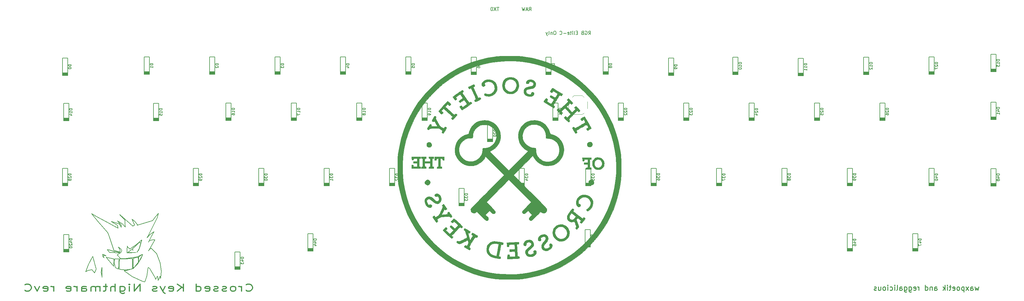
<source format=gbo>
G04 #@! TF.GenerationSoftware,KiCad,Pcbnew,(5.1.2)-1*
G04 #@! TF.CreationDate,2020-06-05T12:30:06-05:00*
G04 #@! TF.ProjectId,Nightmare compact,4e696768-746d-4617-9265-20636f6d7061,rev?*
G04 #@! TF.SameCoordinates,Original*
G04 #@! TF.FileFunction,Legend,Bot*
G04 #@! TF.FilePolarity,Positive*
%FSLAX46Y46*%
G04 Gerber Fmt 4.6, Leading zero omitted, Abs format (unit mm)*
G04 Created by KiCad (PCBNEW (5.1.2)-1) date 2020-06-05 12:30:06*
%MOMM*%
%LPD*%
G04 APERTURE LIST*
%ADD10C,0.200000*%
%ADD11C,0.300000*%
%ADD12C,0.250000*%
%ADD13C,0.150000*%
%ADD14C,0.120000*%
%ADD15C,0.010000*%
G04 APERTURE END LIST*
D10*
X347963392Y-100464880D02*
X348296726Y-99988690D01*
X348534821Y-100464880D02*
X348534821Y-99464880D01*
X348153869Y-99464880D01*
X348058630Y-99512500D01*
X348011011Y-99560119D01*
X347963392Y-99655357D01*
X347963392Y-99798214D01*
X348011011Y-99893452D01*
X348058630Y-99941071D01*
X348153869Y-99988690D01*
X348534821Y-99988690D01*
X347011011Y-99512500D02*
X347106250Y-99464880D01*
X347249107Y-99464880D01*
X347391964Y-99512500D01*
X347487202Y-99607738D01*
X347534821Y-99702976D01*
X347582440Y-99893452D01*
X347582440Y-100036309D01*
X347534821Y-100226785D01*
X347487202Y-100322023D01*
X347391964Y-100417261D01*
X347249107Y-100464880D01*
X347153869Y-100464880D01*
X347011011Y-100417261D01*
X346963392Y-100369642D01*
X346963392Y-100036309D01*
X347153869Y-100036309D01*
X346201488Y-99941071D02*
X346058630Y-99988690D01*
X346011011Y-100036309D01*
X345963392Y-100131547D01*
X345963392Y-100274404D01*
X346011011Y-100369642D01*
X346058630Y-100417261D01*
X346153869Y-100464880D01*
X346534821Y-100464880D01*
X346534821Y-99464880D01*
X346201488Y-99464880D01*
X346106250Y-99512500D01*
X346058630Y-99560119D01*
X346011011Y-99655357D01*
X346011011Y-99750595D01*
X346058630Y-99845833D01*
X346106250Y-99893452D01*
X346201488Y-99941071D01*
X346534821Y-99941071D01*
X344772916Y-99941071D02*
X344439583Y-99941071D01*
X344296726Y-100464880D02*
X344772916Y-100464880D01*
X344772916Y-99464880D01*
X344296726Y-99464880D01*
X343725297Y-100464880D02*
X343820535Y-100417261D01*
X343868154Y-100322023D01*
X343868154Y-99464880D01*
X343344345Y-100464880D02*
X343344345Y-99798214D01*
X343344345Y-99464880D02*
X343391964Y-99512500D01*
X343344345Y-99560119D01*
X343296726Y-99512500D01*
X343344345Y-99464880D01*
X343344345Y-99560119D01*
X343011011Y-99798214D02*
X342630059Y-99798214D01*
X342868154Y-99464880D02*
X342868154Y-100322023D01*
X342820535Y-100417261D01*
X342725297Y-100464880D01*
X342630059Y-100464880D01*
X341915773Y-100417261D02*
X342011011Y-100464880D01*
X342201488Y-100464880D01*
X342296726Y-100417261D01*
X342344345Y-100322023D01*
X342344345Y-99941071D01*
X342296726Y-99845833D01*
X342201488Y-99798214D01*
X342011011Y-99798214D01*
X341915773Y-99845833D01*
X341868154Y-99941071D01*
X341868154Y-100036309D01*
X342344345Y-100131547D01*
X341439583Y-100083928D02*
X340677678Y-100083928D01*
X339630059Y-100369642D02*
X339677678Y-100417261D01*
X339820535Y-100464880D01*
X339915773Y-100464880D01*
X340058630Y-100417261D01*
X340153869Y-100322023D01*
X340201488Y-100226785D01*
X340249107Y-100036309D01*
X340249107Y-99893452D01*
X340201488Y-99702976D01*
X340153869Y-99607738D01*
X340058630Y-99512500D01*
X339915773Y-99464880D01*
X339820535Y-99464880D01*
X339677678Y-99512500D01*
X339630059Y-99560119D01*
X338249107Y-99464880D02*
X338058630Y-99464880D01*
X337963392Y-99512500D01*
X337868154Y-99607738D01*
X337820535Y-99798214D01*
X337820535Y-100131547D01*
X337868154Y-100322023D01*
X337963392Y-100417261D01*
X338058630Y-100464880D01*
X338249107Y-100464880D01*
X338344345Y-100417261D01*
X338439583Y-100322023D01*
X338487202Y-100131547D01*
X338487202Y-99798214D01*
X338439583Y-99607738D01*
X338344345Y-99512500D01*
X338249107Y-99464880D01*
X337391964Y-99798214D02*
X337391964Y-100464880D01*
X337391964Y-99893452D02*
X337344345Y-99845833D01*
X337249107Y-99798214D01*
X337106250Y-99798214D01*
X337011011Y-99845833D01*
X336963392Y-99941071D01*
X336963392Y-100464880D01*
X336344345Y-100464880D02*
X336439583Y-100417261D01*
X336487202Y-100322023D01*
X336487202Y-99464880D01*
X336058630Y-99798214D02*
X335820535Y-100464880D01*
X335582440Y-99798214D02*
X335820535Y-100464880D01*
X335915773Y-100702976D01*
X335963392Y-100750595D01*
X336058630Y-100798214D01*
D11*
X248229648Y-175069551D02*
X248372505Y-175164789D01*
X248801076Y-175260027D01*
X249086791Y-175260027D01*
X249515362Y-175164789D01*
X249801076Y-174974313D01*
X249943934Y-174783837D01*
X250086791Y-174402885D01*
X250086791Y-174117170D01*
X249943934Y-173736218D01*
X249801076Y-173545742D01*
X249515362Y-173355266D01*
X249086791Y-173260027D01*
X248801076Y-173260027D01*
X248372505Y-173355266D01*
X248229648Y-173450504D01*
X246943934Y-175260027D02*
X246943934Y-173926694D01*
X246943934Y-174307646D02*
X246801076Y-174117170D01*
X246658219Y-174021932D01*
X246372505Y-173926694D01*
X246086791Y-173926694D01*
X244658219Y-175260027D02*
X244943934Y-175164789D01*
X245086791Y-175069551D01*
X245229648Y-174879075D01*
X245229648Y-174307646D01*
X245086791Y-174117170D01*
X244943934Y-174021932D01*
X244658219Y-173926694D01*
X244229648Y-173926694D01*
X243943934Y-174021932D01*
X243801076Y-174117170D01*
X243658219Y-174307646D01*
X243658219Y-174879075D01*
X243801076Y-175069551D01*
X243943934Y-175164789D01*
X244229648Y-175260027D01*
X244658219Y-175260027D01*
X242515362Y-175164789D02*
X242229648Y-175260027D01*
X241658219Y-175260027D01*
X241372505Y-175164789D01*
X241229648Y-174974313D01*
X241229648Y-174879075D01*
X241372505Y-174688599D01*
X241658219Y-174593361D01*
X242086791Y-174593361D01*
X242372505Y-174498123D01*
X242515362Y-174307646D01*
X242515362Y-174212408D01*
X242372505Y-174021932D01*
X242086791Y-173926694D01*
X241658219Y-173926694D01*
X241372505Y-174021932D01*
X240086791Y-175164789D02*
X239801076Y-175260027D01*
X239229648Y-175260027D01*
X238943934Y-175164789D01*
X238801076Y-174974313D01*
X238801076Y-174879075D01*
X238943934Y-174688599D01*
X239229648Y-174593361D01*
X239658219Y-174593361D01*
X239943934Y-174498123D01*
X240086791Y-174307646D01*
X240086791Y-174212408D01*
X239943934Y-174021932D01*
X239658219Y-173926694D01*
X239229648Y-173926694D01*
X238943934Y-174021932D01*
X236372505Y-175164789D02*
X236658219Y-175260027D01*
X237229648Y-175260027D01*
X237515362Y-175164789D01*
X237658219Y-174974313D01*
X237658219Y-174212408D01*
X237515362Y-174021932D01*
X237229648Y-173926694D01*
X236658219Y-173926694D01*
X236372505Y-174021932D01*
X236229648Y-174212408D01*
X236229648Y-174402885D01*
X237658219Y-174593361D01*
X233658219Y-175260027D02*
X233658219Y-173260027D01*
X233658219Y-175164789D02*
X233943934Y-175260027D01*
X234515362Y-175260027D01*
X234801076Y-175164789D01*
X234943934Y-175069551D01*
X235086791Y-174879075D01*
X235086791Y-174307646D01*
X234943934Y-174117170D01*
X234801076Y-174021932D01*
X234515362Y-173926694D01*
X233943934Y-173926694D01*
X233658219Y-174021932D01*
X229943934Y-175260027D02*
X229943934Y-173260027D01*
X228229648Y-175260027D02*
X229515362Y-174117170D01*
X228229648Y-173260027D02*
X229943934Y-174402885D01*
X225801076Y-175164789D02*
X226086791Y-175260027D01*
X226658219Y-175260027D01*
X226943934Y-175164789D01*
X227086791Y-174974313D01*
X227086791Y-174212408D01*
X226943934Y-174021932D01*
X226658219Y-173926694D01*
X226086791Y-173926694D01*
X225801076Y-174021932D01*
X225658219Y-174212408D01*
X225658219Y-174402885D01*
X227086791Y-174593361D01*
X224658219Y-173926694D02*
X223943934Y-175260027D01*
X223229648Y-173926694D02*
X223943934Y-175260027D01*
X224229648Y-175736218D01*
X224372505Y-175831456D01*
X224658219Y-175926694D01*
X222229648Y-175164789D02*
X221943934Y-175260027D01*
X221372505Y-175260027D01*
X221086791Y-175164789D01*
X220943934Y-174974313D01*
X220943934Y-174879075D01*
X221086791Y-174688599D01*
X221372505Y-174593361D01*
X221801076Y-174593361D01*
X222086791Y-174498123D01*
X222229648Y-174307646D01*
X222229648Y-174212408D01*
X222086791Y-174021932D01*
X221801076Y-173926694D01*
X221372505Y-173926694D01*
X221086791Y-174021932D01*
X217372505Y-175260027D02*
X217372505Y-173260027D01*
X215658219Y-175260027D01*
X215658219Y-173260027D01*
X214229648Y-175260027D02*
X214229648Y-173926694D01*
X214229648Y-173260027D02*
X214372505Y-173355266D01*
X214229648Y-173450504D01*
X214086791Y-173355266D01*
X214229648Y-173260027D01*
X214229648Y-173450504D01*
X211515362Y-173926694D02*
X211515362Y-175545742D01*
X211658219Y-175736218D01*
X211801076Y-175831456D01*
X212086791Y-175926694D01*
X212515362Y-175926694D01*
X212801076Y-175831456D01*
X211515362Y-175164789D02*
X211801076Y-175260027D01*
X212372505Y-175260027D01*
X212658219Y-175164789D01*
X212801076Y-175069551D01*
X212943934Y-174879075D01*
X212943934Y-174307646D01*
X212801076Y-174117170D01*
X212658219Y-174021932D01*
X212372505Y-173926694D01*
X211801076Y-173926694D01*
X211515362Y-174021932D01*
X210086791Y-175260027D02*
X210086791Y-173260027D01*
X208801076Y-175260027D02*
X208801076Y-174212408D01*
X208943934Y-174021932D01*
X209229648Y-173926694D01*
X209658219Y-173926694D01*
X209943934Y-174021932D01*
X210086791Y-174117170D01*
X207801076Y-173926694D02*
X206658219Y-173926694D01*
X207372505Y-173260027D02*
X207372505Y-174974313D01*
X207229648Y-175164789D01*
X206943934Y-175260027D01*
X206658219Y-175260027D01*
X205658219Y-175260027D02*
X205658219Y-173926694D01*
X205658219Y-174117170D02*
X205515362Y-174021932D01*
X205229648Y-173926694D01*
X204801076Y-173926694D01*
X204515362Y-174021932D01*
X204372505Y-174212408D01*
X204372505Y-175260027D01*
X204372505Y-174212408D02*
X204229648Y-174021932D01*
X203943934Y-173926694D01*
X203515362Y-173926694D01*
X203229648Y-174021932D01*
X203086791Y-174212408D01*
X203086791Y-175260027D01*
X200372505Y-175260027D02*
X200372505Y-174212408D01*
X200515362Y-174021932D01*
X200801076Y-173926694D01*
X201372505Y-173926694D01*
X201658219Y-174021932D01*
X200372505Y-175164789D02*
X200658219Y-175260027D01*
X201372505Y-175260027D01*
X201658219Y-175164789D01*
X201801076Y-174974313D01*
X201801076Y-174783837D01*
X201658219Y-174593361D01*
X201372505Y-174498123D01*
X200658219Y-174498123D01*
X200372505Y-174402885D01*
X198943934Y-175260027D02*
X198943934Y-173926694D01*
X198943934Y-174307646D02*
X198801076Y-174117170D01*
X198658219Y-174021932D01*
X198372505Y-173926694D01*
X198086791Y-173926694D01*
X195943934Y-175164789D02*
X196229648Y-175260027D01*
X196801076Y-175260027D01*
X197086791Y-175164789D01*
X197229648Y-174974313D01*
X197229648Y-174212408D01*
X197086791Y-174021932D01*
X196801076Y-173926694D01*
X196229648Y-173926694D01*
X195943934Y-174021932D01*
X195801076Y-174212408D01*
X195801076Y-174402885D01*
X197229648Y-174593361D01*
X192229648Y-175260027D02*
X192229648Y-173926694D01*
X192229648Y-174307646D02*
X192086791Y-174117170D01*
X191943934Y-174021932D01*
X191658219Y-173926694D01*
X191372505Y-173926694D01*
X189229648Y-175164789D02*
X189515362Y-175260027D01*
X190086791Y-175260027D01*
X190372505Y-175164789D01*
X190515362Y-174974313D01*
X190515362Y-174212408D01*
X190372505Y-174021932D01*
X190086791Y-173926694D01*
X189515362Y-173926694D01*
X189229648Y-174021932D01*
X189086791Y-174212408D01*
X189086791Y-174402885D01*
X190515362Y-174593361D01*
X188086791Y-173926694D02*
X187372505Y-175260027D01*
X186658219Y-173926694D01*
X183801076Y-175069551D02*
X183943934Y-175164789D01*
X184372505Y-175260027D01*
X184658219Y-175260027D01*
X185086791Y-175164789D01*
X185372505Y-174974313D01*
X185515362Y-174783837D01*
X185658219Y-174402885D01*
X185658219Y-174117170D01*
X185515362Y-173736218D01*
X185372505Y-173545742D01*
X185086791Y-173355266D01*
X184658219Y-173260027D01*
X184372505Y-173260027D01*
X183943934Y-173355266D01*
X183801076Y-173450504D01*
D12*
X461623398Y-174033837D02*
X461337684Y-175033837D01*
X461051969Y-174319551D01*
X460766255Y-175033837D01*
X460480541Y-174033837D01*
X459266255Y-175033837D02*
X459266255Y-174248123D01*
X459337684Y-174105266D01*
X459480541Y-174033837D01*
X459766255Y-174033837D01*
X459909112Y-174105266D01*
X459266255Y-174962408D02*
X459409112Y-175033837D01*
X459766255Y-175033837D01*
X459909112Y-174962408D01*
X459980541Y-174819551D01*
X459980541Y-174676694D01*
X459909112Y-174533837D01*
X459766255Y-174462408D01*
X459409112Y-174462408D01*
X459266255Y-174390980D01*
X458694826Y-175033837D02*
X457909112Y-174033837D01*
X458694826Y-174033837D02*
X457909112Y-175033837D01*
X457337684Y-174033837D02*
X457337684Y-175533837D01*
X457337684Y-174105266D02*
X457194826Y-174033837D01*
X456909112Y-174033837D01*
X456766255Y-174105266D01*
X456694826Y-174176694D01*
X456623398Y-174319551D01*
X456623398Y-174748123D01*
X456694826Y-174890980D01*
X456766255Y-174962408D01*
X456909112Y-175033837D01*
X457194826Y-175033837D01*
X457337684Y-174962408D01*
X455766255Y-175033837D02*
X455909112Y-174962408D01*
X455980541Y-174890980D01*
X456051969Y-174748123D01*
X456051969Y-174319551D01*
X455980541Y-174176694D01*
X455909112Y-174105266D01*
X455766255Y-174033837D01*
X455551969Y-174033837D01*
X455409112Y-174105266D01*
X455337684Y-174176694D01*
X455266255Y-174319551D01*
X455266255Y-174748123D01*
X455337684Y-174890980D01*
X455409112Y-174962408D01*
X455551969Y-175033837D01*
X455766255Y-175033837D01*
X454051969Y-174962408D02*
X454194826Y-175033837D01*
X454480541Y-175033837D01*
X454623398Y-174962408D01*
X454694826Y-174819551D01*
X454694826Y-174248123D01*
X454623398Y-174105266D01*
X454480541Y-174033837D01*
X454194826Y-174033837D01*
X454051969Y-174105266D01*
X453980541Y-174248123D01*
X453980541Y-174390980D01*
X454694826Y-174533837D01*
X453551969Y-174033837D02*
X452980541Y-174033837D01*
X453337684Y-173533837D02*
X453337684Y-174819551D01*
X453266255Y-174962408D01*
X453123398Y-175033837D01*
X452980541Y-175033837D01*
X452480541Y-175033837D02*
X452480541Y-174033837D01*
X452480541Y-173533837D02*
X452551969Y-173605266D01*
X452480541Y-173676694D01*
X452409112Y-173605266D01*
X452480541Y-173533837D01*
X452480541Y-173676694D01*
X451766255Y-175033837D02*
X451766255Y-173533837D01*
X451623398Y-174462408D02*
X451194826Y-175033837D01*
X451194826Y-174033837D02*
X451766255Y-174605266D01*
X448766255Y-175033837D02*
X448766255Y-174248123D01*
X448837684Y-174105266D01*
X448980541Y-174033837D01*
X449266255Y-174033837D01*
X449409112Y-174105266D01*
X448766255Y-174962408D02*
X448909112Y-175033837D01*
X449266255Y-175033837D01*
X449409112Y-174962408D01*
X449480541Y-174819551D01*
X449480541Y-174676694D01*
X449409112Y-174533837D01*
X449266255Y-174462408D01*
X448909112Y-174462408D01*
X448766255Y-174390980D01*
X448051969Y-174033837D02*
X448051969Y-175033837D01*
X448051969Y-174176694D02*
X447980541Y-174105266D01*
X447837684Y-174033837D01*
X447623398Y-174033837D01*
X447480541Y-174105266D01*
X447409112Y-174248123D01*
X447409112Y-175033837D01*
X446051969Y-175033837D02*
X446051969Y-173533837D01*
X446051969Y-174962408D02*
X446194826Y-175033837D01*
X446480541Y-175033837D01*
X446623398Y-174962408D01*
X446694826Y-174890980D01*
X446766255Y-174748123D01*
X446766255Y-174319551D01*
X446694826Y-174176694D01*
X446623398Y-174105266D01*
X446480541Y-174033837D01*
X446194826Y-174033837D01*
X446051969Y-174105266D01*
X444194826Y-175033837D02*
X444194826Y-174033837D01*
X444194826Y-174319551D02*
X444123398Y-174176694D01*
X444051969Y-174105266D01*
X443909112Y-174033837D01*
X443766255Y-174033837D01*
X442694826Y-174962408D02*
X442837684Y-175033837D01*
X443123398Y-175033837D01*
X443266255Y-174962408D01*
X443337684Y-174819551D01*
X443337684Y-174248123D01*
X443266255Y-174105266D01*
X443123398Y-174033837D01*
X442837684Y-174033837D01*
X442694826Y-174105266D01*
X442623398Y-174248123D01*
X442623398Y-174390980D01*
X443337684Y-174533837D01*
X441337684Y-174033837D02*
X441337684Y-175248123D01*
X441409112Y-175390980D01*
X441480541Y-175462408D01*
X441623398Y-175533837D01*
X441837684Y-175533837D01*
X441980541Y-175462408D01*
X441337684Y-174962408D02*
X441480541Y-175033837D01*
X441766255Y-175033837D01*
X441909112Y-174962408D01*
X441980541Y-174890980D01*
X442051969Y-174748123D01*
X442051969Y-174319551D01*
X441980541Y-174176694D01*
X441909112Y-174105266D01*
X441766255Y-174033837D01*
X441480541Y-174033837D01*
X441337684Y-174105266D01*
X439980541Y-174033837D02*
X439980541Y-175248123D01*
X440051969Y-175390980D01*
X440123398Y-175462408D01*
X440266255Y-175533837D01*
X440480541Y-175533837D01*
X440623398Y-175462408D01*
X439980541Y-174962408D02*
X440123398Y-175033837D01*
X440409112Y-175033837D01*
X440551969Y-174962408D01*
X440623398Y-174890980D01*
X440694826Y-174748123D01*
X440694826Y-174319551D01*
X440623398Y-174176694D01*
X440551969Y-174105266D01*
X440409112Y-174033837D01*
X440123398Y-174033837D01*
X439980541Y-174105266D01*
X438623398Y-175033837D02*
X438623398Y-174248123D01*
X438694826Y-174105266D01*
X438837684Y-174033837D01*
X439123398Y-174033837D01*
X439266255Y-174105266D01*
X438623398Y-174962408D02*
X438766255Y-175033837D01*
X439123398Y-175033837D01*
X439266255Y-174962408D01*
X439337684Y-174819551D01*
X439337684Y-174676694D01*
X439266255Y-174533837D01*
X439123398Y-174462408D01*
X438766255Y-174462408D01*
X438623398Y-174390980D01*
X437694826Y-175033837D02*
X437837684Y-174962408D01*
X437909112Y-174819551D01*
X437909112Y-173533837D01*
X437123398Y-175033837D02*
X437123398Y-174033837D01*
X437123398Y-173533837D02*
X437194826Y-173605266D01*
X437123398Y-173676694D01*
X437051969Y-173605266D01*
X437123398Y-173533837D01*
X437123398Y-173676694D01*
X435766255Y-174962408D02*
X435909112Y-175033837D01*
X436194826Y-175033837D01*
X436337684Y-174962408D01*
X436409112Y-174890980D01*
X436480541Y-174748123D01*
X436480541Y-174319551D01*
X436409112Y-174176694D01*
X436337684Y-174105266D01*
X436194826Y-174033837D01*
X435909112Y-174033837D01*
X435766255Y-174105266D01*
X435123398Y-175033837D02*
X435123398Y-174033837D01*
X435123398Y-173533837D02*
X435194826Y-173605266D01*
X435123398Y-173676694D01*
X435051969Y-173605266D01*
X435123398Y-173533837D01*
X435123398Y-173676694D01*
X434194826Y-175033837D02*
X434337684Y-174962408D01*
X434409112Y-174890980D01*
X434480541Y-174748123D01*
X434480541Y-174319551D01*
X434409112Y-174176694D01*
X434337684Y-174105266D01*
X434194826Y-174033837D01*
X433980541Y-174033837D01*
X433837684Y-174105266D01*
X433766255Y-174176694D01*
X433694826Y-174319551D01*
X433694826Y-174748123D01*
X433766255Y-174890980D01*
X433837684Y-174962408D01*
X433980541Y-175033837D01*
X434194826Y-175033837D01*
X432409112Y-174033837D02*
X432409112Y-175033837D01*
X433051969Y-174033837D02*
X433051969Y-174819551D01*
X432980541Y-174962408D01*
X432837684Y-175033837D01*
X432623398Y-175033837D01*
X432480541Y-174962408D01*
X432409112Y-174890980D01*
X431766255Y-174962408D02*
X431623398Y-175033837D01*
X431337684Y-175033837D01*
X431194826Y-174962408D01*
X431123398Y-174819551D01*
X431123398Y-174748123D01*
X431194826Y-174605266D01*
X431337684Y-174533837D01*
X431551969Y-174533837D01*
X431694826Y-174462408D01*
X431766255Y-174319551D01*
X431766255Y-174248123D01*
X431694826Y-174105266D01*
X431551969Y-174033837D01*
X431337684Y-174033837D01*
X431194826Y-174105266D01*
D13*
X258186968Y-111312858D02*
X256662968Y-111312858D01*
X258186968Y-111439858D02*
X256662968Y-111439858D01*
X256662968Y-111566858D02*
X258186968Y-111566858D01*
X258186968Y-111947858D02*
X256662968Y-111947858D01*
X256662968Y-111820858D02*
X258186968Y-111820858D01*
X258186968Y-111693858D02*
X256662968Y-111693858D01*
X258186968Y-106994858D02*
X258186968Y-107502858D01*
X256662968Y-106994858D02*
X258186968Y-106994858D01*
X256662968Y-112074858D02*
X256662968Y-106994858D01*
X258186968Y-112074858D02*
X256662968Y-112074858D01*
X258186968Y-106994858D02*
X258186968Y-112074858D01*
X410586840Y-107353458D02*
X410586840Y-112433458D01*
X410586840Y-112433458D02*
X409062840Y-112433458D01*
X409062840Y-112433458D02*
X409062840Y-107353458D01*
X409062840Y-107353458D02*
X410586840Y-107353458D01*
X410586840Y-107353458D02*
X410586840Y-107861458D01*
X410586840Y-112052458D02*
X409062840Y-112052458D01*
X409062840Y-112179458D02*
X410586840Y-112179458D01*
X410586840Y-112306458D02*
X409062840Y-112306458D01*
X409062840Y-111925458D02*
X410586840Y-111925458D01*
X410586840Y-111798458D02*
X409062840Y-111798458D01*
X410586840Y-111671458D02*
X409062840Y-111671458D01*
X296286936Y-106994858D02*
X296286936Y-112074858D01*
X296286936Y-112074858D02*
X294762936Y-112074858D01*
X294762936Y-112074858D02*
X294762936Y-106994858D01*
X294762936Y-106994858D02*
X296286936Y-106994858D01*
X296286936Y-106994858D02*
X296286936Y-107502858D01*
X296286936Y-111693858D02*
X294762936Y-111693858D01*
X294762936Y-111820858D02*
X296286936Y-111820858D01*
X296286936Y-111947858D02*
X294762936Y-111947858D01*
X294762936Y-111566858D02*
X296286936Y-111566858D01*
X296286936Y-111439858D02*
X294762936Y-111439858D01*
X296286936Y-111312858D02*
X294762936Y-111312858D01*
X281999448Y-124707378D02*
X280475448Y-124707378D01*
X281999448Y-124834378D02*
X280475448Y-124834378D01*
X280475448Y-124961378D02*
X281999448Y-124961378D01*
X281999448Y-125342378D02*
X280475448Y-125342378D01*
X280475448Y-125215378D02*
X281999448Y-125215378D01*
X281999448Y-125088378D02*
X280475448Y-125088378D01*
X281999448Y-120389378D02*
X281999448Y-120897378D01*
X280475448Y-120389378D02*
X281999448Y-120389378D01*
X280475448Y-125469378D02*
X280475448Y-120389378D01*
X281999448Y-125469378D02*
X280475448Y-125469378D01*
X281999448Y-120389378D02*
X281999448Y-125469378D01*
X320099416Y-126640154D02*
X320099416Y-131720154D01*
X320099416Y-131720154D02*
X318575416Y-131720154D01*
X318575416Y-131720154D02*
X318575416Y-126640154D01*
X318575416Y-126640154D02*
X320099416Y-126640154D01*
X320099416Y-126640154D02*
X320099416Y-127148154D01*
X320099416Y-131339154D02*
X318575416Y-131339154D01*
X318575416Y-131466154D02*
X320099416Y-131466154D01*
X320099416Y-131593154D02*
X318575416Y-131593154D01*
X318575416Y-131212154D02*
X320099416Y-131212154D01*
X320099416Y-131085154D02*
X318575416Y-131085154D01*
X320099416Y-130958154D02*
X318575416Y-130958154D01*
X301049432Y-124707378D02*
X299525432Y-124707378D01*
X301049432Y-124834378D02*
X299525432Y-124834378D01*
X299525432Y-124961378D02*
X301049432Y-124961378D01*
X301049432Y-125342378D02*
X299525432Y-125342378D01*
X299525432Y-125215378D02*
X301049432Y-125215378D01*
X301049432Y-125088378D02*
X299525432Y-125088378D01*
X301049432Y-120389378D02*
X301049432Y-120897378D01*
X299525432Y-120389378D02*
X301049432Y-120389378D01*
X299525432Y-125469378D02*
X299525432Y-120389378D01*
X301049432Y-125469378D02*
X299525432Y-125469378D01*
X301049432Y-120389378D02*
X301049432Y-125469378D01*
X262949464Y-120389378D02*
X262949464Y-125469378D01*
X262949464Y-125469378D02*
X261425464Y-125469378D01*
X261425464Y-125469378D02*
X261425464Y-120389378D01*
X261425464Y-120389378D02*
X262949464Y-120389378D01*
X262949464Y-120389378D02*
X262949464Y-120897378D01*
X262949464Y-125088378D02*
X261425464Y-125088378D01*
X261425464Y-125215378D02*
X262949464Y-125215378D01*
X262949464Y-125342378D02*
X261425464Y-125342378D01*
X261425464Y-124961378D02*
X262949464Y-124961378D01*
X262949464Y-124834378D02*
X261425464Y-124834378D01*
X262949464Y-124707378D02*
X261425464Y-124707378D01*
X243899480Y-124707378D02*
X242375480Y-124707378D01*
X243899480Y-124834378D02*
X242375480Y-124834378D01*
X242375480Y-124961378D02*
X243899480Y-124961378D01*
X243899480Y-125342378D02*
X242375480Y-125342378D01*
X242375480Y-125215378D02*
X243899480Y-125215378D01*
X243899480Y-125088378D02*
X242375480Y-125088378D01*
X243899480Y-120389378D02*
X243899480Y-120897378D01*
X242375480Y-120389378D02*
X243899480Y-120389378D01*
X242375480Y-125469378D02*
X242375480Y-120389378D01*
X243899480Y-125469378D02*
X242375480Y-125469378D01*
X243899480Y-120389378D02*
X243899480Y-125469378D01*
X353734544Y-106994858D02*
X353734544Y-112074858D01*
X353734544Y-112074858D02*
X352210544Y-112074858D01*
X352210544Y-112074858D02*
X352210544Y-106994858D01*
X352210544Y-106994858D02*
X353734544Y-106994858D01*
X353734544Y-106994858D02*
X353734544Y-107502858D01*
X353734544Y-111693858D02*
X352210544Y-111693858D01*
X352210544Y-111820858D02*
X353734544Y-111820858D01*
X353734544Y-111947858D02*
X352210544Y-111947858D01*
X352210544Y-111566858D02*
X353734544Y-111566858D01*
X353734544Y-111439858D02*
X352210544Y-111439858D01*
X353734544Y-111312858D02*
X352210544Y-111312858D01*
X391536856Y-111373802D02*
X390012856Y-111373802D01*
X391536856Y-111500802D02*
X390012856Y-111500802D01*
X390012856Y-111627802D02*
X391536856Y-111627802D01*
X391536856Y-112008802D02*
X390012856Y-112008802D01*
X390012856Y-111881802D02*
X391536856Y-111881802D01*
X391536856Y-111754802D02*
X390012856Y-111754802D01*
X391536856Y-107055802D02*
X391536856Y-107563802D01*
X390012856Y-107055802D02*
X391536856Y-107055802D01*
X390012856Y-112135802D02*
X390012856Y-107055802D01*
X391536856Y-112135802D02*
X390012856Y-112135802D01*
X391536856Y-107055802D02*
X391536856Y-112135802D01*
X315336920Y-111343330D02*
X313812920Y-111343330D01*
X315336920Y-111470330D02*
X313812920Y-111470330D01*
X313812920Y-111597330D02*
X315336920Y-111597330D01*
X315336920Y-111978330D02*
X313812920Y-111978330D01*
X313812920Y-111851330D02*
X315336920Y-111851330D01*
X315336920Y-111724330D02*
X313812920Y-111724330D01*
X315336920Y-107025330D02*
X315336920Y-107533330D01*
X313812920Y-107025330D02*
X315336920Y-107025330D01*
X313812920Y-112105330D02*
X313812920Y-107025330D01*
X315336920Y-112105330D02*
X313812920Y-112105330D01*
X315336920Y-107025330D02*
X315336920Y-112105330D01*
X372784528Y-107292514D02*
X372784528Y-112372514D01*
X372784528Y-112372514D02*
X371260528Y-112372514D01*
X371260528Y-112372514D02*
X371260528Y-107292514D01*
X371260528Y-107292514D02*
X372784528Y-107292514D01*
X372784528Y-107292514D02*
X372784528Y-107800514D01*
X372784528Y-111991514D02*
X371260528Y-111991514D01*
X371260528Y-112118514D02*
X372784528Y-112118514D01*
X372784528Y-112245514D02*
X371260528Y-112245514D01*
X371260528Y-111864514D02*
X372784528Y-111864514D01*
X372784528Y-111737514D02*
X371260528Y-111737514D01*
X372784528Y-111610514D02*
X371260528Y-111610514D01*
X337065808Y-111343330D02*
X335541808Y-111343330D01*
X337065808Y-111470330D02*
X335541808Y-111470330D01*
X335541808Y-111597330D02*
X337065808Y-111597330D01*
X337065808Y-111978330D02*
X335541808Y-111978330D01*
X335541808Y-111851330D02*
X337065808Y-111851330D01*
X337065808Y-111724330D02*
X335541808Y-111724330D01*
X337065808Y-107025330D02*
X337065808Y-107533330D01*
X335541808Y-107025330D02*
X337065808Y-107025330D01*
X335541808Y-112105330D02*
X335541808Y-107025330D01*
X337065808Y-112105330D02*
X335541808Y-112105330D01*
X337065808Y-107025330D02*
X337065808Y-112105330D01*
X277236952Y-111312858D02*
X275712952Y-111312858D01*
X277236952Y-111439858D02*
X275712952Y-111439858D01*
X275712952Y-111566858D02*
X277236952Y-111566858D01*
X277236952Y-111947858D02*
X275712952Y-111947858D01*
X275712952Y-111820858D02*
X277236952Y-111820858D01*
X277236952Y-111693858D02*
X275712952Y-111693858D01*
X277236952Y-106994858D02*
X277236952Y-107502858D01*
X275712952Y-106994858D02*
X277236952Y-106994858D01*
X275712952Y-112074858D02*
X275712952Y-106994858D01*
X277236952Y-112074858D02*
X275712952Y-112074858D01*
X277236952Y-106994858D02*
X277236952Y-112074858D01*
X222765904Y-120508130D02*
X222765904Y-125588130D01*
X222765904Y-125588130D02*
X221241904Y-125588130D01*
X221241904Y-125588130D02*
X221241904Y-120508130D01*
X221241904Y-120508130D02*
X222765904Y-120508130D01*
X222765904Y-120508130D02*
X222765904Y-121016130D01*
X222765904Y-125207130D02*
X221241904Y-125207130D01*
X221241904Y-125334130D02*
X222765904Y-125334130D01*
X222765904Y-125461130D02*
X221241904Y-125461130D01*
X221241904Y-125080130D02*
X222765904Y-125080130D01*
X222765904Y-124953130D02*
X221241904Y-124953130D01*
X222765904Y-124826130D02*
X221241904Y-124826130D01*
X429636824Y-111373802D02*
X428112824Y-111373802D01*
X429636824Y-111500802D02*
X428112824Y-111500802D01*
X428112824Y-111627802D02*
X429636824Y-111627802D01*
X429636824Y-112008802D02*
X428112824Y-112008802D01*
X428112824Y-111881802D02*
X429636824Y-111881802D01*
X429636824Y-111754802D02*
X428112824Y-111754802D01*
X429636824Y-107055802D02*
X429636824Y-107563802D01*
X428112824Y-107055802D02*
X429636824Y-107055802D01*
X428112824Y-112135802D02*
X428112824Y-107055802D01*
X429636824Y-112135802D02*
X428112824Y-112135802D01*
X429636824Y-107055802D02*
X429636824Y-112135802D01*
X196572176Y-124826130D02*
X195048176Y-124826130D01*
X196572176Y-124953130D02*
X195048176Y-124953130D01*
X195048176Y-125080130D02*
X196572176Y-125080130D01*
X196572176Y-125461130D02*
X195048176Y-125461130D01*
X195048176Y-125334130D02*
X196572176Y-125334130D01*
X196572176Y-125207130D02*
X195048176Y-125207130D01*
X196572176Y-120508130D02*
X196572176Y-121016130D01*
X195048176Y-120508130D02*
X196572176Y-120508130D01*
X195048176Y-125588130D02*
X195048176Y-120508130D01*
X196572176Y-125588130D02*
X195048176Y-125588130D01*
X196572176Y-120508130D02*
X196572176Y-125588130D01*
X466693250Y-110521750D02*
X465169250Y-110521750D01*
X466693250Y-110648750D02*
X465169250Y-110648750D01*
X465169250Y-110775750D02*
X466693250Y-110775750D01*
X466693250Y-111156750D02*
X465169250Y-111156750D01*
X465169250Y-111029750D02*
X466693250Y-111029750D01*
X466693250Y-110902750D02*
X465169250Y-110902750D01*
X466693250Y-106203750D02*
X466693250Y-106711750D01*
X465169250Y-106203750D02*
X466693250Y-106203750D01*
X465169250Y-111283750D02*
X465169250Y-106203750D01*
X466693250Y-111283750D02*
X465169250Y-111283750D01*
X466693250Y-106203750D02*
X466693250Y-111283750D01*
X348512184Y-161658266D02*
X346988184Y-161658266D01*
X348512184Y-161785266D02*
X346988184Y-161785266D01*
X346988184Y-161912266D02*
X348512184Y-161912266D01*
X348512184Y-162293266D02*
X346988184Y-162293266D01*
X346988184Y-162166266D02*
X348512184Y-162166266D01*
X348512184Y-162039266D02*
X346988184Y-162039266D01*
X348512184Y-157340266D02*
X348512184Y-157848266D01*
X346988184Y-157340266D02*
X348512184Y-157340266D01*
X346988184Y-162420266D02*
X346988184Y-157340266D01*
X348512184Y-162420266D02*
X346988184Y-162420266D01*
X348512184Y-157340266D02*
X348512184Y-162420266D01*
X466693250Y-139558114D02*
X466693250Y-144638114D01*
X466693250Y-144638114D02*
X465169250Y-144638114D01*
X465169250Y-144638114D02*
X465169250Y-139558114D01*
X465169250Y-139558114D02*
X466693250Y-139558114D01*
X466693250Y-139558114D02*
X466693250Y-140066114D01*
X466693250Y-144257114D02*
X465169250Y-144257114D01*
X465169250Y-144384114D02*
X466693250Y-144384114D01*
X466693250Y-144511114D02*
X465169250Y-144511114D01*
X465169250Y-144130114D02*
X466693250Y-144130114D01*
X466693250Y-144003114D02*
X465169250Y-144003114D01*
X466693250Y-143876114D02*
X465169250Y-143876114D01*
X443924312Y-162807346D02*
X442400312Y-162807346D01*
X443924312Y-162934346D02*
X442400312Y-162934346D01*
X442400312Y-163061346D02*
X443924312Y-163061346D01*
X443924312Y-163442346D02*
X442400312Y-163442346D01*
X442400312Y-163315346D02*
X443924312Y-163315346D01*
X443924312Y-163188346D02*
X442400312Y-163188346D01*
X443924312Y-158489346D02*
X443924312Y-158997346D01*
X442400312Y-158489346D02*
X443924312Y-158489346D01*
X442400312Y-163569346D02*
X442400312Y-158489346D01*
X443924312Y-163569346D02*
X442400312Y-163569346D01*
X443924312Y-158489346D02*
X443924312Y-163569346D01*
X448686808Y-143818306D02*
X447162808Y-143818306D01*
X448686808Y-143945306D02*
X447162808Y-143945306D01*
X447162808Y-144072306D02*
X448686808Y-144072306D01*
X448686808Y-144453306D02*
X447162808Y-144453306D01*
X447162808Y-144326306D02*
X448686808Y-144326306D01*
X448686808Y-144199306D02*
X447162808Y-144199306D01*
X448686808Y-139500306D02*
X448686808Y-140008306D01*
X447162808Y-139500306D02*
X448686808Y-139500306D01*
X447162808Y-144580306D02*
X447162808Y-139500306D01*
X448686808Y-144580306D02*
X447162808Y-144580306D01*
X448686808Y-139500306D02*
X448686808Y-144580306D01*
X196572176Y-163105002D02*
X195048176Y-163105002D01*
X196572176Y-163232002D02*
X195048176Y-163232002D01*
X195048176Y-163359002D02*
X196572176Y-163359002D01*
X196572176Y-163740002D02*
X195048176Y-163740002D01*
X195048176Y-163613002D02*
X196572176Y-163613002D01*
X196572176Y-163486002D02*
X195048176Y-163486002D01*
X196572176Y-158787002D02*
X196572176Y-159295002D01*
X195048176Y-158787002D02*
X196572176Y-158787002D01*
X195048176Y-163867002D02*
X195048176Y-158787002D01*
X196572176Y-163867002D02*
X195048176Y-163867002D01*
X196572176Y-158787002D02*
X196572176Y-163867002D01*
X424874328Y-158550290D02*
X424874328Y-163630290D01*
X424874328Y-163630290D02*
X423350328Y-163630290D01*
X423350328Y-163630290D02*
X423350328Y-158550290D01*
X423350328Y-158550290D02*
X424874328Y-158550290D01*
X424874328Y-158550290D02*
X424874328Y-159058290D01*
X424874328Y-163249290D02*
X423350328Y-163249290D01*
X423350328Y-163376290D02*
X424874328Y-163376290D01*
X424874328Y-163503290D02*
X423350328Y-163503290D01*
X423350328Y-163122290D02*
X424874328Y-163122290D01*
X424874328Y-162995290D02*
X423350328Y-162995290D01*
X424874328Y-162868290D02*
X423350328Y-162868290D01*
X246512184Y-168158266D02*
X244988184Y-168158266D01*
X246512184Y-168285266D02*
X244988184Y-168285266D01*
X244988184Y-168412266D02*
X246512184Y-168412266D01*
X246512184Y-168793266D02*
X244988184Y-168793266D01*
X244988184Y-168666266D02*
X246512184Y-168666266D01*
X246512184Y-168539266D02*
X244988184Y-168539266D01*
X246512184Y-163840266D02*
X246512184Y-164348266D01*
X244988184Y-163840266D02*
X246512184Y-163840266D01*
X244988184Y-168920266D02*
X244988184Y-163840266D01*
X246512184Y-168920266D02*
X244988184Y-168920266D01*
X246512184Y-163840266D02*
X246512184Y-168920266D01*
X267711960Y-158519818D02*
X267711960Y-163599818D01*
X267711960Y-163599818D02*
X266187960Y-163599818D01*
X266187960Y-163599818D02*
X266187960Y-158519818D01*
X266187960Y-158519818D02*
X267711960Y-158519818D01*
X267711960Y-158519818D02*
X267711960Y-159027818D01*
X267711960Y-163218818D02*
X266187960Y-163218818D01*
X266187960Y-163345818D02*
X267711960Y-163345818D01*
X267711960Y-163472818D02*
X266187960Y-163472818D01*
X266187960Y-163091818D02*
X267711960Y-163091818D01*
X267711960Y-162964818D02*
X266187960Y-162964818D01*
X267711960Y-162837818D02*
X266187960Y-162837818D01*
X424874328Y-139439362D02*
X424874328Y-144519362D01*
X424874328Y-144519362D02*
X423350328Y-144519362D01*
X423350328Y-144519362D02*
X423350328Y-139439362D01*
X423350328Y-139439362D02*
X424874328Y-139439362D01*
X424874328Y-139439362D02*
X424874328Y-139947362D01*
X424874328Y-144138362D02*
X423350328Y-144138362D01*
X423350328Y-144265362D02*
X424874328Y-144265362D01*
X424874328Y-144392362D02*
X423350328Y-144392362D01*
X423350328Y-144011362D02*
X424874328Y-144011362D01*
X424874328Y-143884362D02*
X423350328Y-143884362D01*
X424874328Y-143757362D02*
X423350328Y-143757362D01*
X466693250Y-120172500D02*
X466693250Y-125252500D01*
X466693250Y-125252500D02*
X465169250Y-125252500D01*
X465169250Y-125252500D02*
X465169250Y-120172500D01*
X465169250Y-120172500D02*
X466693250Y-120172500D01*
X466693250Y-120172500D02*
X466693250Y-120680500D01*
X466693250Y-124871500D02*
X465169250Y-124871500D01*
X465169250Y-124998500D02*
X466693250Y-124998500D01*
X466693250Y-125125500D02*
X465169250Y-125125500D01*
X465169250Y-124744500D02*
X466693250Y-124744500D01*
X466693250Y-124617500D02*
X465169250Y-124617500D01*
X466693250Y-124490500D02*
X465169250Y-124490500D01*
X377249368Y-120389378D02*
X377249368Y-125469378D01*
X377249368Y-125469378D02*
X375725368Y-125469378D01*
X375725368Y-125469378D02*
X375725368Y-120389378D01*
X375725368Y-120389378D02*
X377249368Y-120389378D01*
X377249368Y-120389378D02*
X377249368Y-120897378D01*
X377249368Y-125088378D02*
X375725368Y-125088378D01*
X375725368Y-125215378D02*
X377249368Y-125215378D01*
X377249368Y-125342378D02*
X375725368Y-125342378D01*
X375725368Y-124961378D02*
X377249368Y-124961378D01*
X377249368Y-124834378D02*
X375725368Y-124834378D01*
X377249368Y-124707378D02*
X375725368Y-124707378D01*
X415349336Y-124707378D02*
X413825336Y-124707378D01*
X415349336Y-124834378D02*
X413825336Y-124834378D01*
X413825336Y-124961378D02*
X415349336Y-124961378D01*
X415349336Y-125342378D02*
X413825336Y-125342378D01*
X413825336Y-125215378D02*
X415349336Y-125215378D01*
X415349336Y-125088378D02*
X413825336Y-125088378D01*
X415349336Y-120389378D02*
X415349336Y-120897378D01*
X413825336Y-120389378D02*
X415349336Y-120389378D01*
X413825336Y-125469378D02*
X413825336Y-120389378D01*
X415349336Y-125469378D02*
X413825336Y-125469378D01*
X415349336Y-120389378D02*
X415349336Y-125469378D01*
X405824344Y-143757362D02*
X404300344Y-143757362D01*
X405824344Y-143884362D02*
X404300344Y-143884362D01*
X404300344Y-144011362D02*
X405824344Y-144011362D01*
X405824344Y-144392362D02*
X404300344Y-144392362D01*
X404300344Y-144265362D02*
X405824344Y-144265362D01*
X405824344Y-144138362D02*
X404300344Y-144138362D01*
X405824344Y-139439362D02*
X405824344Y-139947362D01*
X404300344Y-139439362D02*
X405824344Y-139439362D01*
X404300344Y-144519362D02*
X404300344Y-139439362D01*
X405824344Y-144519362D02*
X404300344Y-144519362D01*
X405824344Y-139439362D02*
X405824344Y-144519362D01*
X367724376Y-139439362D02*
X367724376Y-144519362D01*
X367724376Y-144519362D02*
X366200376Y-144519362D01*
X366200376Y-144519362D02*
X366200376Y-139439362D01*
X366200376Y-139439362D02*
X367724376Y-139439362D01*
X367724376Y-139439362D02*
X367724376Y-139947362D01*
X367724376Y-144138362D02*
X366200376Y-144138362D01*
X366200376Y-144265362D02*
X367724376Y-144265362D01*
X367724376Y-144392362D02*
X366200376Y-144392362D01*
X366200376Y-144011362D02*
X367724376Y-144011362D01*
X367724376Y-143884362D02*
X366200376Y-143884362D01*
X367724376Y-143757362D02*
X366200376Y-143757362D01*
X253424472Y-139500306D02*
X253424472Y-144580306D01*
X253424472Y-144580306D02*
X251900472Y-144580306D01*
X251900472Y-144580306D02*
X251900472Y-139500306D01*
X251900472Y-139500306D02*
X253424472Y-139500306D01*
X253424472Y-139500306D02*
X253424472Y-140008306D01*
X253424472Y-144199306D02*
X251900472Y-144199306D01*
X251900472Y-144326306D02*
X253424472Y-144326306D01*
X253424472Y-144453306D02*
X251900472Y-144453306D01*
X251900472Y-144072306D02*
X253424472Y-144072306D01*
X253424472Y-143945306D02*
X251900472Y-143945306D01*
X253424472Y-143818306D02*
X251900472Y-143818306D01*
X396299352Y-124768322D02*
X394775352Y-124768322D01*
X396299352Y-124895322D02*
X394775352Y-124895322D01*
X394775352Y-125022322D02*
X396299352Y-125022322D01*
X396299352Y-125403322D02*
X394775352Y-125403322D01*
X394775352Y-125276322D02*
X396299352Y-125276322D01*
X396299352Y-125149322D02*
X394775352Y-125149322D01*
X396299352Y-120450322D02*
X396299352Y-120958322D01*
X394775352Y-120450322D02*
X396299352Y-120450322D01*
X394775352Y-125530322D02*
X394775352Y-120450322D01*
X396299352Y-125530322D02*
X394775352Y-125530322D01*
X396299352Y-120450322D02*
X396299352Y-125530322D01*
X339149400Y-120389378D02*
X339149400Y-125469378D01*
X339149400Y-125469378D02*
X337625400Y-125469378D01*
X337625400Y-125469378D02*
X337625400Y-120389378D01*
X337625400Y-120389378D02*
X339149400Y-120389378D01*
X339149400Y-120389378D02*
X339149400Y-120897378D01*
X339149400Y-125088378D02*
X337625400Y-125088378D01*
X337625400Y-125215378D02*
X339149400Y-125215378D01*
X339149400Y-125342378D02*
X337625400Y-125342378D01*
X337625400Y-124961378D02*
X339149400Y-124961378D01*
X339149400Y-124834378D02*
X337625400Y-124834378D01*
X339149400Y-124707378D02*
X337625400Y-124707378D01*
X434399320Y-124707378D02*
X432875320Y-124707378D01*
X434399320Y-124834378D02*
X432875320Y-124834378D01*
X432875320Y-124961378D02*
X434399320Y-124961378D01*
X434399320Y-125342378D02*
X432875320Y-125342378D01*
X432875320Y-125215378D02*
X434399320Y-125215378D01*
X434399320Y-125088378D02*
X432875320Y-125088378D01*
X434399320Y-120389378D02*
X434399320Y-120897378D01*
X432875320Y-120389378D02*
X434399320Y-120389378D01*
X432875320Y-125469378D02*
X432875320Y-120389378D01*
X434399320Y-125469378D02*
X432875320Y-125469378D01*
X434399320Y-120389378D02*
X434399320Y-125469378D01*
X448686808Y-106994858D02*
X448686808Y-112074858D01*
X448686808Y-112074858D02*
X447162808Y-112074858D01*
X447162808Y-112074858D02*
X447162808Y-106994858D01*
X447162808Y-106994858D02*
X448686808Y-106994858D01*
X448686808Y-106994858D02*
X448686808Y-107502858D01*
X448686808Y-111693858D02*
X447162808Y-111693858D01*
X447162808Y-111820858D02*
X448686808Y-111820858D01*
X448686808Y-111947858D02*
X447162808Y-111947858D01*
X447162808Y-111566858D02*
X448686808Y-111566858D01*
X448686808Y-111439858D02*
X447162808Y-111439858D01*
X448686808Y-111312858D02*
X447162808Y-111312858D01*
X329326752Y-139500306D02*
X329326752Y-144580306D01*
X329326752Y-144580306D02*
X327802752Y-144580306D01*
X327802752Y-144580306D02*
X327802752Y-139500306D01*
X327802752Y-139500306D02*
X329326752Y-139500306D01*
X329326752Y-139500306D02*
X329326752Y-140008306D01*
X329326752Y-144199306D02*
X327802752Y-144199306D01*
X327802752Y-144326306D02*
X329326752Y-144326306D01*
X329326752Y-144453306D02*
X327802752Y-144453306D01*
X327802752Y-144072306D02*
X329326752Y-144072306D01*
X329326752Y-143945306D02*
X327802752Y-143945306D01*
X329326752Y-143818306D02*
X327802752Y-143818306D01*
X358199384Y-120389378D02*
X358199384Y-125469378D01*
X358199384Y-125469378D02*
X356675384Y-125469378D01*
X356675384Y-125469378D02*
X356675384Y-120389378D01*
X356675384Y-120389378D02*
X358199384Y-120389378D01*
X358199384Y-120389378D02*
X358199384Y-120897378D01*
X358199384Y-125088378D02*
X356675384Y-125088378D01*
X356675384Y-125215378D02*
X358199384Y-125215378D01*
X358199384Y-125342378D02*
X356675384Y-125342378D01*
X356675384Y-124961378D02*
X358199384Y-124961378D01*
X358199384Y-124834378D02*
X356675384Y-124834378D01*
X358199384Y-124707378D02*
X356675384Y-124707378D01*
X196274520Y-139500306D02*
X196274520Y-144580306D01*
X196274520Y-144580306D02*
X194750520Y-144580306D01*
X194750520Y-144580306D02*
X194750520Y-139500306D01*
X194750520Y-139500306D02*
X196274520Y-139500306D01*
X196274520Y-139500306D02*
X196274520Y-140008306D01*
X196274520Y-144199306D02*
X194750520Y-144199306D01*
X194750520Y-144326306D02*
X196274520Y-144326306D01*
X196274520Y-144453306D02*
X194750520Y-144453306D01*
X194750520Y-144072306D02*
X196274520Y-144072306D01*
X196274520Y-143945306D02*
X194750520Y-143945306D01*
X196274520Y-143818306D02*
X194750520Y-143818306D01*
X311762184Y-149658266D02*
X310238184Y-149658266D01*
X311762184Y-149785266D02*
X310238184Y-149785266D01*
X310238184Y-149912266D02*
X311762184Y-149912266D01*
X311762184Y-150293266D02*
X310238184Y-150293266D01*
X310238184Y-150166266D02*
X311762184Y-150166266D01*
X311762184Y-150039266D02*
X310238184Y-150039266D01*
X311762184Y-145340266D02*
X311762184Y-145848266D01*
X310238184Y-145340266D02*
X311762184Y-145340266D01*
X310238184Y-150420266D02*
X310238184Y-145340266D01*
X311762184Y-150420266D02*
X310238184Y-150420266D01*
X311762184Y-145340266D02*
X311762184Y-150420266D01*
X291524440Y-139500306D02*
X291524440Y-144580306D01*
X291524440Y-144580306D02*
X290000440Y-144580306D01*
X290000440Y-144580306D02*
X290000440Y-139500306D01*
X290000440Y-139500306D02*
X291524440Y-139500306D01*
X291524440Y-139500306D02*
X291524440Y-140008306D01*
X291524440Y-144199306D02*
X290000440Y-144199306D01*
X290000440Y-144326306D02*
X291524440Y-144326306D01*
X291524440Y-144453306D02*
X290000440Y-144453306D01*
X290000440Y-144072306D02*
X291524440Y-144072306D01*
X291524440Y-143945306D02*
X290000440Y-143945306D01*
X291524440Y-143818306D02*
X290000440Y-143818306D01*
X234374488Y-143818306D02*
X232850488Y-143818306D01*
X234374488Y-143945306D02*
X232850488Y-143945306D01*
X232850488Y-144072306D02*
X234374488Y-144072306D01*
X234374488Y-144453306D02*
X232850488Y-144453306D01*
X232850488Y-144326306D02*
X234374488Y-144326306D01*
X234374488Y-144199306D02*
X232850488Y-144199306D01*
X234374488Y-139500306D02*
X234374488Y-140008306D01*
X232850488Y-139500306D02*
X234374488Y-139500306D01*
X232850488Y-144580306D02*
X232850488Y-139500306D01*
X234374488Y-144580306D02*
X232850488Y-144580306D01*
X234374488Y-139500306D02*
X234374488Y-144580306D01*
X386774360Y-139500306D02*
X386774360Y-144580306D01*
X386774360Y-144580306D02*
X385250360Y-144580306D01*
X385250360Y-144580306D02*
X385250360Y-139500306D01*
X385250360Y-139500306D02*
X386774360Y-139500306D01*
X386774360Y-139500306D02*
X386774360Y-140008306D01*
X386774360Y-144199306D02*
X385250360Y-144199306D01*
X385250360Y-144326306D02*
X386774360Y-144326306D01*
X386774360Y-144453306D02*
X385250360Y-144453306D01*
X385250360Y-144072306D02*
X386774360Y-144072306D01*
X386774360Y-143945306D02*
X385250360Y-143945306D01*
X386774360Y-143818306D02*
X385250360Y-143818306D01*
X272474456Y-143818306D02*
X270950456Y-143818306D01*
X272474456Y-143945306D02*
X270950456Y-143945306D01*
X270950456Y-144072306D02*
X272474456Y-144072306D01*
X272474456Y-144453306D02*
X270950456Y-144453306D01*
X270950456Y-144326306D02*
X272474456Y-144326306D01*
X272474456Y-144199306D02*
X270950456Y-144199306D01*
X272474456Y-139500306D02*
X272474456Y-140008306D01*
X270950456Y-139500306D02*
X272474456Y-139500306D01*
X270950456Y-144580306D02*
X270950456Y-139500306D01*
X272474456Y-144580306D02*
X270950456Y-144580306D01*
X272474456Y-139500306D02*
X272474456Y-144580306D01*
X348674392Y-143818306D02*
X347150392Y-143818306D01*
X348674392Y-143945306D02*
X347150392Y-143945306D01*
X347150392Y-144072306D02*
X348674392Y-144072306D01*
X348674392Y-144453306D02*
X347150392Y-144453306D01*
X347150392Y-144326306D02*
X348674392Y-144326306D01*
X348674392Y-144199306D02*
X347150392Y-144199306D01*
X348674392Y-139500306D02*
X348674392Y-140008306D01*
X347150392Y-139500306D02*
X348674392Y-139500306D01*
X347150392Y-144580306D02*
X347150392Y-139500306D01*
X348674392Y-144580306D02*
X347150392Y-144580306D01*
X348674392Y-139500306D02*
X348674392Y-144580306D01*
X196274520Y-111610514D02*
X194750520Y-111610514D01*
X196274520Y-111737514D02*
X194750520Y-111737514D01*
X194750520Y-111864514D02*
X196274520Y-111864514D01*
X196274520Y-112245514D02*
X194750520Y-112245514D01*
X194750520Y-112118514D02*
X196274520Y-112118514D01*
X196274520Y-111991514D02*
X194750520Y-111991514D01*
X196274520Y-107292514D02*
X196274520Y-107800514D01*
X194750520Y-107292514D02*
X196274520Y-107292514D01*
X194750520Y-112372514D02*
X194750520Y-107292514D01*
X196274520Y-112372514D02*
X194750520Y-112372514D01*
X196274520Y-107292514D02*
X196274520Y-112372514D01*
D10*
X212975184Y-165782766D02*
X211782301Y-165811560D01*
X211617766Y-165716952D02*
X210671686Y-164705058D01*
X216899357Y-165293273D02*
X217117367Y-165182211D01*
X210671686Y-164705058D02*
X211473797Y-164236132D01*
X216969285Y-166560197D02*
X216924037Y-165795106D01*
X211782301Y-165811560D02*
X211617766Y-165716952D01*
X211996197Y-163434021D02*
X211839889Y-163125517D01*
X216924037Y-165795106D02*
X216899357Y-165293273D01*
X211029551Y-162389220D02*
X211288694Y-162854033D01*
X211288694Y-162854033D02*
X211527271Y-163277712D01*
X211527271Y-163277712D02*
X211498477Y-163569763D01*
X207960963Y-158238811D02*
X207524944Y-157741091D01*
X208162519Y-155417026D02*
X210589418Y-156757991D01*
X210844448Y-156507074D02*
X210795088Y-156099848D01*
X218059333Y-164561090D02*
X218055219Y-164528182D01*
X217117367Y-165182211D02*
X218059333Y-164561090D01*
X211839889Y-163125517D02*
X211333942Y-162656590D01*
X211333942Y-162656590D02*
X211029551Y-162389220D01*
X211473797Y-164236132D02*
X211860455Y-163857700D01*
X211461457Y-163874154D02*
X209758514Y-163421681D01*
X217870117Y-164655697D02*
X216562059Y-165268592D01*
X209758514Y-163421681D02*
X209236113Y-161932634D01*
X209236113Y-161932634D02*
X208343508Y-159349426D01*
X208343508Y-159349426D02*
X207960963Y-158238811D01*
X205102157Y-154964553D02*
X203185318Y-152718643D01*
X203185318Y-152718643D02*
X204641458Y-153500187D01*
X204641458Y-153500187D02*
X208162519Y-155417026D01*
X211860455Y-163857700D02*
X211996197Y-163434021D01*
X210589418Y-156757991D02*
X210885582Y-156922526D01*
X207524944Y-157741091D02*
X205102157Y-154964553D01*
X210885582Y-156922526D02*
X210844448Y-156507074D01*
X211498477Y-163569763D02*
X211461457Y-163874154D01*
X218055219Y-164528182D02*
X217870117Y-164655697D01*
X216562059Y-165268592D02*
X212975184Y-165782766D01*
X211905703Y-153524867D02*
X211584858Y-153175229D01*
X211449117Y-155918859D02*
X211753507Y-156433033D01*
X217355943Y-155844818D02*
X220992179Y-154684843D01*
X213583965Y-164125070D02*
X213855449Y-164153864D01*
X215788742Y-164014009D02*
X214517705Y-164046916D01*
X216562059Y-155898292D02*
X216529152Y-156075168D01*
X211613652Y-153113528D02*
X214439550Y-155610355D01*
X215229321Y-163178991D02*
X215241661Y-163458701D01*
X210795088Y-156099848D02*
X209898369Y-155560994D01*
X213024545Y-156593455D02*
X212995751Y-155602128D01*
X212995751Y-155602128D02*
X212954617Y-154623142D01*
X215241661Y-163458701D02*
X215249888Y-163146084D01*
X215258115Y-162833466D02*
X215883350Y-162241138D01*
X216529152Y-156075168D02*
X217355943Y-155844818D01*
X215192301Y-162903394D02*
X215229321Y-163178991D01*
X216479791Y-163857700D02*
X216430431Y-163972875D01*
X216895244Y-163364093D02*
X217783736Y-160616350D01*
X214517705Y-164046916D02*
X213756728Y-164034576D01*
X217783736Y-160616350D02*
X217828983Y-160348979D01*
X216327596Y-161648810D02*
X214406643Y-163051476D01*
X216072566Y-164051029D02*
X215788742Y-164014009D01*
X210671686Y-155458160D02*
X211247561Y-155667943D01*
X215221094Y-156321971D02*
X215718814Y-155988787D01*
X217828983Y-160348979D02*
X217763169Y-160377773D01*
X217763169Y-160377773D02*
X216327596Y-161648810D01*
X220992179Y-154684843D02*
X221798403Y-153689403D01*
X216327596Y-161648810D02*
X216327596Y-161648810D01*
X212954617Y-154623142D02*
X212506258Y-154145989D01*
X209898369Y-155560994D02*
X208972856Y-154985120D01*
X214406643Y-163051476D02*
X213711481Y-162418014D01*
X213962397Y-163890607D02*
X214669900Y-163327073D01*
X215883350Y-162241138D02*
X217096800Y-161077049D01*
X214994858Y-154265277D02*
X215755835Y-154906966D01*
X211412096Y-152973673D02*
X211613652Y-153113528D01*
X215755835Y-154906966D02*
X216562059Y-155898292D01*
X213711481Y-162418014D02*
X213608646Y-162080716D01*
X208972856Y-154985120D02*
X210671686Y-155458160D01*
X211868682Y-156679836D02*
X211856342Y-156268497D01*
X215718814Y-155988787D02*
X215077126Y-154499740D01*
X213505811Y-163384660D02*
X213579852Y-163985215D01*
X215249888Y-163146084D02*
X215258115Y-162833466D01*
X217602746Y-161200451D02*
X217146160Y-162759425D01*
X217146160Y-162759425D02*
X216479791Y-163857700D01*
X212506258Y-154145989D02*
X211905703Y-153524867D01*
X211856342Y-156268497D02*
X211831662Y-155873612D01*
X210737500Y-154758884D02*
X212263568Y-155733757D01*
X215077126Y-154499740D02*
X214994858Y-154265277D01*
X213855449Y-164153864D02*
X216072566Y-164051029D01*
X213756728Y-164034576D02*
X213962397Y-163890607D01*
X211584858Y-153175229D02*
X211412096Y-152973673D01*
X216430431Y-163972875D02*
X216895244Y-163364093D01*
X214669900Y-163327073D02*
X215192301Y-162903394D01*
X217096800Y-161077049D02*
X217602746Y-161200451D01*
X211753507Y-156433033D02*
X211868682Y-156679836D01*
X211831662Y-155873612D02*
X211350395Y-155441706D01*
X214439550Y-155610355D02*
X215221094Y-156321971D01*
X221798403Y-153689403D02*
X222662215Y-152615808D01*
X212263568Y-155733757D02*
X212814762Y-156305518D01*
X211247561Y-155667943D02*
X211449117Y-155918859D01*
X222662215Y-152615808D02*
X222662215Y-152615808D01*
X213608646Y-162080716D02*
X213505811Y-163384660D01*
X211350395Y-155441706D02*
X210737500Y-154758884D01*
X213579852Y-163985215D02*
X213583965Y-164125070D01*
X212814762Y-156305518D02*
X213024545Y-156593455D01*
X206681699Y-164894274D02*
X206578864Y-164869594D01*
X216574399Y-167407555D02*
X216105473Y-167954635D01*
X207816994Y-163174877D02*
X208347621Y-163285939D01*
X215303362Y-165741632D02*
X215414424Y-165716952D01*
X216549719Y-165412561D02*
X216767728Y-165330293D01*
X216796522Y-165400221D02*
X216796522Y-165400221D01*
X202305053Y-167551523D02*
X203571977Y-165104057D01*
X215291022Y-167144298D02*
X215303362Y-165741632D01*
X206443122Y-164507615D02*
X206969636Y-164717398D01*
X215175847Y-167234792D02*
X215175847Y-168699159D01*
X208347621Y-163285939D02*
X209914822Y-163767205D01*
X215175847Y-168699159D02*
X214900250Y-168826674D01*
X214900250Y-168826674D02*
X213221987Y-169122838D01*
X213221987Y-169122838D02*
X211399756Y-168937735D01*
X211399756Y-168937735D02*
X211255787Y-168744406D01*
X211255787Y-168744406D02*
X211288694Y-167255359D01*
X211288694Y-167255359D02*
X211317488Y-165906168D01*
X211247561Y-164096277D02*
X208767187Y-164034576D01*
X216105473Y-167954635D02*
X215311589Y-168567530D01*
X209742060Y-166025456D02*
X209614545Y-167987543D01*
X211317488Y-165906168D02*
X212641999Y-165910281D01*
X206636452Y-165030016D02*
X206784534Y-165367314D01*
X212641999Y-165910281D02*
X214937270Y-165799220D01*
X209972410Y-163775432D02*
X210071131Y-163701391D01*
X206513050Y-165190438D02*
X206443122Y-164507615D01*
X215311589Y-168567530D02*
X215291022Y-167144298D01*
X206854461Y-165560643D02*
X206513050Y-165190438D01*
X209322494Y-165848580D02*
X209746174Y-165877374D01*
X208767187Y-164034576D02*
X208388755Y-163907061D01*
X211535498Y-164075710D02*
X211247561Y-164096277D01*
X208347621Y-163285939D02*
X208347621Y-163285939D01*
X206969636Y-164717398D02*
X207422109Y-164984769D01*
X209914822Y-163767205D02*
X209943616Y-163870040D01*
X207422109Y-164984769D02*
X207039564Y-164943635D01*
X206784534Y-165367314D02*
X206854461Y-165560643D01*
X208388755Y-163907061D02*
X207816994Y-163174877D01*
X203646018Y-165404334D02*
X204168418Y-167325287D01*
X202152858Y-169275033D02*
X201486489Y-169628785D01*
X207039564Y-164943635D02*
X206681699Y-164894274D01*
X204061470Y-169982536D02*
X203855801Y-169682259D01*
X203646018Y-165404334D02*
X203646018Y-165404334D01*
X209614545Y-167987543D02*
X208183086Y-166276373D01*
X204563303Y-168826674D02*
X204147851Y-169838568D01*
X208183086Y-166276373D02*
X207450903Y-165359087D01*
X207668912Y-165429015D02*
X207668912Y-165429015D01*
X216841769Y-166255806D02*
X216870563Y-167037350D01*
X216767728Y-165330293D02*
X216796522Y-165400221D01*
X210071131Y-163701391D02*
X210836222Y-163898834D01*
X204168418Y-167325287D02*
X204563303Y-168826674D01*
X206969636Y-164717398D02*
X206969636Y-164717398D01*
X216870563Y-167037350D02*
X216574399Y-167407555D01*
X215414424Y-165716952D02*
X216549719Y-165412561D01*
X206578864Y-164869594D02*
X206636452Y-165030016D01*
X204147851Y-169838568D02*
X204061470Y-169982536D01*
X207450903Y-165359087D02*
X207668912Y-165429015D01*
X210836222Y-163898834D02*
X211535498Y-164075710D01*
X209746174Y-165877374D02*
X209742060Y-166025456D01*
X203855801Y-169682259D02*
X203271699Y-169028230D01*
X203271699Y-169028230D02*
X202152858Y-169275033D01*
X201486489Y-169628785D02*
X202305053Y-167551523D01*
X203571977Y-165104057D02*
X203646018Y-165404334D01*
X209943616Y-163870040D02*
X209972410Y-163775432D01*
X207668912Y-165429015D02*
X209322494Y-165848580D01*
X216796522Y-165400221D02*
X216841769Y-166255806D01*
X211202313Y-166535516D02*
X211152953Y-168003996D01*
X206233339Y-169612331D02*
X206258020Y-171047904D01*
X206233339Y-168365974D02*
X206233339Y-169612331D01*
X214937270Y-165799220D02*
X215175847Y-165770426D01*
X215175847Y-165770426D02*
X215175847Y-167234792D01*
X210120492Y-168423562D02*
X209791421Y-167016783D01*
X215175847Y-167234792D02*
X215175847Y-167234792D01*
X210885582Y-165893828D02*
X211222880Y-165910281D01*
X210885582Y-165893828D02*
X210885582Y-165893828D01*
X211152953Y-168003996D02*
X211041891Y-168834901D01*
X206225113Y-171047904D02*
X205998876Y-169883815D01*
X206138731Y-168621004D02*
X206233339Y-168365974D01*
X211222880Y-165910281D02*
X211202313Y-166535516D01*
X209791421Y-167016783D02*
X209865462Y-165873261D01*
X206258020Y-171047904D02*
X206286813Y-171233006D01*
X206233339Y-169612331D02*
X206233339Y-169612331D01*
X209865462Y-165873261D02*
X210885582Y-165893828D01*
X206286813Y-171233006D02*
X206225113Y-171047904D01*
X205998876Y-169883815D02*
X206138731Y-168621004D01*
X211041891Y-168834901D02*
X210120492Y-168423562D01*
X219860997Y-160784998D02*
X219778729Y-160949534D01*
X222662215Y-152615808D02*
X222320804Y-153882732D01*
X215073012Y-171027337D02*
X212995751Y-169493043D01*
X219778729Y-160949534D02*
X219860997Y-160846699D01*
X220079007Y-160550535D02*
X221086787Y-160291392D01*
X223349151Y-171418109D02*
X223295677Y-171603211D01*
X212995751Y-169493043D02*
X212728381Y-169242126D01*
X221086787Y-160291392D02*
X221716135Y-160311959D01*
X220153048Y-168658025D02*
X219733482Y-168374201D01*
X213316595Y-169238013D02*
X215443217Y-168653912D01*
X223513686Y-169443682D02*
X223349151Y-171418109D01*
X221448765Y-157893286D02*
X220700128Y-159263045D01*
X222645761Y-172137952D02*
X222616968Y-171973416D01*
X222016413Y-171660799D02*
X221855991Y-171841788D01*
X222822637Y-171718386D02*
X222645761Y-172137952D01*
X220173615Y-163084383D02*
X220535593Y-162730631D01*
X219758162Y-159123189D02*
X219424978Y-159719631D01*
X220309356Y-162710064D02*
X219815750Y-163503949D01*
X223295677Y-171603211D02*
X223242203Y-171253573D01*
X221855991Y-171841788D02*
X221781950Y-171413996D01*
X217561613Y-166009002D02*
X218125147Y-164602223D01*
X218125147Y-164602223D02*
X218034652Y-164783213D01*
X222320804Y-153882732D02*
X219758162Y-159123189D01*
X220700128Y-159263045D02*
X219860997Y-160784998D01*
X219860997Y-160846699D02*
X220079007Y-160550535D01*
X223229863Y-167057917D02*
X223513686Y-169443682D01*
X223073554Y-171064357D02*
X222822637Y-171718386D01*
X222374278Y-171006770D02*
X222016413Y-171660799D01*
X219684121Y-168711499D02*
X219301576Y-170945069D01*
X215443217Y-168653912D02*
X217561613Y-166009002D01*
X218034652Y-164783213D02*
X217133820Y-166601330D01*
X217133820Y-166601330D02*
X216993965Y-166827567D01*
X218232095Y-172458796D02*
X215073012Y-171027337D01*
X219815750Y-163503949D02*
X220173615Y-163084383D01*
X221781950Y-171413996D02*
X220153048Y-168658025D01*
X218812083Y-172409436D02*
X218717475Y-172602765D01*
X212728381Y-169242126D02*
X213316595Y-169238013D01*
X222164495Y-164338967D02*
X223229863Y-167057917D01*
X216993965Y-166827567D02*
X216969285Y-166560197D01*
X219424978Y-159719631D02*
X220264109Y-158761211D01*
X220264109Y-158761211D02*
X221448765Y-157893286D01*
X221716135Y-160311959D02*
X220309356Y-162710064D01*
X223168162Y-170866915D02*
X223073554Y-171064357D01*
X222616968Y-171973416D02*
X222518246Y-171368748D01*
X219733482Y-168374201D02*
X219684121Y-168711499D01*
X219301576Y-170945069D02*
X218812083Y-172409436D01*
X223242203Y-171253573D02*
X223168162Y-170866915D01*
X220535593Y-162730631D02*
X222164495Y-164338967D01*
X222518246Y-171368748D02*
X222411298Y-170924502D01*
X222411298Y-170924502D02*
X222374278Y-171006770D01*
X218717475Y-172602765D02*
X218232095Y-172458796D01*
D14*
X346620564Y-123307646D02*
X346170564Y-123757646D01*
X343220564Y-123307646D02*
X343670564Y-123757646D01*
X343220564Y-118707646D02*
X343670564Y-118257646D01*
X346620564Y-118707646D02*
X346170564Y-118257646D01*
X342170564Y-120007646D02*
X342170564Y-122007646D01*
X346170564Y-123757646D02*
X343670564Y-123757646D01*
X347670564Y-120007646D02*
X347670564Y-122007646D01*
X346170564Y-118257646D02*
X343670564Y-118257646D01*
D15*
G36*
X325050709Y-112855076D02*
G01*
X324418161Y-112970454D01*
X323878548Y-113221885D01*
X323442650Y-113597357D01*
X323121243Y-114084857D01*
X322925105Y-114672371D01*
X322864560Y-115291800D01*
X322935073Y-115965168D01*
X323146967Y-116545507D01*
X323500772Y-117033783D01*
X323997018Y-117430960D01*
X324060866Y-117469448D01*
X324296007Y-117589851D01*
X324535798Y-117664350D01*
X324838620Y-117706406D01*
X325173776Y-117726079D01*
X325556198Y-117734777D01*
X325829235Y-117717518D01*
X326051987Y-117665250D01*
X326283559Y-117568923D01*
X326322684Y-117550126D01*
X326858915Y-117204268D01*
X327262669Y-116754395D01*
X327530756Y-116205843D01*
X327659990Y-115563948D01*
X327662114Y-115515959D01*
X326974072Y-115515959D01*
X326950928Y-115666087D01*
X326783593Y-116187011D01*
X326495441Y-116593844D01*
X326075642Y-116901245D01*
X326015412Y-116932393D01*
X325563996Y-117105526D01*
X325152040Y-117137461D01*
X324725589Y-117028234D01*
X324515322Y-116933406D01*
X324103783Y-116644195D01*
X323810790Y-116265741D01*
X323633528Y-115826565D01*
X323569178Y-115355186D01*
X323614925Y-114880123D01*
X323767952Y-114429896D01*
X324025441Y-114033024D01*
X324384577Y-113718028D01*
X324842543Y-113513426D01*
X324853387Y-113510469D01*
X325336431Y-113457989D01*
X325823652Y-113565256D01*
X326167149Y-113731024D01*
X326552394Y-114048080D01*
X326823159Y-114470665D01*
X326967649Y-114969663D01*
X326974072Y-115515959D01*
X327662114Y-115515959D01*
X327672058Y-115291311D01*
X327601432Y-114628523D01*
X327391658Y-114051799D01*
X327056042Y-113573507D01*
X326607893Y-113206014D01*
X326060517Y-112961687D01*
X325427222Y-112852893D01*
X325050709Y-112855076D01*
X325050709Y-112855076D01*
G37*
X325050709Y-112855076D02*
X324418161Y-112970454D01*
X323878548Y-113221885D01*
X323442650Y-113597357D01*
X323121243Y-114084857D01*
X322925105Y-114672371D01*
X322864560Y-115291800D01*
X322935073Y-115965168D01*
X323146967Y-116545507D01*
X323500772Y-117033783D01*
X323997018Y-117430960D01*
X324060866Y-117469448D01*
X324296007Y-117589851D01*
X324535798Y-117664350D01*
X324838620Y-117706406D01*
X325173776Y-117726079D01*
X325556198Y-117734777D01*
X325829235Y-117717518D01*
X326051987Y-117665250D01*
X326283559Y-117568923D01*
X326322684Y-117550126D01*
X326858915Y-117204268D01*
X327262669Y-116754395D01*
X327530756Y-116205843D01*
X327659990Y-115563948D01*
X327662114Y-115515959D01*
X326974072Y-115515959D01*
X326950928Y-115666087D01*
X326783593Y-116187011D01*
X326495441Y-116593844D01*
X326075642Y-116901245D01*
X326015412Y-116932393D01*
X325563996Y-117105526D01*
X325152040Y-117137461D01*
X324725589Y-117028234D01*
X324515322Y-116933406D01*
X324103783Y-116644195D01*
X323810790Y-116265741D01*
X323633528Y-115826565D01*
X323569178Y-115355186D01*
X323614925Y-114880123D01*
X323767952Y-114429896D01*
X324025441Y-114033024D01*
X324384577Y-113718028D01*
X324842543Y-113513426D01*
X324853387Y-113510469D01*
X325336431Y-113457989D01*
X325823652Y-113565256D01*
X326167149Y-113731024D01*
X326552394Y-114048080D01*
X326823159Y-114470665D01*
X326967649Y-114969663D01*
X326974072Y-115515959D01*
X327662114Y-115515959D01*
X327672058Y-115291311D01*
X327601432Y-114628523D01*
X327391658Y-114051799D01*
X327056042Y-113573507D01*
X326607893Y-113206014D01*
X326060517Y-112961687D01*
X325427222Y-112852893D01*
X325050709Y-112855076D01*
G36*
X318432326Y-113553023D02*
G01*
X317876766Y-113715175D01*
X317394620Y-114023612D01*
X317255063Y-114152631D01*
X316958488Y-114520240D01*
X316821964Y-114866454D01*
X316847262Y-115184381D01*
X316943973Y-115362909D01*
X317154817Y-115567478D01*
X317374713Y-115609059D01*
X317606180Y-115508524D01*
X317750862Y-115348116D01*
X317815294Y-115146980D01*
X317785974Y-114970824D01*
X317729017Y-114910800D01*
X317647670Y-114793158D01*
X317701160Y-114648108D01*
X317861362Y-114494250D01*
X318100151Y-114350186D01*
X318389401Y-114234517D01*
X318700988Y-114165845D01*
X318872017Y-114154847D01*
X319364780Y-114233174D01*
X319802863Y-114450441D01*
X320167354Y-114780072D01*
X320439344Y-115195496D01*
X320599921Y-115670138D01*
X320630174Y-116177426D01*
X320564876Y-116533630D01*
X320340647Y-117033427D01*
X320004028Y-117419046D01*
X319576492Y-117680015D01*
X319079514Y-117805858D01*
X318534566Y-117786102D01*
X318181742Y-117696044D01*
X317940154Y-117619887D01*
X317803973Y-117604436D01*
X317719889Y-117651379D01*
X317670784Y-117712226D01*
X317565072Y-117935096D01*
X317616738Y-118112931D01*
X317830909Y-118259107D01*
X317890011Y-118284251D01*
X318384255Y-118419808D01*
X318923815Y-118467863D01*
X319393247Y-118424950D01*
X319958473Y-118228157D01*
X320472207Y-117900022D01*
X320896262Y-117471037D01*
X321181665Y-116996949D01*
X321285740Y-116612855D01*
X321322366Y-116139875D01*
X321293289Y-115643676D01*
X321200253Y-115189924D01*
X321128494Y-114995466D01*
X320790585Y-114430381D01*
X320348825Y-113994919D01*
X319814385Y-113697031D01*
X319198434Y-113544669D01*
X319073843Y-113532881D01*
X318432326Y-113553023D01*
X318432326Y-113553023D01*
G37*
X318432326Y-113553023D02*
X317876766Y-113715175D01*
X317394620Y-114023612D01*
X317255063Y-114152631D01*
X316958488Y-114520240D01*
X316821964Y-114866454D01*
X316847262Y-115184381D01*
X316943973Y-115362909D01*
X317154817Y-115567478D01*
X317374713Y-115609059D01*
X317606180Y-115508524D01*
X317750862Y-115348116D01*
X317815294Y-115146980D01*
X317785974Y-114970824D01*
X317729017Y-114910800D01*
X317647670Y-114793158D01*
X317701160Y-114648108D01*
X317861362Y-114494250D01*
X318100151Y-114350186D01*
X318389401Y-114234517D01*
X318700988Y-114165845D01*
X318872017Y-114154847D01*
X319364780Y-114233174D01*
X319802863Y-114450441D01*
X320167354Y-114780072D01*
X320439344Y-115195496D01*
X320599921Y-115670138D01*
X320630174Y-116177426D01*
X320564876Y-116533630D01*
X320340647Y-117033427D01*
X320004028Y-117419046D01*
X319576492Y-117680015D01*
X319079514Y-117805858D01*
X318534566Y-117786102D01*
X318181742Y-117696044D01*
X317940154Y-117619887D01*
X317803973Y-117604436D01*
X317719889Y-117651379D01*
X317670784Y-117712226D01*
X317565072Y-117935096D01*
X317616738Y-118112931D01*
X317830909Y-118259107D01*
X317890011Y-118284251D01*
X318384255Y-118419808D01*
X318923815Y-118467863D01*
X319393247Y-118424950D01*
X319958473Y-118228157D01*
X320472207Y-117900022D01*
X320896262Y-117471037D01*
X321181665Y-116996949D01*
X321285740Y-116612855D01*
X321322366Y-116139875D01*
X321293289Y-115643676D01*
X321200253Y-115189924D01*
X321128494Y-114995466D01*
X320790585Y-114430381D01*
X320348825Y-113994919D01*
X319814385Y-113697031D01*
X319198434Y-113544669D01*
X319073843Y-113532881D01*
X318432326Y-113553023D01*
G36*
X330511708Y-113616871D02*
G01*
X330181927Y-113745789D01*
X329944275Y-113979359D01*
X329848299Y-114144842D01*
X329777833Y-114373810D01*
X329827632Y-114586809D01*
X329920173Y-114724877D01*
X330065513Y-114772885D01*
X330239017Y-114767714D01*
X330458710Y-114728999D01*
X330574385Y-114628685D01*
X330637026Y-114466300D01*
X330712302Y-114281106D01*
X330831706Y-114204899D01*
X331026672Y-114191133D01*
X331302712Y-114239881D01*
X331582672Y-114364436D01*
X331811484Y-114532266D01*
X331934080Y-114710838D01*
X331938762Y-114729974D01*
X331943843Y-115018354D01*
X331827108Y-115245830D01*
X331576559Y-115421584D01*
X331180201Y-115554795D01*
X330754645Y-115636211D01*
X330143441Y-115762499D01*
X329683741Y-115938731D01*
X329362233Y-116175999D01*
X329165604Y-116485396D01*
X329080543Y-116878014D01*
X329074667Y-117036112D01*
X329145834Y-117497999D01*
X329363424Y-117879864D01*
X329732463Y-118189790D01*
X329825686Y-118244296D01*
X330183683Y-118382012D01*
X330621303Y-118465495D01*
X331065018Y-118486627D01*
X331441300Y-118437291D01*
X331477250Y-118426629D01*
X331806905Y-118257910D01*
X332032297Y-118012953D01*
X332121968Y-117726846D01*
X332122350Y-117706974D01*
X332070496Y-117427465D01*
X331909731Y-117275170D01*
X331699017Y-117239133D01*
X331439588Y-117301193D01*
X331298681Y-117480367D01*
X331275684Y-117635453D01*
X331205137Y-117807293D01*
X331005973Y-117891063D01*
X330696904Y-117882162D01*
X330473913Y-117832517D01*
X330086684Y-117670126D01*
X329851908Y-117439606D01*
X329764639Y-117135272D01*
X329767164Y-117020097D01*
X329829135Y-116778806D01*
X329983433Y-116595955D01*
X330251126Y-116459131D01*
X330653288Y-116355916D01*
X330984916Y-116302596D01*
X331594528Y-116175979D01*
X332053375Y-115983197D01*
X332367909Y-115720987D01*
X332482052Y-115545345D01*
X332622927Y-115103573D01*
X332609694Y-114682841D01*
X332457575Y-114302877D01*
X332181790Y-113983412D01*
X331797559Y-113744173D01*
X331320105Y-113604890D01*
X330963698Y-113577299D01*
X330511708Y-113616871D01*
X330511708Y-113616871D01*
G37*
X330511708Y-113616871D02*
X330181927Y-113745789D01*
X329944275Y-113979359D01*
X329848299Y-114144842D01*
X329777833Y-114373810D01*
X329827632Y-114586809D01*
X329920173Y-114724877D01*
X330065513Y-114772885D01*
X330239017Y-114767714D01*
X330458710Y-114728999D01*
X330574385Y-114628685D01*
X330637026Y-114466300D01*
X330712302Y-114281106D01*
X330831706Y-114204899D01*
X331026672Y-114191133D01*
X331302712Y-114239881D01*
X331582672Y-114364436D01*
X331811484Y-114532266D01*
X331934080Y-114710838D01*
X331938762Y-114729974D01*
X331943843Y-115018354D01*
X331827108Y-115245830D01*
X331576559Y-115421584D01*
X331180201Y-115554795D01*
X330754645Y-115636211D01*
X330143441Y-115762499D01*
X329683741Y-115938731D01*
X329362233Y-116175999D01*
X329165604Y-116485396D01*
X329080543Y-116878014D01*
X329074667Y-117036112D01*
X329145834Y-117497999D01*
X329363424Y-117879864D01*
X329732463Y-118189790D01*
X329825686Y-118244296D01*
X330183683Y-118382012D01*
X330621303Y-118465495D01*
X331065018Y-118486627D01*
X331441300Y-118437291D01*
X331477250Y-118426629D01*
X331806905Y-118257910D01*
X332032297Y-118012953D01*
X332121968Y-117726846D01*
X332122350Y-117706974D01*
X332070496Y-117427465D01*
X331909731Y-117275170D01*
X331699017Y-117239133D01*
X331439588Y-117301193D01*
X331298681Y-117480367D01*
X331275684Y-117635453D01*
X331205137Y-117807293D01*
X331005973Y-117891063D01*
X330696904Y-117882162D01*
X330473913Y-117832517D01*
X330086684Y-117670126D01*
X329851908Y-117439606D01*
X329764639Y-117135272D01*
X329767164Y-117020097D01*
X329829135Y-116778806D01*
X329983433Y-116595955D01*
X330251126Y-116459131D01*
X330653288Y-116355916D01*
X330984916Y-116302596D01*
X331594528Y-116175979D01*
X332053375Y-115983197D01*
X332367909Y-115720987D01*
X332482052Y-115545345D01*
X332622927Y-115103573D01*
X332609694Y-114682841D01*
X332457575Y-114302877D01*
X332181790Y-113983412D01*
X331797559Y-113744173D01*
X331320105Y-113604890D01*
X330963698Y-113577299D01*
X330511708Y-113616871D01*
G36*
X314472240Y-115031106D02*
G01*
X314261224Y-115113495D01*
X313938786Y-115259330D01*
X313792647Y-115327413D01*
X313450723Y-115488711D01*
X313169991Y-115624003D01*
X312983296Y-115717279D01*
X312923467Y-115751128D01*
X312935942Y-115838780D01*
X313005481Y-116002607D01*
X313098263Y-116175909D01*
X313180468Y-116291984D01*
X313205729Y-116307800D01*
X313304453Y-116272722D01*
X313481835Y-116187951D01*
X313488991Y-116184261D01*
X313727888Y-116060722D01*
X314464595Y-117641405D01*
X314713360Y-118175124D01*
X314896469Y-118576801D01*
X315018064Y-118868675D01*
X315082289Y-119072981D01*
X315093288Y-119211959D01*
X315055203Y-119307843D01*
X314972179Y-119382872D01*
X314848358Y-119459283D01*
X314807810Y-119483432D01*
X314716944Y-119568099D01*
X314727258Y-119693627D01*
X314771733Y-119800932D01*
X314887337Y-119964145D01*
X315012107Y-120026187D01*
X315144085Y-119988911D01*
X315387395Y-119894567D01*
X315700871Y-119759690D01*
X315887517Y-119674574D01*
X316265824Y-119488101D01*
X316501513Y-119338304D01*
X316611229Y-119204331D01*
X316611615Y-119065330D01*
X316519316Y-118900450D01*
X316512704Y-118891341D01*
X316417861Y-118792240D01*
X316302460Y-118783058D01*
X316116113Y-118849555D01*
X315918190Y-118908754D01*
X315812143Y-118894224D01*
X315807373Y-118885696D01*
X315764396Y-118787439D01*
X315660883Y-118560562D01*
X315508228Y-118229742D01*
X315317823Y-117819654D01*
X315101062Y-117354977D01*
X315067721Y-117283678D01*
X314355865Y-115761889D01*
X314603108Y-115657932D01*
X314801894Y-115509739D01*
X314842379Y-115307128D01*
X314739621Y-115088066D01*
X314681151Y-115026046D01*
X314602120Y-115004508D01*
X314472240Y-115031106D01*
X314472240Y-115031106D01*
G37*
X314472240Y-115031106D02*
X314261224Y-115113495D01*
X313938786Y-115259330D01*
X313792647Y-115327413D01*
X313450723Y-115488711D01*
X313169991Y-115624003D01*
X312983296Y-115717279D01*
X312923467Y-115751128D01*
X312935942Y-115838780D01*
X313005481Y-116002607D01*
X313098263Y-116175909D01*
X313180468Y-116291984D01*
X313205729Y-116307800D01*
X313304453Y-116272722D01*
X313481835Y-116187951D01*
X313488991Y-116184261D01*
X313727888Y-116060722D01*
X314464595Y-117641405D01*
X314713360Y-118175124D01*
X314896469Y-118576801D01*
X315018064Y-118868675D01*
X315082289Y-119072981D01*
X315093288Y-119211959D01*
X315055203Y-119307843D01*
X314972179Y-119382872D01*
X314848358Y-119459283D01*
X314807810Y-119483432D01*
X314716944Y-119568099D01*
X314727258Y-119693627D01*
X314771733Y-119800932D01*
X314887337Y-119964145D01*
X315012107Y-120026187D01*
X315144085Y-119988911D01*
X315387395Y-119894567D01*
X315700871Y-119759690D01*
X315887517Y-119674574D01*
X316265824Y-119488101D01*
X316501513Y-119338304D01*
X316611229Y-119204331D01*
X316611615Y-119065330D01*
X316519316Y-118900450D01*
X316512704Y-118891341D01*
X316417861Y-118792240D01*
X316302460Y-118783058D01*
X316116113Y-118849555D01*
X315918190Y-118908754D01*
X315812143Y-118894224D01*
X315807373Y-118885696D01*
X315764396Y-118787439D01*
X315660883Y-118560562D01*
X315508228Y-118229742D01*
X315317823Y-117819654D01*
X315101062Y-117354977D01*
X315067721Y-117283678D01*
X314355865Y-115761889D01*
X314603108Y-115657932D01*
X314801894Y-115509739D01*
X314842379Y-115307128D01*
X314739621Y-115088066D01*
X314681151Y-115026046D01*
X314602120Y-115004508D01*
X314472240Y-115031106D01*
G36*
X337408039Y-116065817D02*
G01*
X337374173Y-116092535D01*
X337346469Y-116124792D01*
X337220234Y-116290686D01*
X337069470Y-116516802D01*
X336925094Y-116752739D01*
X336818024Y-116948096D01*
X336779017Y-117049862D01*
X336844869Y-117133538D01*
X337007055Y-117251986D01*
X337044382Y-117274712D01*
X337230330Y-117369545D01*
X337331075Y-117368298D01*
X337377252Y-117314133D01*
X337504545Y-117100813D01*
X337610820Y-116982127D01*
X337733375Y-116956603D01*
X337909508Y-117022765D01*
X338176517Y-117179140D01*
X338332749Y-117276360D01*
X338614808Y-117459664D01*
X338827797Y-117612513D01*
X338941033Y-117712164D01*
X338950885Y-117734541D01*
X338757873Y-118076193D01*
X338559611Y-118384389D01*
X338378189Y-118628967D01*
X338235695Y-118779765D01*
X338161984Y-118811797D01*
X338035478Y-118745802D01*
X337817019Y-118616466D01*
X337581924Y-118469540D01*
X337284791Y-118287576D01*
X337089032Y-118197363D01*
X336958524Y-118191819D01*
X336857141Y-118263862D01*
X336812210Y-118318633D01*
X336726134Y-118461397D01*
X336725043Y-118584579D01*
X336826541Y-118715434D01*
X337048229Y-118881221D01*
X337265850Y-119021084D01*
X337537223Y-119191858D01*
X337747696Y-119325952D01*
X337860564Y-119399934D01*
X337869334Y-119406380D01*
X337842051Y-119485176D01*
X337742013Y-119672708D01*
X337587808Y-119935125D01*
X337505450Y-120069020D01*
X337109583Y-120704163D01*
X336499800Y-120315766D01*
X336218207Y-120135165D01*
X335994983Y-119989673D01*
X335865927Y-119902711D01*
X335849274Y-119890119D01*
X335860162Y-119800463D01*
X335939043Y-119626736D01*
X335962065Y-119585348D01*
X336057595Y-119403625D01*
X336061657Y-119298138D01*
X335968904Y-119199320D01*
X335929929Y-119167480D01*
X335752399Y-119055716D01*
X335625586Y-119017133D01*
X335532144Y-119082668D01*
X335385638Y-119249072D01*
X335218489Y-119471046D01*
X335063123Y-119703290D01*
X334951962Y-119900504D01*
X334916440Y-120007899D01*
X334984269Y-120068209D01*
X335170220Y-120200303D01*
X335448060Y-120387442D01*
X335791561Y-120612886D01*
X336174492Y-120859896D01*
X336570621Y-121111733D01*
X336953719Y-121351658D01*
X337297554Y-121562930D01*
X337575897Y-121728811D01*
X337762516Y-121832562D01*
X337810910Y-121855036D01*
X337933048Y-121829789D01*
X338046852Y-121646788D01*
X338053060Y-121632039D01*
X338118972Y-121440935D01*
X338096678Y-121330945D01*
X337980494Y-121236297D01*
X337841135Y-121114747D01*
X337795017Y-121028265D01*
X337838136Y-120933544D01*
X337958381Y-120718979D01*
X338142088Y-120407661D01*
X338375593Y-120022681D01*
X338645230Y-119587131D01*
X338693027Y-119510758D01*
X338998507Y-119024437D01*
X339228301Y-118664777D01*
X339396611Y-118414936D01*
X339517640Y-118258070D01*
X339605591Y-118177336D01*
X339674666Y-118155891D01*
X339739068Y-118176890D01*
X339790715Y-118208966D01*
X339986078Y-118317080D01*
X340114207Y-118305190D01*
X340235236Y-118158447D01*
X340277459Y-118088774D01*
X340425743Y-117837749D01*
X340105213Y-117636440D01*
X339421575Y-117207079D01*
X338867232Y-116859680D01*
X338427911Y-116586423D01*
X338089335Y-116379484D01*
X337837232Y-116231043D01*
X337657325Y-116133278D01*
X337535341Y-116078366D01*
X337457004Y-116058486D01*
X337408039Y-116065817D01*
X337408039Y-116065817D01*
G37*
X337408039Y-116065817D02*
X337374173Y-116092535D01*
X337346469Y-116124792D01*
X337220234Y-116290686D01*
X337069470Y-116516802D01*
X336925094Y-116752739D01*
X336818024Y-116948096D01*
X336779017Y-117049862D01*
X336844869Y-117133538D01*
X337007055Y-117251986D01*
X337044382Y-117274712D01*
X337230330Y-117369545D01*
X337331075Y-117368298D01*
X337377252Y-117314133D01*
X337504545Y-117100813D01*
X337610820Y-116982127D01*
X337733375Y-116956603D01*
X337909508Y-117022765D01*
X338176517Y-117179140D01*
X338332749Y-117276360D01*
X338614808Y-117459664D01*
X338827797Y-117612513D01*
X338941033Y-117712164D01*
X338950885Y-117734541D01*
X338757873Y-118076193D01*
X338559611Y-118384389D01*
X338378189Y-118628967D01*
X338235695Y-118779765D01*
X338161984Y-118811797D01*
X338035478Y-118745802D01*
X337817019Y-118616466D01*
X337581924Y-118469540D01*
X337284791Y-118287576D01*
X337089032Y-118197363D01*
X336958524Y-118191819D01*
X336857141Y-118263862D01*
X336812210Y-118318633D01*
X336726134Y-118461397D01*
X336725043Y-118584579D01*
X336826541Y-118715434D01*
X337048229Y-118881221D01*
X337265850Y-119021084D01*
X337537223Y-119191858D01*
X337747696Y-119325952D01*
X337860564Y-119399934D01*
X337869334Y-119406380D01*
X337842051Y-119485176D01*
X337742013Y-119672708D01*
X337587808Y-119935125D01*
X337505450Y-120069020D01*
X337109583Y-120704163D01*
X336499800Y-120315766D01*
X336218207Y-120135165D01*
X335994983Y-119989673D01*
X335865927Y-119902711D01*
X335849274Y-119890119D01*
X335860162Y-119800463D01*
X335939043Y-119626736D01*
X335962065Y-119585348D01*
X336057595Y-119403625D01*
X336061657Y-119298138D01*
X335968904Y-119199320D01*
X335929929Y-119167480D01*
X335752399Y-119055716D01*
X335625586Y-119017133D01*
X335532144Y-119082668D01*
X335385638Y-119249072D01*
X335218489Y-119471046D01*
X335063123Y-119703290D01*
X334951962Y-119900504D01*
X334916440Y-120007899D01*
X334984269Y-120068209D01*
X335170220Y-120200303D01*
X335448060Y-120387442D01*
X335791561Y-120612886D01*
X336174492Y-120859896D01*
X336570621Y-121111733D01*
X336953719Y-121351658D01*
X337297554Y-121562930D01*
X337575897Y-121728811D01*
X337762516Y-121832562D01*
X337810910Y-121855036D01*
X337933048Y-121829789D01*
X338046852Y-121646788D01*
X338053060Y-121632039D01*
X338118972Y-121440935D01*
X338096678Y-121330945D01*
X337980494Y-121236297D01*
X337841135Y-121114747D01*
X337795017Y-121028265D01*
X337838136Y-120933544D01*
X337958381Y-120718979D01*
X338142088Y-120407661D01*
X338375593Y-120022681D01*
X338645230Y-119587131D01*
X338693027Y-119510758D01*
X338998507Y-119024437D01*
X339228301Y-118664777D01*
X339396611Y-118414936D01*
X339517640Y-118258070D01*
X339605591Y-118177336D01*
X339674666Y-118155891D01*
X339739068Y-118176890D01*
X339790715Y-118208966D01*
X339986078Y-118317080D01*
X340114207Y-118305190D01*
X340235236Y-118158447D01*
X340277459Y-118088774D01*
X340425743Y-117837749D01*
X340105213Y-117636440D01*
X339421575Y-117207079D01*
X338867232Y-116859680D01*
X338427911Y-116586423D01*
X338089335Y-116379484D01*
X337837232Y-116231043D01*
X337657325Y-116133278D01*
X337535341Y-116078366D01*
X337457004Y-116058486D01*
X337408039Y-116065817D01*
G36*
X311132115Y-116692888D02*
G01*
X310920595Y-116820126D01*
X310627166Y-117010136D01*
X310277604Y-117244875D01*
X309897686Y-117506302D01*
X309513187Y-117776373D01*
X309149886Y-118037045D01*
X308833557Y-118270276D01*
X308589978Y-118458022D01*
X308444926Y-118582241D01*
X308415684Y-118620568D01*
X308463472Y-118725272D01*
X308592706Y-118932677D01*
X308782191Y-119210808D01*
X309010734Y-119527684D01*
X309066736Y-119602872D01*
X309153423Y-119597731D01*
X309307927Y-119522318D01*
X309467564Y-119414262D01*
X309569647Y-119311189D01*
X309576842Y-119296677D01*
X309558887Y-119162726D01*
X309461708Y-118975183D01*
X309447812Y-118955116D01*
X309278797Y-118717756D01*
X309917838Y-118268458D01*
X310201220Y-118080169D01*
X310431975Y-117947312D01*
X310577146Y-117887850D01*
X310608115Y-117892231D01*
X310678676Y-117993872D01*
X310816944Y-118193725D01*
X310994447Y-118450631D01*
X311014407Y-118479537D01*
X311369463Y-118993772D01*
X310781573Y-119395459D01*
X310512394Y-119591095D01*
X310308027Y-119761930D01*
X310201641Y-119879384D01*
X310193684Y-119902017D01*
X310251419Y-120028962D01*
X310380756Y-120177136D01*
X310515897Y-120276626D01*
X310556127Y-120287133D01*
X310645464Y-120241819D01*
X310836176Y-120121404D01*
X311091827Y-119949177D01*
X311171760Y-119893668D01*
X311437740Y-119721100D01*
X311650680Y-119607797D01*
X311774800Y-119571955D01*
X311789650Y-119579420D01*
X312103137Y-120033136D01*
X312326821Y-120363124D01*
X312469692Y-120583183D01*
X312540740Y-120707112D01*
X312550770Y-120747807D01*
X312473261Y-120804449D01*
X312290918Y-120934893D01*
X312037209Y-121115238D01*
X311921976Y-121196889D01*
X311321934Y-121621680D01*
X311110363Y-121358903D01*
X310968620Y-121194414D01*
X310868373Y-121146044D01*
X310746096Y-121197083D01*
X310673238Y-121243914D01*
X310515752Y-121375022D01*
X310447749Y-121486984D01*
X310447684Y-121489388D01*
X310492078Y-121603982D01*
X310604786Y-121799723D01*
X310755098Y-122031326D01*
X310912303Y-122253505D01*
X311045690Y-122420974D01*
X311124548Y-122488447D01*
X311125213Y-122488466D01*
X311208733Y-122442114D01*
X311409031Y-122312744D01*
X311704474Y-122114881D01*
X312073426Y-121863053D01*
X312494250Y-121571788D01*
X312592806Y-121503048D01*
X313018930Y-121202904D01*
X313393136Y-120934507D01*
X313694746Y-120713087D01*
X313903078Y-120553880D01*
X313997454Y-120472117D01*
X314000867Y-120465881D01*
X313949978Y-120370994D01*
X313830992Y-120213455D01*
X313826672Y-120208250D01*
X313700343Y-120073884D01*
X313594102Y-120053663D01*
X313429276Y-120135900D01*
X313411238Y-120146534D01*
X313167181Y-120290702D01*
X312554599Y-119421084D01*
X312276031Y-119025722D01*
X311991671Y-118622290D01*
X311737945Y-118262463D01*
X311575850Y-118032714D01*
X311399442Y-117775280D01*
X311269610Y-117571496D01*
X311210854Y-117460106D01*
X311209684Y-117453619D01*
X311268654Y-117362130D01*
X311398191Y-117240632D01*
X311524050Y-117115311D01*
X311528188Y-116993571D01*
X311468551Y-116867227D01*
X311348506Y-116708510D01*
X311235948Y-116646466D01*
X311132115Y-116692888D01*
X311132115Y-116692888D01*
G37*
X311132115Y-116692888D02*
X310920595Y-116820126D01*
X310627166Y-117010136D01*
X310277604Y-117244875D01*
X309897686Y-117506302D01*
X309513187Y-117776373D01*
X309149886Y-118037045D01*
X308833557Y-118270276D01*
X308589978Y-118458022D01*
X308444926Y-118582241D01*
X308415684Y-118620568D01*
X308463472Y-118725272D01*
X308592706Y-118932677D01*
X308782191Y-119210808D01*
X309010734Y-119527684D01*
X309066736Y-119602872D01*
X309153423Y-119597731D01*
X309307927Y-119522318D01*
X309467564Y-119414262D01*
X309569647Y-119311189D01*
X309576842Y-119296677D01*
X309558887Y-119162726D01*
X309461708Y-118975183D01*
X309447812Y-118955116D01*
X309278797Y-118717756D01*
X309917838Y-118268458D01*
X310201220Y-118080169D01*
X310431975Y-117947312D01*
X310577146Y-117887850D01*
X310608115Y-117892231D01*
X310678676Y-117993872D01*
X310816944Y-118193725D01*
X310994447Y-118450631D01*
X311014407Y-118479537D01*
X311369463Y-118993772D01*
X310781573Y-119395459D01*
X310512394Y-119591095D01*
X310308027Y-119761930D01*
X310201641Y-119879384D01*
X310193684Y-119902017D01*
X310251419Y-120028962D01*
X310380756Y-120177136D01*
X310515897Y-120276626D01*
X310556127Y-120287133D01*
X310645464Y-120241819D01*
X310836176Y-120121404D01*
X311091827Y-119949177D01*
X311171760Y-119893668D01*
X311437740Y-119721100D01*
X311650680Y-119607797D01*
X311774800Y-119571955D01*
X311789650Y-119579420D01*
X312103137Y-120033136D01*
X312326821Y-120363124D01*
X312469692Y-120583183D01*
X312540740Y-120707112D01*
X312550770Y-120747807D01*
X312473261Y-120804449D01*
X312290918Y-120934893D01*
X312037209Y-121115238D01*
X311921976Y-121196889D01*
X311321934Y-121621680D01*
X311110363Y-121358903D01*
X310968620Y-121194414D01*
X310868373Y-121146044D01*
X310746096Y-121197083D01*
X310673238Y-121243914D01*
X310515752Y-121375022D01*
X310447749Y-121486984D01*
X310447684Y-121489388D01*
X310492078Y-121603982D01*
X310604786Y-121799723D01*
X310755098Y-122031326D01*
X310912303Y-122253505D01*
X311045690Y-122420974D01*
X311124548Y-122488447D01*
X311125213Y-122488466D01*
X311208733Y-122442114D01*
X311409031Y-122312744D01*
X311704474Y-122114881D01*
X312073426Y-121863053D01*
X312494250Y-121571788D01*
X312592806Y-121503048D01*
X313018930Y-121202904D01*
X313393136Y-120934507D01*
X313694746Y-120713087D01*
X313903078Y-120553880D01*
X313997454Y-120472117D01*
X314000867Y-120465881D01*
X313949978Y-120370994D01*
X313830992Y-120213455D01*
X313826672Y-120208250D01*
X313700343Y-120073884D01*
X313594102Y-120053663D01*
X313429276Y-120135900D01*
X313411238Y-120146534D01*
X313167181Y-120290702D01*
X312554599Y-119421084D01*
X312276031Y-119025722D01*
X311991671Y-118622290D01*
X311737945Y-118262463D01*
X311575850Y-118032714D01*
X311399442Y-117775280D01*
X311269610Y-117571496D01*
X311210854Y-117460106D01*
X311209684Y-117453619D01*
X311268654Y-117362130D01*
X311398191Y-117240632D01*
X311524050Y-117115311D01*
X311528188Y-116993571D01*
X311468551Y-116867227D01*
X311348506Y-116708510D01*
X311235948Y-116646466D01*
X311132115Y-116692888D01*
G36*
X305607873Y-121261441D02*
G01*
X305232012Y-121669428D01*
X304896084Y-122038724D01*
X304616952Y-122350405D01*
X304411482Y-122585549D01*
X304296539Y-122725234D01*
X304278365Y-122753123D01*
X304318503Y-122853782D01*
X304449593Y-123026861D01*
X304634717Y-123233774D01*
X304836954Y-123435932D01*
X305019387Y-123594748D01*
X305145096Y-123671636D01*
X305159242Y-123673800D01*
X305276591Y-123616982D01*
X305436704Y-123478457D01*
X305453261Y-123461163D01*
X305653022Y-123248527D01*
X305383376Y-122970324D01*
X305113731Y-122692120D01*
X305448807Y-122364926D01*
X305783884Y-122037732D01*
X306599926Y-122792266D01*
X306961262Y-123125783D01*
X307329768Y-123464929D01*
X307660579Y-123768466D01*
X307894659Y-123982273D01*
X308373350Y-124417746D01*
X308168092Y-124638439D01*
X307962833Y-124859133D01*
X308161684Y-125070800D01*
X308311145Y-125213655D01*
X308412208Y-125281569D01*
X308418379Y-125282466D01*
X308495186Y-125223341D01*
X308658677Y-125063175D01*
X308883368Y-124827782D01*
X309095984Y-124596091D01*
X309385689Y-124265557D01*
X309563131Y-124028396D01*
X309636126Y-123858589D01*
X309612490Y-123730119D01*
X309500041Y-123616967D01*
X309408664Y-123555291D01*
X309276242Y-123523124D01*
X309120231Y-123611515D01*
X309056921Y-123667940D01*
X308843880Y-123868081D01*
X308312282Y-123393740D01*
X308026122Y-123135225D01*
X307668124Y-122807200D01*
X307289353Y-122456637D01*
X307018684Y-122203732D01*
X306256684Y-121488066D01*
X306591053Y-121141921D01*
X306925422Y-120795775D01*
X307146019Y-121007121D01*
X307343144Y-121170122D01*
X307492418Y-121199776D01*
X307650097Y-121096289D01*
X307736019Y-121009282D01*
X307836556Y-120889150D01*
X307869555Y-120785138D01*
X307820086Y-120668826D01*
X307673215Y-120511792D01*
X307414012Y-120285619D01*
X307309841Y-120198133D01*
X306906395Y-119860348D01*
X305607873Y-121261441D01*
X305607873Y-121261441D01*
G37*
X305607873Y-121261441D02*
X305232012Y-121669428D01*
X304896084Y-122038724D01*
X304616952Y-122350405D01*
X304411482Y-122585549D01*
X304296539Y-122725234D01*
X304278365Y-122753123D01*
X304318503Y-122853782D01*
X304449593Y-123026861D01*
X304634717Y-123233774D01*
X304836954Y-123435932D01*
X305019387Y-123594748D01*
X305145096Y-123671636D01*
X305159242Y-123673800D01*
X305276591Y-123616982D01*
X305436704Y-123478457D01*
X305453261Y-123461163D01*
X305653022Y-123248527D01*
X305383376Y-122970324D01*
X305113731Y-122692120D01*
X305448807Y-122364926D01*
X305783884Y-122037732D01*
X306599926Y-122792266D01*
X306961262Y-123125783D01*
X307329768Y-123464929D01*
X307660579Y-123768466D01*
X307894659Y-123982273D01*
X308373350Y-124417746D01*
X308168092Y-124638439D01*
X307962833Y-124859133D01*
X308161684Y-125070800D01*
X308311145Y-125213655D01*
X308412208Y-125281569D01*
X308418379Y-125282466D01*
X308495186Y-125223341D01*
X308658677Y-125063175D01*
X308883368Y-124827782D01*
X309095984Y-124596091D01*
X309385689Y-124265557D01*
X309563131Y-124028396D01*
X309636126Y-123858589D01*
X309612490Y-123730119D01*
X309500041Y-123616967D01*
X309408664Y-123555291D01*
X309276242Y-123523124D01*
X309120231Y-123611515D01*
X309056921Y-123667940D01*
X308843880Y-123868081D01*
X308312282Y-123393740D01*
X308026122Y-123135225D01*
X307668124Y-122807200D01*
X307289353Y-122456637D01*
X307018684Y-122203732D01*
X306256684Y-121488066D01*
X306591053Y-121141921D01*
X306925422Y-120795775D01*
X307146019Y-121007121D01*
X307343144Y-121170122D01*
X307492418Y-121199776D01*
X307650097Y-121096289D01*
X307736019Y-121009282D01*
X307836556Y-120889150D01*
X307869555Y-120785138D01*
X307820086Y-120668826D01*
X307673215Y-120511792D01*
X307414012Y-120285619D01*
X307309841Y-120198133D01*
X306906395Y-119860348D01*
X305607873Y-121261441D01*
G36*
X342025132Y-119157705D02*
G01*
X341877342Y-119294228D01*
X341859017Y-119313466D01*
X341660167Y-119525133D01*
X341865425Y-119743667D01*
X342070684Y-119962201D01*
X340800684Y-121174901D01*
X339530684Y-122387600D01*
X339336379Y-122208033D01*
X339135420Y-122093987D01*
X338948462Y-122144247D01*
X338774872Y-122345805D01*
X338753538Y-122429074D01*
X338797250Y-122541386D01*
X338922658Y-122706230D01*
X339146415Y-122947100D01*
X339340093Y-123143176D01*
X339995109Y-123798192D01*
X340224327Y-123568975D01*
X340453545Y-123339757D01*
X340250692Y-123123830D01*
X340047840Y-122907904D01*
X340548612Y-122401852D01*
X340782020Y-122171081D01*
X340969098Y-121995618D01*
X341079440Y-121903626D01*
X341094367Y-121896360D01*
X341165287Y-121955092D01*
X341328737Y-122115829D01*
X341562520Y-122356033D01*
X341844439Y-122653164D01*
X341935444Y-122750421D01*
X342731537Y-123603920D01*
X341695419Y-124640038D01*
X341478573Y-124436321D01*
X341261727Y-124232605D01*
X340804728Y-124689604D01*
X341435587Y-125324702D01*
X341704210Y-125586585D01*
X341935137Y-125795968D01*
X342099395Y-125927497D01*
X342161276Y-125959800D01*
X342286586Y-125902540D01*
X342396228Y-125804966D01*
X342518713Y-125622779D01*
X342495559Y-125468186D01*
X342363336Y-125321468D01*
X342308643Y-125266371D01*
X342284369Y-125208394D01*
X342303532Y-125130510D01*
X342379149Y-125015690D01*
X342524238Y-124846907D01*
X342751818Y-124607132D01*
X343074906Y-124279337D01*
X343440030Y-123913096D01*
X344689739Y-122661300D01*
X344909778Y-122872112D01*
X345129818Y-123082923D01*
X345314751Y-122886071D01*
X345444108Y-122724988D01*
X345499646Y-122609441D01*
X345499684Y-122607739D01*
X345441934Y-122511807D01*
X345290638Y-122335810D01*
X345078726Y-122112277D01*
X344839128Y-121873735D01*
X344604774Y-121652715D01*
X344408595Y-121481744D01*
X344283521Y-121393352D01*
X344264691Y-121387800D01*
X344145600Y-121440806D01*
X343984949Y-121566673D01*
X343792950Y-121745547D01*
X344005982Y-121968840D01*
X344219015Y-122192133D01*
X343709148Y-122649036D01*
X343199280Y-123105940D01*
X341538386Y-121451278D01*
X342578684Y-120469444D01*
X342795918Y-120675517D01*
X343013151Y-120881590D01*
X343209889Y-120672172D01*
X343406627Y-120462755D01*
X342793185Y-119782277D01*
X342538374Y-119505499D01*
X342323378Y-119282925D01*
X342173940Y-119140530D01*
X342118806Y-119101800D01*
X342025132Y-119157705D01*
X342025132Y-119157705D01*
G37*
X342025132Y-119157705D02*
X341877342Y-119294228D01*
X341859017Y-119313466D01*
X341660167Y-119525133D01*
X341865425Y-119743667D01*
X342070684Y-119962201D01*
X340800684Y-121174901D01*
X339530684Y-122387600D01*
X339336379Y-122208033D01*
X339135420Y-122093987D01*
X338948462Y-122144247D01*
X338774872Y-122345805D01*
X338753538Y-122429074D01*
X338797250Y-122541386D01*
X338922658Y-122706230D01*
X339146415Y-122947100D01*
X339340093Y-123143176D01*
X339995109Y-123798192D01*
X340224327Y-123568975D01*
X340453545Y-123339757D01*
X340250692Y-123123830D01*
X340047840Y-122907904D01*
X340548612Y-122401852D01*
X340782020Y-122171081D01*
X340969098Y-121995618D01*
X341079440Y-121903626D01*
X341094367Y-121896360D01*
X341165287Y-121955092D01*
X341328737Y-122115829D01*
X341562520Y-122356033D01*
X341844439Y-122653164D01*
X341935444Y-122750421D01*
X342731537Y-123603920D01*
X341695419Y-124640038D01*
X341478573Y-124436321D01*
X341261727Y-124232605D01*
X340804728Y-124689604D01*
X341435587Y-125324702D01*
X341704210Y-125586585D01*
X341935137Y-125795968D01*
X342099395Y-125927497D01*
X342161276Y-125959800D01*
X342286586Y-125902540D01*
X342396228Y-125804966D01*
X342518713Y-125622779D01*
X342495559Y-125468186D01*
X342363336Y-125321468D01*
X342308643Y-125266371D01*
X342284369Y-125208394D01*
X342303532Y-125130510D01*
X342379149Y-125015690D01*
X342524238Y-124846907D01*
X342751818Y-124607132D01*
X343074906Y-124279337D01*
X343440030Y-123913096D01*
X344689739Y-122661300D01*
X344909778Y-122872112D01*
X345129818Y-123082923D01*
X345314751Y-122886071D01*
X345444108Y-122724988D01*
X345499646Y-122609441D01*
X345499684Y-122607739D01*
X345441934Y-122511807D01*
X345290638Y-122335810D01*
X345078726Y-122112277D01*
X344839128Y-121873735D01*
X344604774Y-121652715D01*
X344408595Y-121481744D01*
X344283521Y-121393352D01*
X344264691Y-121387800D01*
X344145600Y-121440806D01*
X343984949Y-121566673D01*
X343792950Y-121745547D01*
X344005982Y-121968840D01*
X344219015Y-122192133D01*
X343709148Y-122649036D01*
X343199280Y-123105940D01*
X341538386Y-121451278D01*
X342578684Y-120469444D01*
X342795918Y-120675517D01*
X343013151Y-120881590D01*
X343209889Y-120672172D01*
X343406627Y-120462755D01*
X342793185Y-119782277D01*
X342538374Y-119505499D01*
X342323378Y-119282925D01*
X342173940Y-119140530D01*
X342118806Y-119101800D01*
X342025132Y-119157705D01*
G36*
X303073961Y-124256435D02*
G01*
X303017493Y-124323705D01*
X302851057Y-124574775D01*
X302680571Y-124871215D01*
X302526722Y-125171337D01*
X302410197Y-125433450D01*
X302351684Y-125615867D01*
X302351333Y-125666155D01*
X302471578Y-125792994D01*
X302661130Y-125850868D01*
X302844483Y-125828177D01*
X302930450Y-125755117D01*
X302980819Y-125714133D01*
X303055695Y-125757851D01*
X303170516Y-125904370D01*
X303340716Y-126171790D01*
X303469679Y-126387372D01*
X303657371Y-126707917D01*
X303807926Y-126970589D01*
X303903483Y-127143874D01*
X303928350Y-127196687D01*
X303849388Y-127210005D01*
X303635306Y-127220764D01*
X303320314Y-127227746D01*
X302998832Y-127229800D01*
X302069314Y-127229800D01*
X302169982Y-127008858D01*
X302225852Y-126834744D01*
X302172824Y-126721976D01*
X302106304Y-126667744D01*
X301928025Y-126582253D01*
X301816682Y-126571698D01*
X301718333Y-126652267D01*
X301568816Y-126841344D01*
X301394570Y-127096934D01*
X301222030Y-127377042D01*
X301077635Y-127639671D01*
X300987820Y-127842826D01*
X300971230Y-127914709D01*
X301036341Y-128042414D01*
X301196012Y-128154534D01*
X301367386Y-128212578D01*
X301487111Y-128168316D01*
X301601359Y-128041124D01*
X301671676Y-127958265D01*
X301747803Y-127899595D01*
X301857922Y-127861019D01*
X302030213Y-127838440D01*
X302292853Y-127827762D01*
X302674024Y-127824886D01*
X303084864Y-127825456D01*
X304394017Y-127828445D01*
X305427829Y-128458381D01*
X305293835Y-128741313D01*
X305212702Y-128933606D01*
X305215140Y-129041611D01*
X305305787Y-129130854D01*
X305322278Y-129143022D01*
X305546781Y-129252954D01*
X305716804Y-129208231D01*
X305766068Y-129155966D01*
X305853602Y-129023386D01*
X305990250Y-128797803D01*
X306153914Y-128517991D01*
X306322493Y-128222724D01*
X306473889Y-127950775D01*
X306586002Y-127740917D01*
X306636734Y-127631925D01*
X306637684Y-127626699D01*
X306572291Y-127543118D01*
X306418637Y-127453726D01*
X306240508Y-127385161D01*
X306101691Y-127364060D01*
X306063236Y-127386809D01*
X305987429Y-127520692D01*
X305890173Y-127648968D01*
X305810442Y-127732340D01*
X305728115Y-127759565D01*
X305602675Y-127722700D01*
X305393602Y-127613801D01*
X305225295Y-127518624D01*
X305022459Y-127399163D01*
X304863035Y-127286302D01*
X304724504Y-127152260D01*
X304584346Y-126969254D01*
X304420043Y-126709503D01*
X304209075Y-126345227D01*
X304059306Y-126080161D01*
X303808076Y-125627184D01*
X303635406Y-125295962D01*
X303531585Y-125063748D01*
X303486897Y-124907794D01*
X303491629Y-124805353D01*
X303503195Y-124777870D01*
X303583409Y-124541702D01*
X303517895Y-124374884D01*
X303360293Y-124273796D01*
X303183612Y-124213992D01*
X303073961Y-124256435D01*
X303073961Y-124256435D01*
G37*
X303073961Y-124256435D02*
X303017493Y-124323705D01*
X302851057Y-124574775D01*
X302680571Y-124871215D01*
X302526722Y-125171337D01*
X302410197Y-125433450D01*
X302351684Y-125615867D01*
X302351333Y-125666155D01*
X302471578Y-125792994D01*
X302661130Y-125850868D01*
X302844483Y-125828177D01*
X302930450Y-125755117D01*
X302980819Y-125714133D01*
X303055695Y-125757851D01*
X303170516Y-125904370D01*
X303340716Y-126171790D01*
X303469679Y-126387372D01*
X303657371Y-126707917D01*
X303807926Y-126970589D01*
X303903483Y-127143874D01*
X303928350Y-127196687D01*
X303849388Y-127210005D01*
X303635306Y-127220764D01*
X303320314Y-127227746D01*
X302998832Y-127229800D01*
X302069314Y-127229800D01*
X302169982Y-127008858D01*
X302225852Y-126834744D01*
X302172824Y-126721976D01*
X302106304Y-126667744D01*
X301928025Y-126582253D01*
X301816682Y-126571698D01*
X301718333Y-126652267D01*
X301568816Y-126841344D01*
X301394570Y-127096934D01*
X301222030Y-127377042D01*
X301077635Y-127639671D01*
X300987820Y-127842826D01*
X300971230Y-127914709D01*
X301036341Y-128042414D01*
X301196012Y-128154534D01*
X301367386Y-128212578D01*
X301487111Y-128168316D01*
X301601359Y-128041124D01*
X301671676Y-127958265D01*
X301747803Y-127899595D01*
X301857922Y-127861019D01*
X302030213Y-127838440D01*
X302292853Y-127827762D01*
X302674024Y-127824886D01*
X303084864Y-127825456D01*
X304394017Y-127828445D01*
X305427829Y-128458381D01*
X305293835Y-128741313D01*
X305212702Y-128933606D01*
X305215140Y-129041611D01*
X305305787Y-129130854D01*
X305322278Y-129143022D01*
X305546781Y-129252954D01*
X305716804Y-129208231D01*
X305766068Y-129155966D01*
X305853602Y-129023386D01*
X305990250Y-128797803D01*
X306153914Y-128517991D01*
X306322493Y-128222724D01*
X306473889Y-127950775D01*
X306586002Y-127740917D01*
X306636734Y-127631925D01*
X306637684Y-127626699D01*
X306572291Y-127543118D01*
X306418637Y-127453726D01*
X306240508Y-127385161D01*
X306101691Y-127364060D01*
X306063236Y-127386809D01*
X305987429Y-127520692D01*
X305890173Y-127648968D01*
X305810442Y-127732340D01*
X305728115Y-127759565D01*
X305602675Y-127722700D01*
X305393602Y-127613801D01*
X305225295Y-127518624D01*
X305022459Y-127399163D01*
X304863035Y-127286302D01*
X304724504Y-127152260D01*
X304584346Y-126969254D01*
X304420043Y-126709503D01*
X304209075Y-126345227D01*
X304059306Y-126080161D01*
X303808076Y-125627184D01*
X303635406Y-125295962D01*
X303531585Y-125063748D01*
X303486897Y-124907794D01*
X303491629Y-124805353D01*
X303503195Y-124777870D01*
X303583409Y-124541702D01*
X303517895Y-124374884D01*
X303360293Y-124273796D01*
X303183612Y-124213992D01*
X303073961Y-124256435D01*
G36*
X346717007Y-124377022D02*
G01*
X346533506Y-124464401D01*
X346297554Y-124598470D01*
X346051562Y-124753001D01*
X345837939Y-124901763D01*
X345699094Y-125018527D01*
X345669017Y-125065563D01*
X345718901Y-125209889D01*
X345826273Y-125373242D01*
X345983528Y-125567445D01*
X346287696Y-125387981D01*
X346591864Y-125208518D01*
X346807774Y-125594823D01*
X346930107Y-125824727D01*
X347008360Y-125992971D01*
X347023684Y-126043352D01*
X346953766Y-126102607D01*
X346758563Y-126232171D01*
X346459901Y-126418493D01*
X346079606Y-126648024D01*
X345639503Y-126907213D01*
X345526268Y-126972984D01*
X345019443Y-127265116D01*
X344638430Y-127479724D01*
X344363412Y-127625687D01*
X344174572Y-127711884D01*
X344052091Y-127747196D01*
X343976154Y-127740502D01*
X343926941Y-127700682D01*
X343920655Y-127692422D01*
X343819248Y-127533472D01*
X343783780Y-127458421D01*
X343693413Y-127410256D01*
X343527903Y-127431041D01*
X343356490Y-127501251D01*
X343248415Y-127601364D01*
X343244415Y-127610503D01*
X343264524Y-127731666D01*
X343355452Y-127952873D01*
X343495789Y-128236124D01*
X343664124Y-128543420D01*
X343839043Y-128836761D01*
X343999137Y-129078149D01*
X344122993Y-129229583D01*
X344174875Y-129261800D01*
X344316216Y-129216508D01*
X344464619Y-129130157D01*
X344585488Y-129029743D01*
X344602662Y-128927830D01*
X344525919Y-128753638D01*
X344518586Y-128739429D01*
X344447198Y-128550487D01*
X344448461Y-128428284D01*
X344455312Y-128420291D01*
X344547622Y-128360981D01*
X344762952Y-128231275D01*
X345077546Y-128045216D01*
X345467644Y-127816848D01*
X345909488Y-127560211D01*
X345955120Y-127533813D01*
X346456407Y-127243739D01*
X346832533Y-127031978D01*
X347106428Y-126894737D01*
X347301027Y-126828222D01*
X347439262Y-126828638D01*
X347544066Y-126892191D01*
X347638371Y-127015088D01*
X347745109Y-127193533D01*
X347768882Y-127233730D01*
X347947523Y-127533995D01*
X347654937Y-127691563D01*
X347468597Y-127807439D01*
X347368051Y-127900188D01*
X347362350Y-127916482D01*
X347404699Y-128084209D01*
X347503457Y-128266347D01*
X347616195Y-128393614D01*
X347667738Y-128415133D01*
X347794919Y-128375934D01*
X348001710Y-128275409D01*
X348245316Y-128139162D01*
X348482943Y-127992798D01*
X348671795Y-127861922D01*
X348769079Y-127772140D01*
X348772985Y-127753839D01*
X348695236Y-127616819D01*
X348553646Y-127370337D01*
X348362772Y-127039487D01*
X348137172Y-126649364D01*
X347891404Y-126225065D01*
X347640027Y-125791685D01*
X347397600Y-125374318D01*
X347178679Y-124998059D01*
X346997823Y-124688005D01*
X346869591Y-124469251D01*
X346808541Y-124366891D01*
X346805648Y-124362565D01*
X346717007Y-124377022D01*
X346717007Y-124377022D01*
G37*
X346717007Y-124377022D02*
X346533506Y-124464401D01*
X346297554Y-124598470D01*
X346051562Y-124753001D01*
X345837939Y-124901763D01*
X345699094Y-125018527D01*
X345669017Y-125065563D01*
X345718901Y-125209889D01*
X345826273Y-125373242D01*
X345983528Y-125567445D01*
X346287696Y-125387981D01*
X346591864Y-125208518D01*
X346807774Y-125594823D01*
X346930107Y-125824727D01*
X347008360Y-125992971D01*
X347023684Y-126043352D01*
X346953766Y-126102607D01*
X346758563Y-126232171D01*
X346459901Y-126418493D01*
X346079606Y-126648024D01*
X345639503Y-126907213D01*
X345526268Y-126972984D01*
X345019443Y-127265116D01*
X344638430Y-127479724D01*
X344363412Y-127625687D01*
X344174572Y-127711884D01*
X344052091Y-127747196D01*
X343976154Y-127740502D01*
X343926941Y-127700682D01*
X343920655Y-127692422D01*
X343819248Y-127533472D01*
X343783780Y-127458421D01*
X343693413Y-127410256D01*
X343527903Y-127431041D01*
X343356490Y-127501251D01*
X343248415Y-127601364D01*
X343244415Y-127610503D01*
X343264524Y-127731666D01*
X343355452Y-127952873D01*
X343495789Y-128236124D01*
X343664124Y-128543420D01*
X343839043Y-128836761D01*
X343999137Y-129078149D01*
X344122993Y-129229583D01*
X344174875Y-129261800D01*
X344316216Y-129216508D01*
X344464619Y-129130157D01*
X344585488Y-129029743D01*
X344602662Y-128927830D01*
X344525919Y-128753638D01*
X344518586Y-128739429D01*
X344447198Y-128550487D01*
X344448461Y-128428284D01*
X344455312Y-128420291D01*
X344547622Y-128360981D01*
X344762952Y-128231275D01*
X345077546Y-128045216D01*
X345467644Y-127816848D01*
X345909488Y-127560211D01*
X345955120Y-127533813D01*
X346456407Y-127243739D01*
X346832533Y-127031978D01*
X347106428Y-126894737D01*
X347301027Y-126828222D01*
X347439262Y-126828638D01*
X347544066Y-126892191D01*
X347638371Y-127015088D01*
X347745109Y-127193533D01*
X347768882Y-127233730D01*
X347947523Y-127533995D01*
X347654937Y-127691563D01*
X347468597Y-127807439D01*
X347368051Y-127900188D01*
X347362350Y-127916482D01*
X347404699Y-128084209D01*
X347503457Y-128266347D01*
X347616195Y-128393614D01*
X347667738Y-128415133D01*
X347794919Y-128375934D01*
X348001710Y-128275409D01*
X348245316Y-128139162D01*
X348482943Y-127992798D01*
X348671795Y-127861922D01*
X348769079Y-127772140D01*
X348772985Y-127753839D01*
X348695236Y-127616819D01*
X348553646Y-127370337D01*
X348362772Y-127039487D01*
X348137172Y-126649364D01*
X347891404Y-126225065D01*
X347640027Y-125791685D01*
X347397600Y-125374318D01*
X347178679Y-124998059D01*
X346997823Y-124688005D01*
X346869591Y-124469251D01*
X346808541Y-124366891D01*
X346805648Y-124362565D01*
X346717007Y-124377022D01*
G36*
X347971832Y-131821285D02*
G01*
X347716396Y-132007036D01*
X347575673Y-132317161D01*
X347567923Y-132354841D01*
X347581980Y-132704540D01*
X347740553Y-133014253D01*
X347863014Y-133132607D01*
X348112651Y-133230236D01*
X348423056Y-133226540D01*
X348724539Y-133128146D01*
X348859249Y-133037841D01*
X349019664Y-132861784D01*
X349081999Y-132657680D01*
X349086275Y-132479332D01*
X349018425Y-132121785D01*
X348834671Y-131887365D01*
X348531655Y-131772821D01*
X348342554Y-131759466D01*
X347971832Y-131821285D01*
X347971832Y-131821285D01*
G37*
X347971832Y-131821285D02*
X347716396Y-132007036D01*
X347575673Y-132317161D01*
X347567923Y-132354841D01*
X347581980Y-132704540D01*
X347740553Y-133014253D01*
X347863014Y-133132607D01*
X348112651Y-133230236D01*
X348423056Y-133226540D01*
X348724539Y-133128146D01*
X348859249Y-133037841D01*
X349019664Y-132861784D01*
X349081999Y-132657680D01*
X349086275Y-132479332D01*
X349018425Y-132121785D01*
X348834671Y-131887365D01*
X348531655Y-131772821D01*
X348342554Y-131759466D01*
X347971832Y-131821285D01*
G36*
X301329770Y-131843693D02*
G01*
X301045085Y-131988947D01*
X300859986Y-132255031D01*
X300798377Y-132588815D01*
X300866495Y-132933677D01*
X301065110Y-133180009D01*
X301375850Y-133309980D01*
X301557684Y-133325800D01*
X301863420Y-133282732D01*
X302095242Y-133134241D01*
X302111866Y-133117981D01*
X302281319Y-132844298D01*
X302314151Y-132537243D01*
X302224680Y-132240198D01*
X302027224Y-131996546D01*
X301736100Y-131849669D01*
X301689930Y-131839531D01*
X301329770Y-131843693D01*
X301329770Y-131843693D01*
G37*
X301329770Y-131843693D02*
X301045085Y-131988947D01*
X300859986Y-132255031D01*
X300798377Y-132588815D01*
X300866495Y-132933677D01*
X301065110Y-133180009D01*
X301375850Y-133309980D01*
X301557684Y-133325800D01*
X301863420Y-133282732D01*
X302095242Y-133134241D01*
X302111866Y-133117981D01*
X302281319Y-132844298D01*
X302314151Y-132537243D01*
X302224680Y-132240198D01*
X302027224Y-131996546D01*
X301736100Y-131849669D01*
X301689930Y-131839531D01*
X301329770Y-131843693D01*
G36*
X296477684Y-136585466D02*
G01*
X296481949Y-136851680D01*
X296509900Y-136990243D01*
X296584273Y-137042834D01*
X296727800Y-137051132D01*
X296731684Y-137051133D01*
X296913211Y-137028352D01*
X296979618Y-136931512D01*
X296985684Y-136839466D01*
X296995334Y-136725683D01*
X297049788Y-136662308D01*
X297187303Y-136634625D01*
X297446135Y-136627922D01*
X297536017Y-136627800D01*
X298086350Y-136627800D01*
X298086350Y-137474466D01*
X296985684Y-137474466D01*
X296985684Y-137982466D01*
X298086350Y-137982466D01*
X298086350Y-138998466D01*
X296985684Y-138998466D01*
X296985684Y-138744466D01*
X296964705Y-138564558D01*
X296865744Y-138498248D01*
X296731684Y-138490466D01*
X296477684Y-138490466D01*
X296477684Y-139506466D01*
X299102350Y-139506466D01*
X299102350Y-139252466D01*
X299079569Y-139070939D01*
X298982729Y-139004532D01*
X298890684Y-138998466D01*
X298679017Y-138998466D01*
X298679017Y-136627800D01*
X298890684Y-136627800D01*
X299041956Y-136600462D01*
X299097296Y-136484254D01*
X299102350Y-136373800D01*
X299102350Y-136119800D01*
X296477684Y-136119800D01*
X296477684Y-136585466D01*
X296477684Y-136585466D01*
G37*
X296477684Y-136585466D02*
X296481949Y-136851680D01*
X296509900Y-136990243D01*
X296584273Y-137042834D01*
X296727800Y-137051132D01*
X296731684Y-137051133D01*
X296913211Y-137028352D01*
X296979618Y-136931512D01*
X296985684Y-136839466D01*
X296995334Y-136725683D01*
X297049788Y-136662308D01*
X297187303Y-136634625D01*
X297446135Y-136627922D01*
X297536017Y-136627800D01*
X298086350Y-136627800D01*
X298086350Y-137474466D01*
X296985684Y-137474466D01*
X296985684Y-137982466D01*
X298086350Y-137982466D01*
X298086350Y-138998466D01*
X296985684Y-138998466D01*
X296985684Y-138744466D01*
X296964705Y-138564558D01*
X296865744Y-138498248D01*
X296731684Y-138490466D01*
X296477684Y-138490466D01*
X296477684Y-139506466D01*
X299102350Y-139506466D01*
X299102350Y-139252466D01*
X299079569Y-139070939D01*
X298982729Y-139004532D01*
X298890684Y-138998466D01*
X298679017Y-138998466D01*
X298679017Y-136627800D01*
X298890684Y-136627800D01*
X299041956Y-136600462D01*
X299097296Y-136484254D01*
X299102350Y-136373800D01*
X299102350Y-136119800D01*
X296477684Y-136119800D01*
X296477684Y-136585466D01*
G36*
X301473017Y-136373800D02*
G01*
X301495798Y-136555326D01*
X301592638Y-136621734D01*
X301684684Y-136627800D01*
X301810306Y-136641525D01*
X301872976Y-136711570D01*
X301894345Y-136881239D01*
X301896350Y-137051133D01*
X301896350Y-137474466D01*
X300287684Y-137474466D01*
X300287684Y-137051133D01*
X300294546Y-136799889D01*
X300329569Y-136674549D01*
X300414404Y-136631810D01*
X300499350Y-136627800D01*
X300650623Y-136600462D01*
X300705962Y-136484254D01*
X300711017Y-136373800D01*
X300711017Y-136119800D01*
X299271684Y-136119800D01*
X299271684Y-136373800D01*
X299294465Y-136555326D01*
X299391305Y-136621734D01*
X299483350Y-136627800D01*
X299695017Y-136627800D01*
X299695017Y-138998466D01*
X299483350Y-138998466D01*
X299332078Y-139025804D01*
X299276739Y-139142012D01*
X299271684Y-139252466D01*
X299271684Y-139506466D01*
X300711017Y-139506466D01*
X300711017Y-139252466D01*
X300688236Y-139070939D01*
X300591396Y-139004532D01*
X300499350Y-138998466D01*
X300382042Y-138987710D01*
X300318707Y-138928933D01*
X300292779Y-138782375D01*
X300287689Y-138508272D01*
X300287684Y-138490466D01*
X300287684Y-137982466D01*
X301896350Y-137982466D01*
X301896350Y-138490466D01*
X301891869Y-138772006D01*
X301867379Y-138924010D01*
X301806312Y-138986239D01*
X301692103Y-138998455D01*
X301684684Y-138998466D01*
X301533412Y-139025804D01*
X301478072Y-139142012D01*
X301473017Y-139252466D01*
X301473017Y-139506466D01*
X302912350Y-139506466D01*
X302912350Y-139252466D01*
X302889569Y-139070939D01*
X302792729Y-139004532D01*
X302700684Y-138998466D01*
X302489017Y-138998466D01*
X302489017Y-136627800D01*
X302700684Y-136627800D01*
X302851956Y-136600462D01*
X302907296Y-136484254D01*
X302912350Y-136373800D01*
X302912350Y-136119800D01*
X301473017Y-136119800D01*
X301473017Y-136373800D01*
X301473017Y-136373800D01*
G37*
X301473017Y-136373800D02*
X301495798Y-136555326D01*
X301592638Y-136621734D01*
X301684684Y-136627800D01*
X301810306Y-136641525D01*
X301872976Y-136711570D01*
X301894345Y-136881239D01*
X301896350Y-137051133D01*
X301896350Y-137474466D01*
X300287684Y-137474466D01*
X300287684Y-137051133D01*
X300294546Y-136799889D01*
X300329569Y-136674549D01*
X300414404Y-136631810D01*
X300499350Y-136627800D01*
X300650623Y-136600462D01*
X300705962Y-136484254D01*
X300711017Y-136373800D01*
X300711017Y-136119800D01*
X299271684Y-136119800D01*
X299271684Y-136373800D01*
X299294465Y-136555326D01*
X299391305Y-136621734D01*
X299483350Y-136627800D01*
X299695017Y-136627800D01*
X299695017Y-138998466D01*
X299483350Y-138998466D01*
X299332078Y-139025804D01*
X299276739Y-139142012D01*
X299271684Y-139252466D01*
X299271684Y-139506466D01*
X300711017Y-139506466D01*
X300711017Y-139252466D01*
X300688236Y-139070939D01*
X300591396Y-139004532D01*
X300499350Y-138998466D01*
X300382042Y-138987710D01*
X300318707Y-138928933D01*
X300292779Y-138782375D01*
X300287689Y-138508272D01*
X300287684Y-138490466D01*
X300287684Y-137982466D01*
X301896350Y-137982466D01*
X301896350Y-138490466D01*
X301891869Y-138772006D01*
X301867379Y-138924010D01*
X301806312Y-138986239D01*
X301692103Y-138998455D01*
X301684684Y-138998466D01*
X301533412Y-139025804D01*
X301478072Y-139142012D01*
X301473017Y-139252466D01*
X301473017Y-139506466D01*
X302912350Y-139506466D01*
X302912350Y-139252466D01*
X302889569Y-139070939D01*
X302792729Y-139004532D01*
X302700684Y-138998466D01*
X302489017Y-138998466D01*
X302489017Y-136627800D01*
X302700684Y-136627800D01*
X302851956Y-136600462D01*
X302907296Y-136484254D01*
X302912350Y-136373800D01*
X302912350Y-136119800D01*
X301473017Y-136119800D01*
X301473017Y-136373800D01*
G36*
X303166350Y-137135800D02*
G01*
X303420350Y-137135800D01*
X303600259Y-137114820D01*
X303666569Y-137015860D01*
X303674350Y-136881800D01*
X303690870Y-136711147D01*
X303774660Y-136641152D01*
X303970684Y-136627800D01*
X304267017Y-136627800D01*
X304267017Y-138998466D01*
X304055350Y-138998466D01*
X303904078Y-139025804D01*
X303848739Y-139142012D01*
X303843684Y-139252466D01*
X303843684Y-139506466D01*
X305283017Y-139506466D01*
X305283017Y-139252466D01*
X305260236Y-139070939D01*
X305163396Y-139004532D01*
X305071350Y-138998466D01*
X304859684Y-138998466D01*
X304859684Y-136627800D01*
X305156017Y-136627800D01*
X305355112Y-136641959D01*
X305436773Y-136713779D01*
X305452350Y-136881800D01*
X305473330Y-137061708D01*
X305572290Y-137128018D01*
X305706350Y-137135800D01*
X305960350Y-137135800D01*
X305960350Y-136119800D01*
X303166350Y-136119800D01*
X303166350Y-137135800D01*
X303166350Y-137135800D01*
G37*
X303166350Y-137135800D02*
X303420350Y-137135800D01*
X303600259Y-137114820D01*
X303666569Y-137015860D01*
X303674350Y-136881800D01*
X303690870Y-136711147D01*
X303774660Y-136641152D01*
X303970684Y-136627800D01*
X304267017Y-136627800D01*
X304267017Y-138998466D01*
X304055350Y-138998466D01*
X303904078Y-139025804D01*
X303848739Y-139142012D01*
X303843684Y-139252466D01*
X303843684Y-139506466D01*
X305283017Y-139506466D01*
X305283017Y-139252466D01*
X305260236Y-139070939D01*
X305163396Y-139004532D01*
X305071350Y-138998466D01*
X304859684Y-138998466D01*
X304859684Y-136627800D01*
X305156017Y-136627800D01*
X305355112Y-136641959D01*
X305436773Y-136713779D01*
X305452350Y-136881800D01*
X305473330Y-137061708D01*
X305572290Y-137128018D01*
X305706350Y-137135800D01*
X305960350Y-137135800D01*
X305960350Y-136119800D01*
X303166350Y-136119800D01*
X303166350Y-137135800D01*
G36*
X346193959Y-136860633D02*
G01*
X346212630Y-137134813D01*
X346248734Y-137282793D01*
X346327422Y-137347531D01*
X346473843Y-137371984D01*
X346494517Y-137373997D01*
X346683011Y-137377672D01*
X346757190Y-137308279D01*
X346769684Y-137141164D01*
X346769684Y-136881800D01*
X347785684Y-136881800D01*
X347785684Y-137813133D01*
X346685017Y-137813133D01*
X346685017Y-138321133D01*
X347785684Y-138321133D01*
X347785684Y-138786800D01*
X347781419Y-139053014D01*
X347753467Y-139191576D01*
X347679095Y-139244167D01*
X347535568Y-139252466D01*
X347531684Y-139252466D01*
X347351776Y-139273445D01*
X347285465Y-139372406D01*
X347277684Y-139506466D01*
X347277684Y-139760466D01*
X348801684Y-139760466D01*
X348801684Y-139506466D01*
X348778903Y-139324939D01*
X348682063Y-139258532D01*
X348590017Y-139252466D01*
X348378350Y-139252466D01*
X348378350Y-136881800D01*
X348590017Y-136881800D01*
X348741289Y-136854462D01*
X348796629Y-136738254D01*
X348801684Y-136627800D01*
X348801684Y-136373800D01*
X346168567Y-136373800D01*
X346193959Y-136860633D01*
X346193959Y-136860633D01*
G37*
X346193959Y-136860633D02*
X346212630Y-137134813D01*
X346248734Y-137282793D01*
X346327422Y-137347531D01*
X346473843Y-137371984D01*
X346494517Y-137373997D01*
X346683011Y-137377672D01*
X346757190Y-137308279D01*
X346769684Y-137141164D01*
X346769684Y-136881800D01*
X347785684Y-136881800D01*
X347785684Y-137813133D01*
X346685017Y-137813133D01*
X346685017Y-138321133D01*
X347785684Y-138321133D01*
X347785684Y-138786800D01*
X347781419Y-139053014D01*
X347753467Y-139191576D01*
X347679095Y-139244167D01*
X347535568Y-139252466D01*
X347531684Y-139252466D01*
X347351776Y-139273445D01*
X347285465Y-139372406D01*
X347277684Y-139506466D01*
X347277684Y-139760466D01*
X348801684Y-139760466D01*
X348801684Y-139506466D01*
X348778903Y-139324939D01*
X348682063Y-139258532D01*
X348590017Y-139252466D01*
X348378350Y-139252466D01*
X348378350Y-136881800D01*
X348590017Y-136881800D01*
X348741289Y-136854462D01*
X348796629Y-136738254D01*
X348801684Y-136627800D01*
X348801684Y-136373800D01*
X346168567Y-136373800D01*
X346193959Y-136860633D01*
G36*
X350137277Y-136375499D02*
G01*
X349804921Y-136548439D01*
X349683886Y-136645126D01*
X349335344Y-137034126D01*
X349131659Y-137476021D01*
X349057896Y-138005122D01*
X349057077Y-138084927D01*
X349120188Y-138618227D01*
X349316983Y-139064882D01*
X349663264Y-139457571D01*
X349760398Y-139539419D01*
X349957228Y-139681386D01*
X350146909Y-139763910D01*
X350391116Y-139805820D01*
X350691731Y-139823736D01*
X351125924Y-139817726D01*
X351456484Y-139766111D01*
X351554925Y-139731559D01*
X351807132Y-139564208D01*
X352078501Y-139305140D01*
X352313132Y-139014424D01*
X352448022Y-138771882D01*
X352521039Y-138425805D01*
X352524533Y-138199005D01*
X351920550Y-138199005D01*
X351899215Y-138354877D01*
X351752504Y-138743088D01*
X351496241Y-139040393D01*
X351164938Y-139232011D01*
X350793106Y-139303162D01*
X350415256Y-139239064D01*
X350158336Y-139100491D01*
X349886673Y-138804899D01*
X349720009Y-138422186D01*
X349666315Y-138002417D01*
X349733563Y-137595654D01*
X349874825Y-137319993D01*
X350177107Y-137020356D01*
X350517801Y-136864162D01*
X350871050Y-136838191D01*
X351210995Y-136929223D01*
X351511776Y-137124040D01*
X351747535Y-137409422D01*
X351892413Y-137772150D01*
X351920550Y-138199005D01*
X352524533Y-138199005D01*
X352527518Y-138005323D01*
X352472733Y-137584519D01*
X352361958Y-137237479D01*
X352335124Y-137186182D01*
X352001576Y-136745922D01*
X351591875Y-136453516D01*
X351112754Y-136313572D01*
X351050108Y-136307175D01*
X350538565Y-136298485D01*
X350137277Y-136375499D01*
X350137277Y-136375499D01*
G37*
X350137277Y-136375499D02*
X349804921Y-136548439D01*
X349683886Y-136645126D01*
X349335344Y-137034126D01*
X349131659Y-137476021D01*
X349057896Y-138005122D01*
X349057077Y-138084927D01*
X349120188Y-138618227D01*
X349316983Y-139064882D01*
X349663264Y-139457571D01*
X349760398Y-139539419D01*
X349957228Y-139681386D01*
X350146909Y-139763910D01*
X350391116Y-139805820D01*
X350691731Y-139823736D01*
X351125924Y-139817726D01*
X351456484Y-139766111D01*
X351554925Y-139731559D01*
X351807132Y-139564208D01*
X352078501Y-139305140D01*
X352313132Y-139014424D01*
X352448022Y-138771882D01*
X352521039Y-138425805D01*
X352524533Y-138199005D01*
X351920550Y-138199005D01*
X351899215Y-138354877D01*
X351752504Y-138743088D01*
X351496241Y-139040393D01*
X351164938Y-139232011D01*
X350793106Y-139303162D01*
X350415256Y-139239064D01*
X350158336Y-139100491D01*
X349886673Y-138804899D01*
X349720009Y-138422186D01*
X349666315Y-138002417D01*
X349733563Y-137595654D01*
X349874825Y-137319993D01*
X350177107Y-137020356D01*
X350517801Y-136864162D01*
X350871050Y-136838191D01*
X351210995Y-136929223D01*
X351511776Y-137124040D01*
X351747535Y-137409422D01*
X351892413Y-137772150D01*
X351920550Y-138199005D01*
X352524533Y-138199005D01*
X352527518Y-138005323D01*
X352472733Y-137584519D01*
X352361958Y-137237479D01*
X352335124Y-137186182D01*
X352001576Y-136745922D01*
X351591875Y-136453516D01*
X351112754Y-136313572D01*
X351050108Y-136307175D01*
X350538565Y-136298485D01*
X350137277Y-136375499D01*
G36*
X300742287Y-142884763D02*
G01*
X300506688Y-143081649D01*
X300341202Y-143351122D01*
X300287684Y-143610135D01*
X300359822Y-143926217D01*
X300549575Y-144164750D01*
X300816948Y-144310098D01*
X301121949Y-144346630D01*
X301424583Y-144258710D01*
X301603866Y-144124648D01*
X301764168Y-143856583D01*
X301818124Y-143518395D01*
X301759090Y-143193259D01*
X301626167Y-143036646D01*
X301391158Y-142900382D01*
X301120757Y-142818502D01*
X301005042Y-142808466D01*
X300742287Y-142884763D01*
X300742287Y-142884763D01*
G37*
X300742287Y-142884763D02*
X300506688Y-143081649D01*
X300341202Y-143351122D01*
X300287684Y-143610135D01*
X300359822Y-143926217D01*
X300549575Y-144164750D01*
X300816948Y-144310098D01*
X301121949Y-144346630D01*
X301424583Y-144258710D01*
X301603866Y-144124648D01*
X301764168Y-143856583D01*
X301818124Y-143518395D01*
X301759090Y-143193259D01*
X301626167Y-143036646D01*
X301391158Y-142900382D01*
X301120757Y-142818502D01*
X301005042Y-142808466D01*
X300742287Y-142884763D01*
G36*
X348443759Y-142875339D02*
G01*
X348202339Y-143034729D01*
X348038615Y-143271120D01*
X347984389Y-143564835D01*
X348046729Y-143841476D01*
X348221206Y-144079706D01*
X348487379Y-144259566D01*
X348771020Y-144331230D01*
X348776313Y-144331218D01*
X348966356Y-144292772D01*
X349138682Y-144223716D01*
X349402600Y-144008527D01*
X349533182Y-143723524D01*
X349524001Y-143411004D01*
X349368624Y-143113265D01*
X349316197Y-143055953D01*
X349032488Y-142866274D01*
X348731076Y-142812628D01*
X348443759Y-142875339D01*
X348443759Y-142875339D01*
G37*
X348443759Y-142875339D02*
X348202339Y-143034729D01*
X348038615Y-143271120D01*
X347984389Y-143564835D01*
X348046729Y-143841476D01*
X348221206Y-144079706D01*
X348487379Y-144259566D01*
X348771020Y-144331230D01*
X348776313Y-144331218D01*
X348966356Y-144292772D01*
X349138682Y-144223716D01*
X349402600Y-144008527D01*
X349533182Y-143723524D01*
X349524001Y-143411004D01*
X349368624Y-143113265D01*
X349316197Y-143055953D01*
X349032488Y-142866274D01*
X348731076Y-142812628D01*
X348443759Y-142875339D01*
G36*
X303377644Y-146907259D02*
G01*
X303218141Y-147094113D01*
X303162799Y-147335219D01*
X303222491Y-147560172D01*
X303267950Y-147617533D01*
X303425917Y-147694338D01*
X303638081Y-147716077D01*
X303823173Y-147681073D01*
X303888558Y-147630355D01*
X303984225Y-147597311D01*
X304121378Y-147697288D01*
X304273447Y-147908255D01*
X304314933Y-147983928D01*
X304425404Y-148327185D01*
X304406972Y-148639873D01*
X304274067Y-148889058D01*
X304041120Y-149041807D01*
X303837398Y-149073800D01*
X303657441Y-149040549D01*
X303454703Y-148926034D01*
X303193193Y-148708108D01*
X303096565Y-148617991D01*
X302677511Y-148238803D01*
X302335660Y-147976020D01*
X302043237Y-147813180D01*
X301772465Y-147733825D01*
X301579831Y-147719133D01*
X301092247Y-147789430D01*
X300704786Y-147991923D01*
X300429772Y-148314013D01*
X300279529Y-148743101D01*
X300254624Y-149073800D01*
X300317089Y-149533227D01*
X300476054Y-149959059D01*
X300710042Y-150331491D01*
X300997576Y-150630715D01*
X301317179Y-150836926D01*
X301647375Y-150930318D01*
X301966686Y-150891086D01*
X302131512Y-150804665D01*
X302274718Y-150618760D01*
X302319921Y-150376972D01*
X302257611Y-150155975D01*
X302218084Y-150106733D01*
X302035927Y-150022213D01*
X301798418Y-150014723D01*
X301600195Y-150084557D01*
X301576618Y-150104732D01*
X301447034Y-150139254D01*
X301294000Y-150043520D01*
X301139188Y-149850483D01*
X301004270Y-149593099D01*
X300910918Y-149304322D01*
X300880350Y-149045982D01*
X300928801Y-148776773D01*
X301098841Y-148575578D01*
X301103435Y-148571945D01*
X301302501Y-148443629D01*
X301494113Y-148396806D01*
X301702649Y-148440937D01*
X301952485Y-148585486D01*
X302267996Y-148839914D01*
X302616017Y-149159081D01*
X303086845Y-149540678D01*
X303523398Y-149758999D01*
X303932225Y-149815109D01*
X304319872Y-149710072D01*
X304644658Y-149488725D01*
X304937037Y-149128754D01*
X305078371Y-148703817D01*
X305066914Y-148228845D01*
X304900919Y-147718769D01*
X304861154Y-147637347D01*
X304616648Y-147277991D01*
X304312604Y-147009999D01*
X303981470Y-146849342D01*
X303655693Y-146811987D01*
X303377644Y-146907259D01*
X303377644Y-146907259D01*
G37*
X303377644Y-146907259D02*
X303218141Y-147094113D01*
X303162799Y-147335219D01*
X303222491Y-147560172D01*
X303267950Y-147617533D01*
X303425917Y-147694338D01*
X303638081Y-147716077D01*
X303823173Y-147681073D01*
X303888558Y-147630355D01*
X303984225Y-147597311D01*
X304121378Y-147697288D01*
X304273447Y-147908255D01*
X304314933Y-147983928D01*
X304425404Y-148327185D01*
X304406972Y-148639873D01*
X304274067Y-148889058D01*
X304041120Y-149041807D01*
X303837398Y-149073800D01*
X303657441Y-149040549D01*
X303454703Y-148926034D01*
X303193193Y-148708108D01*
X303096565Y-148617991D01*
X302677511Y-148238803D01*
X302335660Y-147976020D01*
X302043237Y-147813180D01*
X301772465Y-147733825D01*
X301579831Y-147719133D01*
X301092247Y-147789430D01*
X300704786Y-147991923D01*
X300429772Y-148314013D01*
X300279529Y-148743101D01*
X300254624Y-149073800D01*
X300317089Y-149533227D01*
X300476054Y-149959059D01*
X300710042Y-150331491D01*
X300997576Y-150630715D01*
X301317179Y-150836926D01*
X301647375Y-150930318D01*
X301966686Y-150891086D01*
X302131512Y-150804665D01*
X302274718Y-150618760D01*
X302319921Y-150376972D01*
X302257611Y-150155975D01*
X302218084Y-150106733D01*
X302035927Y-150022213D01*
X301798418Y-150014723D01*
X301600195Y-150084557D01*
X301576618Y-150104732D01*
X301447034Y-150139254D01*
X301294000Y-150043520D01*
X301139188Y-149850483D01*
X301004270Y-149593099D01*
X300910918Y-149304322D01*
X300880350Y-149045982D01*
X300928801Y-148776773D01*
X301098841Y-148575578D01*
X301103435Y-148571945D01*
X301302501Y-148443629D01*
X301494113Y-148396806D01*
X301702649Y-148440937D01*
X301952485Y-148585486D01*
X302267996Y-148839914D01*
X302616017Y-149159081D01*
X303086845Y-149540678D01*
X303523398Y-149758999D01*
X303932225Y-149815109D01*
X304319872Y-149710072D01*
X304644658Y-149488725D01*
X304937037Y-149128754D01*
X305078371Y-148703817D01*
X305066914Y-148228845D01*
X304900919Y-147718769D01*
X304861154Y-147637347D01*
X304616648Y-147277991D01*
X304312604Y-147009999D01*
X303981470Y-146849342D01*
X303655693Y-146811987D01*
X303377644Y-146907259D01*
G36*
X346252382Y-147210162D02*
G01*
X345836078Y-147320250D01*
X345461869Y-147528654D01*
X345128009Y-147804243D01*
X344708553Y-148297139D01*
X344442994Y-148860597D01*
X344355136Y-149249153D01*
X344343920Y-149692377D01*
X344429334Y-150096180D01*
X344595305Y-150429960D01*
X344825762Y-150663116D01*
X345104633Y-150765046D01*
X345152368Y-150767133D01*
X345404328Y-150691968D01*
X345594507Y-150502197D01*
X345669017Y-150253416D01*
X345595832Y-150068178D01*
X345418468Y-149911423D01*
X345200213Y-149836711D01*
X345175517Y-149835800D01*
X345053423Y-149810054D01*
X345001925Y-149701590D01*
X344993543Y-149518300D01*
X345072072Y-149071640D01*
X345283505Y-148633382D01*
X345599190Y-148262650D01*
X345604213Y-148258220D01*
X346028081Y-147986262D01*
X346488894Y-147858578D01*
X346961099Y-147862066D01*
X347419143Y-147983623D01*
X347837473Y-148210145D01*
X348190536Y-148528530D01*
X348452780Y-148925674D01*
X348598651Y-149388475D01*
X348614028Y-149801604D01*
X348504506Y-150252325D01*
X348272185Y-150685312D01*
X347950801Y-151055832D01*
X347574092Y-151319155D01*
X347421792Y-151382362D01*
X347362099Y-151472966D01*
X347389831Y-151630945D01*
X347479295Y-151797669D01*
X347604798Y-151914507D01*
X347663913Y-151934876D01*
X347828258Y-151901609D01*
X348057471Y-151789307D01*
X348191068Y-151701735D01*
X348662683Y-151267960D01*
X349006269Y-150758286D01*
X349218095Y-150198872D01*
X349294431Y-149615875D01*
X349231546Y-149035454D01*
X349025709Y-148483768D01*
X348714399Y-148032586D01*
X348229924Y-147597410D01*
X347675813Y-147315874D01*
X347047058Y-147185771D01*
X346770172Y-147175659D01*
X346252382Y-147210162D01*
X346252382Y-147210162D01*
G37*
X346252382Y-147210162D02*
X345836078Y-147320250D01*
X345461869Y-147528654D01*
X345128009Y-147804243D01*
X344708553Y-148297139D01*
X344442994Y-148860597D01*
X344355136Y-149249153D01*
X344343920Y-149692377D01*
X344429334Y-150096180D01*
X344595305Y-150429960D01*
X344825762Y-150663116D01*
X345104633Y-150765046D01*
X345152368Y-150767133D01*
X345404328Y-150691968D01*
X345594507Y-150502197D01*
X345669017Y-150253416D01*
X345595832Y-150068178D01*
X345418468Y-149911423D01*
X345200213Y-149836711D01*
X345175517Y-149835800D01*
X345053423Y-149810054D01*
X345001925Y-149701590D01*
X344993543Y-149518300D01*
X345072072Y-149071640D01*
X345283505Y-148633382D01*
X345599190Y-148262650D01*
X345604213Y-148258220D01*
X346028081Y-147986262D01*
X346488894Y-147858578D01*
X346961099Y-147862066D01*
X347419143Y-147983623D01*
X347837473Y-148210145D01*
X348190536Y-148528530D01*
X348452780Y-148925674D01*
X348598651Y-149388475D01*
X348614028Y-149801604D01*
X348504506Y-150252325D01*
X348272185Y-150685312D01*
X347950801Y-151055832D01*
X347574092Y-151319155D01*
X347421792Y-151382362D01*
X347362099Y-151472966D01*
X347389831Y-151630945D01*
X347479295Y-151797669D01*
X347604798Y-151914507D01*
X347663913Y-151934876D01*
X347828258Y-151901609D01*
X348057471Y-151789307D01*
X348191068Y-151701735D01*
X348662683Y-151267960D01*
X349006269Y-150758286D01*
X349218095Y-150198872D01*
X349294431Y-149615875D01*
X349231546Y-149035454D01*
X349025709Y-148483768D01*
X348714399Y-148032586D01*
X348229924Y-147597410D01*
X347675813Y-147315874D01*
X347047058Y-147185771D01*
X346770172Y-147175659D01*
X346252382Y-147210162D01*
G36*
X331675733Y-125470764D02*
G01*
X331132437Y-125531729D01*
X330898202Y-125581440D01*
X330100481Y-125871232D01*
X329393183Y-126290822D01*
X328784210Y-126822146D01*
X328281462Y-127447137D01*
X327892842Y-128147729D01*
X327626250Y-128905858D01*
X327489589Y-129703456D01*
X327490760Y-130522459D01*
X327637663Y-131344801D01*
X327938202Y-132152415D01*
X327983730Y-132245034D01*
X328279304Y-132718811D01*
X328679303Y-133205412D01*
X329137126Y-133656724D01*
X329606175Y-134024635D01*
X329851970Y-134173960D01*
X330365280Y-134447552D01*
X324756353Y-140056479D01*
X319240443Y-134540569D01*
X319815582Y-134257428D01*
X320478091Y-133842283D01*
X321075820Y-133293676D01*
X321584278Y-132642618D01*
X321978977Y-131920117D01*
X322223010Y-131209133D01*
X322316860Y-130603608D01*
X322321015Y-130419263D01*
X321125746Y-130419263D01*
X321004726Y-131085008D01*
X320750173Y-131721805D01*
X320359628Y-132307938D01*
X319839913Y-132814383D01*
X319206266Y-133208953D01*
X318496548Y-133455056D01*
X317833161Y-133544194D01*
X317521688Y-133563689D01*
X317276992Y-133589129D01*
X317148075Y-133615300D01*
X317143770Y-133617547D01*
X317102644Y-133720610D01*
X317072969Y-133939685D01*
X317063038Y-134150920D01*
X316971673Y-134868436D01*
X316729328Y-135541272D01*
X316352675Y-136148541D01*
X315858388Y-136669357D01*
X315263138Y-137082833D01*
X314583599Y-137368083D01*
X314469350Y-137400117D01*
X314266037Y-137428770D01*
X313952857Y-137445513D01*
X313589033Y-137447595D01*
X313494219Y-137445419D01*
X313083092Y-137422348D01*
X312765164Y-137370283D01*
X312464734Y-137272308D01*
X312200913Y-137156447D01*
X311568641Y-136776732D01*
X311058289Y-136300171D01*
X310669855Y-135747430D01*
X310403340Y-135139178D01*
X310258745Y-134496080D01*
X310236068Y-133838804D01*
X310335310Y-133188018D01*
X310556472Y-132564389D01*
X310899552Y-131988584D01*
X311364551Y-131481270D01*
X311951470Y-131063115D01*
X312200913Y-130934486D01*
X312546696Y-130788170D01*
X312861744Y-130699143D01*
X313221376Y-130650027D01*
X313515386Y-130631243D01*
X314257684Y-130595753D01*
X314258689Y-130161610D01*
X314342089Y-129419176D01*
X314579835Y-128720774D01*
X314958507Y-128087457D01*
X315464684Y-127540280D01*
X316084945Y-127100295D01*
X316273410Y-127001049D01*
X316505162Y-126894764D01*
X316711689Y-126825989D01*
X316940963Y-126786692D01*
X317240954Y-126768839D01*
X317659633Y-126764396D01*
X317686684Y-126764382D01*
X318109405Y-126767688D01*
X318413274Y-126783898D01*
X318648728Y-126822049D01*
X318866203Y-126891177D01*
X319116136Y-127000319D01*
X319185344Y-127032898D01*
X319813895Y-127416324D01*
X320323664Y-127901091D01*
X320712192Y-128465482D01*
X320977020Y-129087785D01*
X321115691Y-129746283D01*
X321125746Y-130419263D01*
X322321015Y-130419263D01*
X322332137Y-129925933D01*
X322271056Y-129252774D01*
X322150735Y-128707950D01*
X321833877Y-127948237D01*
X321378624Y-127250693D01*
X320808211Y-126636916D01*
X320145868Y-126128509D01*
X319414828Y-125747070D01*
X318737586Y-125534556D01*
X318267695Y-125472080D01*
X317707916Y-125459090D01*
X317120793Y-125491883D01*
X316568867Y-125566760D01*
X316114683Y-125680018D01*
X316081331Y-125691752D01*
X315335449Y-126046589D01*
X314659706Y-126533601D01*
X314075586Y-127128793D01*
X313604574Y-127808173D01*
X313268153Y-128547747D01*
X313149505Y-128965962D01*
X313076464Y-129242330D01*
X312997057Y-129394388D01*
X312883808Y-129465837D01*
X312825625Y-129481061D01*
X311960856Y-129744688D01*
X311178865Y-130148022D01*
X310494009Y-130680112D01*
X309920644Y-131330003D01*
X309509720Y-132010799D01*
X309194256Y-132829877D01*
X309038114Y-133662311D01*
X309034173Y-134490290D01*
X309175314Y-135296006D01*
X309454418Y-136061648D01*
X309864366Y-136769406D01*
X310398038Y-137401471D01*
X311048314Y-137940034D01*
X311808076Y-138367283D01*
X312098684Y-138487281D01*
X312606308Y-138626369D01*
X313208718Y-138710466D01*
X313838996Y-138734849D01*
X314430227Y-138694796D01*
X314614648Y-138664854D01*
X315373328Y-138440341D01*
X316099655Y-138077699D01*
X316759020Y-137600935D01*
X317316812Y-137034052D01*
X317650682Y-136559118D01*
X317953347Y-136046808D01*
X323357857Y-141453298D01*
X318511437Y-146302438D01*
X317581045Y-147234570D01*
X316765761Y-148054123D01*
X316059817Y-148767108D01*
X315457444Y-149379534D01*
X314952876Y-149897409D01*
X314540344Y-150326744D01*
X314214080Y-150673547D01*
X313968317Y-150943828D01*
X313797286Y-151143596D01*
X313695221Y-151278860D01*
X313656353Y-151355630D01*
X313655645Y-151361522D01*
X313676089Y-151817450D01*
X313791177Y-152148135D01*
X314011143Y-152375125D01*
X314178543Y-152462755D01*
X314504501Y-152527012D01*
X314852823Y-152487587D01*
X315149020Y-152356485D01*
X315223407Y-152294373D01*
X315394919Y-152122860D01*
X316667802Y-153385688D01*
X317144765Y-153853515D01*
X317523081Y-154208669D01*
X317819879Y-154462051D01*
X318052289Y-154624557D01*
X318237439Y-154707086D01*
X318392459Y-154720535D01*
X318534479Y-154675804D01*
X318618634Y-154626848D01*
X318771257Y-154477794D01*
X318826965Y-154261122D01*
X318829684Y-154169832D01*
X318810848Y-153976574D01*
X318735794Y-153805400D01*
X318576699Y-153607986D01*
X318405820Y-153433610D01*
X317981955Y-153016119D01*
X318548854Y-152444843D01*
X319115753Y-151873566D01*
X319560317Y-152294016D01*
X319825157Y-152528067D01*
X320026849Y-152658062D01*
X320210904Y-152709820D01*
X320301481Y-152714466D01*
X320570179Y-152665608D01*
X320729883Y-152526294D01*
X320816588Y-152384943D01*
X320858048Y-152250730D01*
X320843315Y-152105782D01*
X320761439Y-151932231D01*
X320601471Y-151712206D01*
X320352461Y-151427837D01*
X320003461Y-151061253D01*
X319550799Y-150601914D01*
X318239914Y-149281745D01*
X321477375Y-146045103D01*
X324714837Y-142808461D01*
X331231913Y-149327187D01*
X329941465Y-150619653D01*
X329507016Y-151057748D01*
X329180155Y-151395978D01*
X328946373Y-151651809D01*
X328791163Y-151842705D01*
X328700016Y-151986134D01*
X328658424Y-152099560D01*
X328651017Y-152173170D01*
X328723824Y-152458941D01*
X328922809Y-152648821D01*
X329205355Y-152714466D01*
X329388561Y-152674072D01*
X329603087Y-152538920D01*
X329881757Y-152288050D01*
X329897502Y-152272548D01*
X330344978Y-151830631D01*
X331529500Y-153006075D01*
X331063925Y-153476559D01*
X330771209Y-153806999D01*
X330620990Y-154072945D01*
X330608887Y-154294170D01*
X330730519Y-154490445D01*
X330821435Y-154570988D01*
X331028207Y-154694195D01*
X331215450Y-154746453D01*
X331217627Y-154746466D01*
X331342187Y-154685239D01*
X331573032Y-154506291D01*
X331902018Y-154216724D01*
X332321003Y-153823638D01*
X332709043Y-153445799D01*
X334027350Y-152145131D01*
X334323684Y-152352608D01*
X334678291Y-152514772D01*
X335030553Y-152530070D01*
X335351756Y-152418907D01*
X335613184Y-152201684D01*
X335786124Y-151898805D01*
X335841860Y-151530671D01*
X335809550Y-151296856D01*
X335739905Y-151189907D01*
X335555752Y-150972781D01*
X335256190Y-150644543D01*
X334840320Y-150204262D01*
X334307243Y-149651002D01*
X333656059Y-148983832D01*
X332885868Y-148201817D01*
X331995771Y-147304025D01*
X330984869Y-146289522D01*
X330932154Y-146236736D01*
X326111530Y-141410006D01*
X328928962Y-138593515D01*
X331746394Y-135777025D01*
X331973168Y-136239409D01*
X332138864Y-136516662D01*
X332382547Y-136852137D01*
X332660184Y-137186647D01*
X332754531Y-137289686D01*
X333422874Y-137882676D01*
X334162776Y-138323534D01*
X334967070Y-138609143D01*
X335828589Y-138736390D01*
X336098306Y-138743215D01*
X336994957Y-138669121D01*
X337812207Y-138447439D01*
X338561410Y-138073535D01*
X339253923Y-137542779D01*
X339413461Y-137391042D01*
X339986350Y-136714733D01*
X340403923Y-135971294D01*
X340666715Y-135159433D01*
X340775260Y-134277857D01*
X340778509Y-134087799D01*
X340769346Y-133981158D01*
X339471912Y-133981158D01*
X339464964Y-134358688D01*
X339336303Y-135091151D01*
X339067223Y-135753453D01*
X338676161Y-136332338D01*
X338181557Y-136814550D01*
X337601848Y-137186833D01*
X336955473Y-137435931D01*
X336260868Y-137548588D01*
X335536473Y-137511546D01*
X335183713Y-137436733D01*
X334851288Y-137321471D01*
X334481390Y-137154207D01*
X334263967Y-137035571D01*
X333669630Y-136584332D01*
X333203389Y-136026960D01*
X332872494Y-135375940D01*
X332684194Y-134643753D01*
X332645674Y-134248857D01*
X332610730Y-133517985D01*
X331943272Y-133472236D01*
X331200912Y-133341481D01*
X330521055Y-133065306D01*
X329921745Y-132660006D01*
X329421029Y-132141877D01*
X329036952Y-131527214D01*
X328787560Y-130832314D01*
X328735874Y-130575881D01*
X328702036Y-129860145D01*
X328824764Y-129159430D01*
X329091502Y-128497155D01*
X329489689Y-127896737D01*
X330006768Y-127381595D01*
X330630181Y-126975146D01*
X330680340Y-126949959D01*
X330942548Y-126826924D01*
X331160914Y-126748124D01*
X331387430Y-126703794D01*
X331674084Y-126684171D01*
X332072868Y-126679489D01*
X332120570Y-126679466D01*
X332535404Y-126683421D01*
X332833397Y-126701702D01*
X333066976Y-126743939D01*
X333288568Y-126819758D01*
X333550601Y-126938788D01*
X333561684Y-126944112D01*
X333900944Y-127127359D01*
X334232001Y-127338866D01*
X334450684Y-127506033D01*
X334882490Y-127988563D01*
X335227009Y-128584300D01*
X335466831Y-129252211D01*
X335584548Y-129951260D01*
X335593684Y-130200304D01*
X335593684Y-130679898D01*
X336292184Y-130716738D01*
X337029916Y-130834325D01*
X337696714Y-131095210D01*
X338278440Y-131483165D01*
X338760959Y-131981964D01*
X339130135Y-132575380D01*
X339371831Y-133247187D01*
X339471912Y-133981158D01*
X340769346Y-133981158D01*
X340701527Y-133191869D01*
X340470058Y-132365095D01*
X340083315Y-131605574D01*
X339540514Y-130911402D01*
X339413461Y-130780544D01*
X338929040Y-130361712D01*
X338390836Y-130003176D01*
X337844292Y-129730622D01*
X337334853Y-129569735D01*
X337242206Y-129553336D01*
X337018611Y-129515136D01*
X336878912Y-129458012D01*
X336789259Y-129343643D01*
X336715804Y-129133706D01*
X336648572Y-128881231D01*
X336357120Y-128088710D01*
X335922949Y-127364150D01*
X335365574Y-126726994D01*
X334704510Y-126196682D01*
X333959272Y-125792656D01*
X333332813Y-125577876D01*
X332847385Y-125493733D01*
X332271203Y-125458064D01*
X331675733Y-125470764D01*
X331675733Y-125470764D01*
G37*
X331675733Y-125470764D02*
X331132437Y-125531729D01*
X330898202Y-125581440D01*
X330100481Y-125871232D01*
X329393183Y-126290822D01*
X328784210Y-126822146D01*
X328281462Y-127447137D01*
X327892842Y-128147729D01*
X327626250Y-128905858D01*
X327489589Y-129703456D01*
X327490760Y-130522459D01*
X327637663Y-131344801D01*
X327938202Y-132152415D01*
X327983730Y-132245034D01*
X328279304Y-132718811D01*
X328679303Y-133205412D01*
X329137126Y-133656724D01*
X329606175Y-134024635D01*
X329851970Y-134173960D01*
X330365280Y-134447552D01*
X324756353Y-140056479D01*
X319240443Y-134540569D01*
X319815582Y-134257428D01*
X320478091Y-133842283D01*
X321075820Y-133293676D01*
X321584278Y-132642618D01*
X321978977Y-131920117D01*
X322223010Y-131209133D01*
X322316860Y-130603608D01*
X322321015Y-130419263D01*
X321125746Y-130419263D01*
X321004726Y-131085008D01*
X320750173Y-131721805D01*
X320359628Y-132307938D01*
X319839913Y-132814383D01*
X319206266Y-133208953D01*
X318496548Y-133455056D01*
X317833161Y-133544194D01*
X317521688Y-133563689D01*
X317276992Y-133589129D01*
X317148075Y-133615300D01*
X317143770Y-133617547D01*
X317102644Y-133720610D01*
X317072969Y-133939685D01*
X317063038Y-134150920D01*
X316971673Y-134868436D01*
X316729328Y-135541272D01*
X316352675Y-136148541D01*
X315858388Y-136669357D01*
X315263138Y-137082833D01*
X314583599Y-137368083D01*
X314469350Y-137400117D01*
X314266037Y-137428770D01*
X313952857Y-137445513D01*
X313589033Y-137447595D01*
X313494219Y-137445419D01*
X313083092Y-137422348D01*
X312765164Y-137370283D01*
X312464734Y-137272308D01*
X312200913Y-137156447D01*
X311568641Y-136776732D01*
X311058289Y-136300171D01*
X310669855Y-135747430D01*
X310403340Y-135139178D01*
X310258745Y-134496080D01*
X310236068Y-133838804D01*
X310335310Y-133188018D01*
X310556472Y-132564389D01*
X310899552Y-131988584D01*
X311364551Y-131481270D01*
X311951470Y-131063115D01*
X312200913Y-130934486D01*
X312546696Y-130788170D01*
X312861744Y-130699143D01*
X313221376Y-130650027D01*
X313515386Y-130631243D01*
X314257684Y-130595753D01*
X314258689Y-130161610D01*
X314342089Y-129419176D01*
X314579835Y-128720774D01*
X314958507Y-128087457D01*
X315464684Y-127540280D01*
X316084945Y-127100295D01*
X316273410Y-127001049D01*
X316505162Y-126894764D01*
X316711689Y-126825989D01*
X316940963Y-126786692D01*
X317240954Y-126768839D01*
X317659633Y-126764396D01*
X317686684Y-126764382D01*
X318109405Y-126767688D01*
X318413274Y-126783898D01*
X318648728Y-126822049D01*
X318866203Y-126891177D01*
X319116136Y-127000319D01*
X319185344Y-127032898D01*
X319813895Y-127416324D01*
X320323664Y-127901091D01*
X320712192Y-128465482D01*
X320977020Y-129087785D01*
X321115691Y-129746283D01*
X321125746Y-130419263D01*
X322321015Y-130419263D01*
X322332137Y-129925933D01*
X322271056Y-129252774D01*
X322150735Y-128707950D01*
X321833877Y-127948237D01*
X321378624Y-127250693D01*
X320808211Y-126636916D01*
X320145868Y-126128509D01*
X319414828Y-125747070D01*
X318737586Y-125534556D01*
X318267695Y-125472080D01*
X317707916Y-125459090D01*
X317120793Y-125491883D01*
X316568867Y-125566760D01*
X316114683Y-125680018D01*
X316081331Y-125691752D01*
X315335449Y-126046589D01*
X314659706Y-126533601D01*
X314075586Y-127128793D01*
X313604574Y-127808173D01*
X313268153Y-128547747D01*
X313149505Y-128965962D01*
X313076464Y-129242330D01*
X312997057Y-129394388D01*
X312883808Y-129465837D01*
X312825625Y-129481061D01*
X311960856Y-129744688D01*
X311178865Y-130148022D01*
X310494009Y-130680112D01*
X309920644Y-131330003D01*
X309509720Y-132010799D01*
X309194256Y-132829877D01*
X309038114Y-133662311D01*
X309034173Y-134490290D01*
X309175314Y-135296006D01*
X309454418Y-136061648D01*
X309864366Y-136769406D01*
X310398038Y-137401471D01*
X311048314Y-137940034D01*
X311808076Y-138367283D01*
X312098684Y-138487281D01*
X312606308Y-138626369D01*
X313208718Y-138710466D01*
X313838996Y-138734849D01*
X314430227Y-138694796D01*
X314614648Y-138664854D01*
X315373328Y-138440341D01*
X316099655Y-138077699D01*
X316759020Y-137600935D01*
X317316812Y-137034052D01*
X317650682Y-136559118D01*
X317953347Y-136046808D01*
X323357857Y-141453298D01*
X318511437Y-146302438D01*
X317581045Y-147234570D01*
X316765761Y-148054123D01*
X316059817Y-148767108D01*
X315457444Y-149379534D01*
X314952876Y-149897409D01*
X314540344Y-150326744D01*
X314214080Y-150673547D01*
X313968317Y-150943828D01*
X313797286Y-151143596D01*
X313695221Y-151278860D01*
X313656353Y-151355630D01*
X313655645Y-151361522D01*
X313676089Y-151817450D01*
X313791177Y-152148135D01*
X314011143Y-152375125D01*
X314178543Y-152462755D01*
X314504501Y-152527012D01*
X314852823Y-152487587D01*
X315149020Y-152356485D01*
X315223407Y-152294373D01*
X315394919Y-152122860D01*
X316667802Y-153385688D01*
X317144765Y-153853515D01*
X317523081Y-154208669D01*
X317819879Y-154462051D01*
X318052289Y-154624557D01*
X318237439Y-154707086D01*
X318392459Y-154720535D01*
X318534479Y-154675804D01*
X318618634Y-154626848D01*
X318771257Y-154477794D01*
X318826965Y-154261122D01*
X318829684Y-154169832D01*
X318810848Y-153976574D01*
X318735794Y-153805400D01*
X318576699Y-153607986D01*
X318405820Y-153433610D01*
X317981955Y-153016119D01*
X318548854Y-152444843D01*
X319115753Y-151873566D01*
X319560317Y-152294016D01*
X319825157Y-152528067D01*
X320026849Y-152658062D01*
X320210904Y-152709820D01*
X320301481Y-152714466D01*
X320570179Y-152665608D01*
X320729883Y-152526294D01*
X320816588Y-152384943D01*
X320858048Y-152250730D01*
X320843315Y-152105782D01*
X320761439Y-151932231D01*
X320601471Y-151712206D01*
X320352461Y-151427837D01*
X320003461Y-151061253D01*
X319550799Y-150601914D01*
X318239914Y-149281745D01*
X321477375Y-146045103D01*
X324714837Y-142808461D01*
X331231913Y-149327187D01*
X329941465Y-150619653D01*
X329507016Y-151057748D01*
X329180155Y-151395978D01*
X328946373Y-151651809D01*
X328791163Y-151842705D01*
X328700016Y-151986134D01*
X328658424Y-152099560D01*
X328651017Y-152173170D01*
X328723824Y-152458941D01*
X328922809Y-152648821D01*
X329205355Y-152714466D01*
X329388561Y-152674072D01*
X329603087Y-152538920D01*
X329881757Y-152288050D01*
X329897502Y-152272548D01*
X330344978Y-151830631D01*
X331529500Y-153006075D01*
X331063925Y-153476559D01*
X330771209Y-153806999D01*
X330620990Y-154072945D01*
X330608887Y-154294170D01*
X330730519Y-154490445D01*
X330821435Y-154570988D01*
X331028207Y-154694195D01*
X331215450Y-154746453D01*
X331217627Y-154746466D01*
X331342187Y-154685239D01*
X331573032Y-154506291D01*
X331902018Y-154216724D01*
X332321003Y-153823638D01*
X332709043Y-153445799D01*
X334027350Y-152145131D01*
X334323684Y-152352608D01*
X334678291Y-152514772D01*
X335030553Y-152530070D01*
X335351756Y-152418907D01*
X335613184Y-152201684D01*
X335786124Y-151898805D01*
X335841860Y-151530671D01*
X335809550Y-151296856D01*
X335739905Y-151189907D01*
X335555752Y-150972781D01*
X335256190Y-150644543D01*
X334840320Y-150204262D01*
X334307243Y-149651002D01*
X333656059Y-148983832D01*
X332885868Y-148201817D01*
X331995771Y-147304025D01*
X330984869Y-146289522D01*
X330932154Y-146236736D01*
X326111530Y-141410006D01*
X328928962Y-138593515D01*
X331746394Y-135777025D01*
X331973168Y-136239409D01*
X332138864Y-136516662D01*
X332382547Y-136852137D01*
X332660184Y-137186647D01*
X332754531Y-137289686D01*
X333422874Y-137882676D01*
X334162776Y-138323534D01*
X334967070Y-138609143D01*
X335828589Y-138736390D01*
X336098306Y-138743215D01*
X336994957Y-138669121D01*
X337812207Y-138447439D01*
X338561410Y-138073535D01*
X339253923Y-137542779D01*
X339413461Y-137391042D01*
X339986350Y-136714733D01*
X340403923Y-135971294D01*
X340666715Y-135159433D01*
X340775260Y-134277857D01*
X340778509Y-134087799D01*
X340769346Y-133981158D01*
X339471912Y-133981158D01*
X339464964Y-134358688D01*
X339336303Y-135091151D01*
X339067223Y-135753453D01*
X338676161Y-136332338D01*
X338181557Y-136814550D01*
X337601848Y-137186833D01*
X336955473Y-137435931D01*
X336260868Y-137548588D01*
X335536473Y-137511546D01*
X335183713Y-137436733D01*
X334851288Y-137321471D01*
X334481390Y-137154207D01*
X334263967Y-137035571D01*
X333669630Y-136584332D01*
X333203389Y-136026960D01*
X332872494Y-135375940D01*
X332684194Y-134643753D01*
X332645674Y-134248857D01*
X332610730Y-133517985D01*
X331943272Y-133472236D01*
X331200912Y-133341481D01*
X330521055Y-133065306D01*
X329921745Y-132660006D01*
X329421029Y-132141877D01*
X329036952Y-131527214D01*
X328787560Y-130832314D01*
X328735874Y-130575881D01*
X328702036Y-129860145D01*
X328824764Y-129159430D01*
X329091502Y-128497155D01*
X329489689Y-127896737D01*
X330006768Y-127381595D01*
X330630181Y-126975146D01*
X330680340Y-126949959D01*
X330942548Y-126826924D01*
X331160914Y-126748124D01*
X331387430Y-126703794D01*
X331674084Y-126684171D01*
X332072868Y-126679489D01*
X332120570Y-126679466D01*
X332535404Y-126683421D01*
X332833397Y-126701702D01*
X333066976Y-126743939D01*
X333288568Y-126819758D01*
X333550601Y-126938788D01*
X333561684Y-126944112D01*
X333900944Y-127127359D01*
X334232001Y-127338866D01*
X334450684Y-127506033D01*
X334882490Y-127988563D01*
X335227009Y-128584300D01*
X335466831Y-129252211D01*
X335584548Y-129951260D01*
X335593684Y-130200304D01*
X335593684Y-130679898D01*
X336292184Y-130716738D01*
X337029916Y-130834325D01*
X337696714Y-131095210D01*
X338278440Y-131483165D01*
X338760959Y-131981964D01*
X339130135Y-132575380D01*
X339371831Y-133247187D01*
X339471912Y-133981158D01*
X340769346Y-133981158D01*
X340701527Y-133191869D01*
X340470058Y-132365095D01*
X340083315Y-131605574D01*
X339540514Y-130911402D01*
X339413461Y-130780544D01*
X338929040Y-130361712D01*
X338390836Y-130003176D01*
X337844292Y-129730622D01*
X337334853Y-129569735D01*
X337242206Y-129553336D01*
X337018611Y-129515136D01*
X336878912Y-129458012D01*
X336789259Y-129343643D01*
X336715804Y-129133706D01*
X336648572Y-128881231D01*
X336357120Y-128088710D01*
X335922949Y-127364150D01*
X335365574Y-126726994D01*
X334704510Y-126196682D01*
X333959272Y-125792656D01*
X333332813Y-125577876D01*
X332847385Y-125493733D01*
X332271203Y-125458064D01*
X331675733Y-125470764D01*
G36*
X305619169Y-149970101D02*
G01*
X305459050Y-150083915D01*
X305325782Y-150209267D01*
X305283017Y-150283370D01*
X305334956Y-150411728D01*
X305415084Y-150518732D01*
X305460167Y-150585892D01*
X305473340Y-150674969D01*
X305446886Y-150811172D01*
X305373092Y-151019707D01*
X305244242Y-151325785D01*
X305052622Y-151754613D01*
X305004008Y-151861910D01*
X304796151Y-152317047D01*
X304637377Y-152647717D01*
X304507181Y-152883828D01*
X304385056Y-153055287D01*
X304250497Y-153192002D01*
X304082998Y-153323879D01*
X303923871Y-153437287D01*
X303386878Y-153815418D01*
X303225967Y-153561275D01*
X303104637Y-153392664D01*
X303015940Y-153309102D01*
X303007542Y-153307133D01*
X302879763Y-153358090D01*
X302720986Y-153473991D01*
X302599822Y-153599382D01*
X302573684Y-153657780D01*
X302618585Y-153757966D01*
X302737410Y-153955923D01*
X302906343Y-154216923D01*
X303101570Y-154506239D01*
X303299274Y-154789145D01*
X303475639Y-155030912D01*
X303606850Y-155196814D01*
X303667392Y-155252584D01*
X303762399Y-155204735D01*
X303923443Y-155091847D01*
X303928312Y-155088115D01*
X304139941Y-154925530D01*
X303982515Y-154659029D01*
X303897539Y-154470011D01*
X303888531Y-154343268D01*
X303897886Y-154330490D01*
X304001748Y-154251985D01*
X304199014Y-154109912D01*
X304409820Y-153961120D01*
X304582371Y-153843478D01*
X304732518Y-153758130D01*
X304893861Y-153697127D01*
X305100003Y-153652518D01*
X305384543Y-153616355D01*
X305781084Y-153580687D01*
X306138424Y-153552140D01*
X306630378Y-153514105D01*
X306981368Y-153491175D01*
X307219221Y-153484914D01*
X307371764Y-153496883D01*
X307466822Y-153528645D01*
X307532224Y-153581760D01*
X307575526Y-153632812D01*
X307766228Y-153790562D01*
X307955405Y-153780097D01*
X308114784Y-153650846D01*
X308179666Y-153566593D01*
X308196318Y-153479340D01*
X308152546Y-153355799D01*
X308036154Y-153162682D01*
X307834949Y-152866700D01*
X307819141Y-152843826D01*
X307617608Y-152557575D01*
X307449029Y-152327858D01*
X307338304Y-152188158D01*
X307312537Y-152162600D01*
X307210767Y-152183166D01*
X307046241Y-152284846D01*
X307028853Y-152298260D01*
X306882406Y-152442513D01*
X306865272Y-152568161D01*
X306891838Y-152630088D01*
X306926900Y-152720756D01*
X306903068Y-152786220D01*
X306796630Y-152833966D01*
X306583873Y-152871480D01*
X306241083Y-152906246D01*
X305939423Y-152930753D01*
X305198829Y-152988455D01*
X305413442Y-152503177D01*
X305563696Y-152172550D01*
X305719446Y-151843808D01*
X305804382Y-151672270D01*
X305916904Y-151468457D01*
X305991785Y-151397422D01*
X306059812Y-151437049D01*
X306085697Y-151470220D01*
X306204971Y-151588513D01*
X306336672Y-151587102D01*
X306531055Y-151464133D01*
X306545230Y-151453294D01*
X306749109Y-151296554D01*
X306264232Y-150608510D01*
X306055869Y-150318108D01*
X305883919Y-150088302D01*
X305770981Y-149948741D01*
X305739873Y-149920466D01*
X305619169Y-149970101D01*
X305619169Y-149970101D01*
G37*
X305619169Y-149970101D02*
X305459050Y-150083915D01*
X305325782Y-150209267D01*
X305283017Y-150283370D01*
X305334956Y-150411728D01*
X305415084Y-150518732D01*
X305460167Y-150585892D01*
X305473340Y-150674969D01*
X305446886Y-150811172D01*
X305373092Y-151019707D01*
X305244242Y-151325785D01*
X305052622Y-151754613D01*
X305004008Y-151861910D01*
X304796151Y-152317047D01*
X304637377Y-152647717D01*
X304507181Y-152883828D01*
X304385056Y-153055287D01*
X304250497Y-153192002D01*
X304082998Y-153323879D01*
X303923871Y-153437287D01*
X303386878Y-153815418D01*
X303225967Y-153561275D01*
X303104637Y-153392664D01*
X303015940Y-153309102D01*
X303007542Y-153307133D01*
X302879763Y-153358090D01*
X302720986Y-153473991D01*
X302599822Y-153599382D01*
X302573684Y-153657780D01*
X302618585Y-153757966D01*
X302737410Y-153955923D01*
X302906343Y-154216923D01*
X303101570Y-154506239D01*
X303299274Y-154789145D01*
X303475639Y-155030912D01*
X303606850Y-155196814D01*
X303667392Y-155252584D01*
X303762399Y-155204735D01*
X303923443Y-155091847D01*
X303928312Y-155088115D01*
X304139941Y-154925530D01*
X303982515Y-154659029D01*
X303897539Y-154470011D01*
X303888531Y-154343268D01*
X303897886Y-154330490D01*
X304001748Y-154251985D01*
X304199014Y-154109912D01*
X304409820Y-153961120D01*
X304582371Y-153843478D01*
X304732518Y-153758130D01*
X304893861Y-153697127D01*
X305100003Y-153652518D01*
X305384543Y-153616355D01*
X305781084Y-153580687D01*
X306138424Y-153552140D01*
X306630378Y-153514105D01*
X306981368Y-153491175D01*
X307219221Y-153484914D01*
X307371764Y-153496883D01*
X307466822Y-153528645D01*
X307532224Y-153581760D01*
X307575526Y-153632812D01*
X307766228Y-153790562D01*
X307955405Y-153780097D01*
X308114784Y-153650846D01*
X308179666Y-153566593D01*
X308196318Y-153479340D01*
X308152546Y-153355799D01*
X308036154Y-153162682D01*
X307834949Y-152866700D01*
X307819141Y-152843826D01*
X307617608Y-152557575D01*
X307449029Y-152327858D01*
X307338304Y-152188158D01*
X307312537Y-152162600D01*
X307210767Y-152183166D01*
X307046241Y-152284846D01*
X307028853Y-152298260D01*
X306882406Y-152442513D01*
X306865272Y-152568161D01*
X306891838Y-152630088D01*
X306926900Y-152720756D01*
X306903068Y-152786220D01*
X306796630Y-152833966D01*
X306583873Y-152871480D01*
X306241083Y-152906246D01*
X305939423Y-152930753D01*
X305198829Y-152988455D01*
X305413442Y-152503177D01*
X305563696Y-152172550D01*
X305719446Y-151843808D01*
X305804382Y-151672270D01*
X305916904Y-151468457D01*
X305991785Y-151397422D01*
X306059812Y-151437049D01*
X306085697Y-151470220D01*
X306204971Y-151588513D01*
X306336672Y-151587102D01*
X306531055Y-151464133D01*
X306545230Y-151453294D01*
X306749109Y-151296554D01*
X306264232Y-150608510D01*
X306055869Y-150318108D01*
X305883919Y-150088302D01*
X305770981Y-149948741D01*
X305739873Y-149920466D01*
X305619169Y-149970101D01*
G36*
X343236672Y-151230185D02*
G01*
X343103476Y-151369561D01*
X343075499Y-151403930D01*
X342631818Y-151962029D01*
X342290467Y-152416425D01*
X342039303Y-152788192D01*
X341866181Y-153098404D01*
X341758956Y-153368134D01*
X341705486Y-153618458D01*
X341693400Y-153802337D01*
X341766030Y-154233214D01*
X341977155Y-154605425D01*
X342298891Y-154891788D01*
X342703352Y-155065120D01*
X343029423Y-155104671D01*
X343316940Y-155084045D01*
X343561198Y-155032003D01*
X343631581Y-155003376D01*
X343780454Y-154936937D01*
X343841132Y-154930106D01*
X343877537Y-155016546D01*
X343958399Y-155225224D01*
X344069631Y-155519485D01*
X344135973Y-155697320D01*
X344263115Y-156045392D01*
X344335563Y-156275574D01*
X344358450Y-156428389D01*
X344336910Y-156544359D01*
X344276076Y-156664006D01*
X344261548Y-156688722D01*
X344167752Y-156866468D01*
X344166375Y-156978648D01*
X344258755Y-157102446D01*
X344268912Y-157113701D01*
X344419133Y-157246831D01*
X344552700Y-157263303D01*
X344704528Y-157152907D01*
X344888899Y-156932408D01*
X345043263Y-156713990D01*
X345141872Y-156540703D01*
X345161017Y-156479445D01*
X345131377Y-156365912D01*
X345050666Y-156129821D01*
X344931201Y-155805639D01*
X344785296Y-155427830D01*
X344784808Y-155426594D01*
X344408600Y-154472648D01*
X344590762Y-154226260D01*
X344702903Y-154090760D01*
X344808065Y-154033732D01*
X344942006Y-154061830D01*
X345140486Y-154181706D01*
X345410914Y-154378834D01*
X345835741Y-154695997D01*
X345667713Y-154874855D01*
X345545048Y-155036758D01*
X345499684Y-155152138D01*
X345564540Y-155266556D01*
X345713827Y-155388482D01*
X345879626Y-155472717D01*
X345988942Y-155477716D01*
X346069396Y-155394432D01*
X346225316Y-155207909D01*
X346430350Y-154950215D01*
X346558418Y-154784661D01*
X346803903Y-154450490D01*
X346942308Y-154213835D01*
X346978847Y-154045471D01*
X346918735Y-153916169D01*
X346767186Y-153796703D01*
X346737923Y-153778458D01*
X346614484Y-153742326D01*
X346495728Y-153824481D01*
X346421447Y-153917633D01*
X346252416Y-154147134D01*
X345469217Y-153537416D01*
X344307259Y-153537416D01*
X344057508Y-153877026D01*
X343814587Y-154139895D01*
X343528843Y-154351066D01*
X343254813Y-154473828D01*
X343145979Y-154490538D01*
X342998003Y-154455172D01*
X342793670Y-154367171D01*
X342788656Y-154364590D01*
X342511158Y-154145085D01*
X342384258Y-153857429D01*
X342407750Y-153510493D01*
X342581429Y-153113146D01*
X342825709Y-152768182D01*
X343023981Y-152525565D01*
X343665620Y-153031491D01*
X344307259Y-153537416D01*
X345469217Y-153537416D01*
X344881217Y-153079661D01*
X344466778Y-152756917D01*
X344099221Y-152470478D01*
X343798966Y-152236277D01*
X343586434Y-152070243D01*
X343482048Y-151988309D01*
X343475258Y-151982847D01*
X343497649Y-151906965D01*
X343581092Y-151798152D01*
X343707973Y-151584419D01*
X343668994Y-151403551D01*
X343500558Y-151270071D01*
X343347080Y-151203935D01*
X343236672Y-151230185D01*
X343236672Y-151230185D01*
G37*
X343236672Y-151230185D02*
X343103476Y-151369561D01*
X343075499Y-151403930D01*
X342631818Y-151962029D01*
X342290467Y-152416425D01*
X342039303Y-152788192D01*
X341866181Y-153098404D01*
X341758956Y-153368134D01*
X341705486Y-153618458D01*
X341693400Y-153802337D01*
X341766030Y-154233214D01*
X341977155Y-154605425D01*
X342298891Y-154891788D01*
X342703352Y-155065120D01*
X343029423Y-155104671D01*
X343316940Y-155084045D01*
X343561198Y-155032003D01*
X343631581Y-155003376D01*
X343780454Y-154936937D01*
X343841132Y-154930106D01*
X343877537Y-155016546D01*
X343958399Y-155225224D01*
X344069631Y-155519485D01*
X344135973Y-155697320D01*
X344263115Y-156045392D01*
X344335563Y-156275574D01*
X344358450Y-156428389D01*
X344336910Y-156544359D01*
X344276076Y-156664006D01*
X344261548Y-156688722D01*
X344167752Y-156866468D01*
X344166375Y-156978648D01*
X344258755Y-157102446D01*
X344268912Y-157113701D01*
X344419133Y-157246831D01*
X344552700Y-157263303D01*
X344704528Y-157152907D01*
X344888899Y-156932408D01*
X345043263Y-156713990D01*
X345141872Y-156540703D01*
X345161017Y-156479445D01*
X345131377Y-156365912D01*
X345050666Y-156129821D01*
X344931201Y-155805639D01*
X344785296Y-155427830D01*
X344784808Y-155426594D01*
X344408600Y-154472648D01*
X344590762Y-154226260D01*
X344702903Y-154090760D01*
X344808065Y-154033732D01*
X344942006Y-154061830D01*
X345140486Y-154181706D01*
X345410914Y-154378834D01*
X345835741Y-154695997D01*
X345667713Y-154874855D01*
X345545048Y-155036758D01*
X345499684Y-155152138D01*
X345564540Y-155266556D01*
X345713827Y-155388482D01*
X345879626Y-155472717D01*
X345988942Y-155477716D01*
X346069396Y-155394432D01*
X346225316Y-155207909D01*
X346430350Y-154950215D01*
X346558418Y-154784661D01*
X346803903Y-154450490D01*
X346942308Y-154213835D01*
X346978847Y-154045471D01*
X346918735Y-153916169D01*
X346767186Y-153796703D01*
X346737923Y-153778458D01*
X346614484Y-153742326D01*
X346495728Y-153824481D01*
X346421447Y-153917633D01*
X346252416Y-154147134D01*
X345469217Y-153537416D01*
X344307259Y-153537416D01*
X344057508Y-153877026D01*
X343814587Y-154139895D01*
X343528843Y-154351066D01*
X343254813Y-154473828D01*
X343145979Y-154490538D01*
X342998003Y-154455172D01*
X342793670Y-154367171D01*
X342788656Y-154364590D01*
X342511158Y-154145085D01*
X342384258Y-153857429D01*
X342407750Y-153510493D01*
X342581429Y-153113146D01*
X342825709Y-152768182D01*
X343023981Y-152525565D01*
X343665620Y-153031491D01*
X344307259Y-153537416D01*
X345469217Y-153537416D01*
X344881217Y-153079661D01*
X344466778Y-152756917D01*
X344099221Y-152470478D01*
X343798966Y-152236277D01*
X343586434Y-152070243D01*
X343482048Y-151988309D01*
X343475258Y-151982847D01*
X343497649Y-151906965D01*
X343581092Y-151798152D01*
X343707973Y-151584419D01*
X343668994Y-151403551D01*
X343500558Y-151270071D01*
X343347080Y-151203935D01*
X343236672Y-151230185D01*
G36*
X308683905Y-154156552D02*
G01*
X308521699Y-154318740D01*
X308312241Y-154539108D01*
X308288235Y-154564939D01*
X307867726Y-155018412D01*
X308118641Y-155218484D01*
X308369556Y-155418557D01*
X308599559Y-155198201D01*
X308829561Y-154977845D01*
X309384622Y-155465162D01*
X309634114Y-155691762D01*
X309825483Y-155879959D01*
X309929278Y-156000166D01*
X309939684Y-156022858D01*
X309885508Y-156113729D01*
X309741786Y-156291861D01*
X309536725Y-156522827D01*
X309479904Y-156584019D01*
X309020124Y-157074800D01*
X308504869Y-156568096D01*
X308218439Y-156302357D01*
X308011847Y-156161588D01*
X307857133Y-156140167D01*
X307726338Y-156232476D01*
X307617009Y-156389613D01*
X307591058Y-156479936D01*
X307634122Y-156589407D01*
X307765437Y-156745342D01*
X308004234Y-156975057D01*
X308074762Y-157039721D01*
X308622841Y-157539667D01*
X308119746Y-158048066D01*
X307884481Y-158279714D01*
X307693879Y-158456072D01*
X307578900Y-158548919D01*
X307562061Y-158556466D01*
X307479325Y-158502765D01*
X307305143Y-158359368D01*
X307071194Y-158152830D01*
X306966744Y-158057350D01*
X306426017Y-157558234D01*
X306616517Y-157353393D01*
X306748062Y-157187658D01*
X306806808Y-157065620D01*
X306807017Y-157061298D01*
X306742103Y-156930012D01*
X306594354Y-156789096D01*
X306434265Y-156700789D01*
X306390768Y-156693800D01*
X306290588Y-156751403D01*
X306120388Y-156897288D01*
X305920230Y-157091069D01*
X305730176Y-157292359D01*
X305590288Y-157460773D01*
X305540379Y-157551066D01*
X305598289Y-157622530D01*
X305759147Y-157786205D01*
X306000162Y-158020885D01*
X306298541Y-158305365D01*
X306631491Y-158618441D01*
X306976220Y-158938906D01*
X307309937Y-159245557D01*
X307609848Y-159517188D01*
X307853162Y-159732594D01*
X308017086Y-159870569D01*
X308077102Y-159911133D01*
X308166401Y-159855347D01*
X308312583Y-159718758D01*
X308334357Y-159695911D01*
X308536547Y-159480689D01*
X308311641Y-159293744D01*
X308086736Y-159106800D01*
X309288376Y-157822528D01*
X309690005Y-157394036D01*
X309992773Y-157075553D01*
X310213467Y-156853397D01*
X310368875Y-156713886D01*
X310475783Y-156643338D01*
X310550978Y-156628071D01*
X310611247Y-156654404D01*
X310664807Y-156700694D01*
X310821858Y-156820289D01*
X310926852Y-156863133D01*
X311054100Y-156799955D01*
X311195544Y-156657334D01*
X311286452Y-156505642D01*
X311294350Y-156463623D01*
X311235825Y-156380978D01*
X311075291Y-156208029D01*
X310835316Y-155965994D01*
X310538466Y-155676089D01*
X310207308Y-155359529D01*
X309864408Y-155037532D01*
X309532333Y-154731313D01*
X309233648Y-154462089D01*
X308990921Y-154251075D01*
X308826718Y-154119490D01*
X308765472Y-154086047D01*
X308683905Y-154156552D01*
X308683905Y-154156552D01*
G37*
X308683905Y-154156552D02*
X308521699Y-154318740D01*
X308312241Y-154539108D01*
X308288235Y-154564939D01*
X307867726Y-155018412D01*
X308118641Y-155218484D01*
X308369556Y-155418557D01*
X308599559Y-155198201D01*
X308829561Y-154977845D01*
X309384622Y-155465162D01*
X309634114Y-155691762D01*
X309825483Y-155879959D01*
X309929278Y-156000166D01*
X309939684Y-156022858D01*
X309885508Y-156113729D01*
X309741786Y-156291861D01*
X309536725Y-156522827D01*
X309479904Y-156584019D01*
X309020124Y-157074800D01*
X308504869Y-156568096D01*
X308218439Y-156302357D01*
X308011847Y-156161588D01*
X307857133Y-156140167D01*
X307726338Y-156232476D01*
X307617009Y-156389613D01*
X307591058Y-156479936D01*
X307634122Y-156589407D01*
X307765437Y-156745342D01*
X308004234Y-156975057D01*
X308074762Y-157039721D01*
X308622841Y-157539667D01*
X308119746Y-158048066D01*
X307884481Y-158279714D01*
X307693879Y-158456072D01*
X307578900Y-158548919D01*
X307562061Y-158556466D01*
X307479325Y-158502765D01*
X307305143Y-158359368D01*
X307071194Y-158152830D01*
X306966744Y-158057350D01*
X306426017Y-157558234D01*
X306616517Y-157353393D01*
X306748062Y-157187658D01*
X306806808Y-157065620D01*
X306807017Y-157061298D01*
X306742103Y-156930012D01*
X306594354Y-156789096D01*
X306434265Y-156700789D01*
X306390768Y-156693800D01*
X306290588Y-156751403D01*
X306120388Y-156897288D01*
X305920230Y-157091069D01*
X305730176Y-157292359D01*
X305590288Y-157460773D01*
X305540379Y-157551066D01*
X305598289Y-157622530D01*
X305759147Y-157786205D01*
X306000162Y-158020885D01*
X306298541Y-158305365D01*
X306631491Y-158618441D01*
X306976220Y-158938906D01*
X307309937Y-159245557D01*
X307609848Y-159517188D01*
X307853162Y-159732594D01*
X308017086Y-159870569D01*
X308077102Y-159911133D01*
X308166401Y-159855347D01*
X308312583Y-159718758D01*
X308334357Y-159695911D01*
X308536547Y-159480689D01*
X308311641Y-159293744D01*
X308086736Y-159106800D01*
X309288376Y-157822528D01*
X309690005Y-157394036D01*
X309992773Y-157075553D01*
X310213467Y-156853397D01*
X310368875Y-156713886D01*
X310475783Y-156643338D01*
X310550978Y-156628071D01*
X310611247Y-156654404D01*
X310664807Y-156700694D01*
X310821858Y-156820289D01*
X310926852Y-156863133D01*
X311054100Y-156799955D01*
X311195544Y-156657334D01*
X311286452Y-156505642D01*
X311294350Y-156463623D01*
X311235825Y-156380978D01*
X311075291Y-156208029D01*
X310835316Y-155965994D01*
X310538466Y-155676089D01*
X310207308Y-155359529D01*
X309864408Y-155037532D01*
X309532333Y-154731313D01*
X309233648Y-154462089D01*
X308990921Y-154251075D01*
X308826718Y-154119490D01*
X308765472Y-154086047D01*
X308683905Y-154156552D01*
G36*
X339281836Y-155893505D02*
G01*
X338720550Y-156113557D01*
X338245661Y-156459169D01*
X337875000Y-156912481D01*
X337626402Y-157455633D01*
X337517700Y-158070766D01*
X337514347Y-158217800D01*
X337584171Y-158838805D01*
X337794712Y-159383930D01*
X338157515Y-159878563D01*
X338361300Y-160080312D01*
X338894229Y-160467408D01*
X339465475Y-160689564D01*
X340075077Y-160746789D01*
X340723074Y-160639092D01*
X340787727Y-160619947D01*
X341219203Y-160413283D01*
X341635851Y-160083513D01*
X341995130Y-159674577D01*
X342254500Y-159230419D01*
X342327750Y-159029159D01*
X342424524Y-158410572D01*
X342422855Y-158392837D01*
X341742248Y-158392837D01*
X341683813Y-158846163D01*
X341657325Y-158923130D01*
X341402852Y-159379136D01*
X341044161Y-159731152D01*
X340611659Y-159965220D01*
X340135751Y-160067385D01*
X339646843Y-160023687D01*
X339422131Y-159949175D01*
X338966688Y-159675692D01*
X338592963Y-159287342D01*
X338327535Y-158822352D01*
X338196980Y-158318949D01*
X338188183Y-158174326D01*
X338258147Y-157680854D01*
X338464947Y-157243507D01*
X338781625Y-156882942D01*
X339181225Y-156619819D01*
X339636791Y-156474795D01*
X340121367Y-156468530D01*
X340348707Y-156518565D01*
X340790716Y-156728168D01*
X341169513Y-157054278D01*
X341466659Y-157463013D01*
X341663718Y-157920493D01*
X341742248Y-158392837D01*
X342422855Y-158392837D01*
X342368116Y-157811339D01*
X342174664Y-157252917D01*
X341860306Y-156756762D01*
X341441180Y-156344332D01*
X340933423Y-156037081D01*
X340353175Y-155856466D01*
X339911684Y-155816873D01*
X339281836Y-155893505D01*
X339281836Y-155893505D01*
G37*
X339281836Y-155893505D02*
X338720550Y-156113557D01*
X338245661Y-156459169D01*
X337875000Y-156912481D01*
X337626402Y-157455633D01*
X337517700Y-158070766D01*
X337514347Y-158217800D01*
X337584171Y-158838805D01*
X337794712Y-159383930D01*
X338157515Y-159878563D01*
X338361300Y-160080312D01*
X338894229Y-160467408D01*
X339465475Y-160689564D01*
X340075077Y-160746789D01*
X340723074Y-160639092D01*
X340787727Y-160619947D01*
X341219203Y-160413283D01*
X341635851Y-160083513D01*
X341995130Y-159674577D01*
X342254500Y-159230419D01*
X342327750Y-159029159D01*
X342424524Y-158410572D01*
X342422855Y-158392837D01*
X341742248Y-158392837D01*
X341683813Y-158846163D01*
X341657325Y-158923130D01*
X341402852Y-159379136D01*
X341044161Y-159731152D01*
X340611659Y-159965220D01*
X340135751Y-160067385D01*
X339646843Y-160023687D01*
X339422131Y-159949175D01*
X338966688Y-159675692D01*
X338592963Y-159287342D01*
X338327535Y-158822352D01*
X338196980Y-158318949D01*
X338188183Y-158174326D01*
X338258147Y-157680854D01*
X338464947Y-157243507D01*
X338781625Y-156882942D01*
X339181225Y-156619819D01*
X339636791Y-156474795D01*
X340121367Y-156468530D01*
X340348707Y-156518565D01*
X340790716Y-156728168D01*
X341169513Y-157054278D01*
X341466659Y-157463013D01*
X341663718Y-157920493D01*
X341742248Y-158392837D01*
X342422855Y-158392837D01*
X342368116Y-157811339D01*
X342174664Y-157252917D01*
X341860306Y-156756762D01*
X341441180Y-156344332D01*
X340933423Y-156037081D01*
X340353175Y-155856466D01*
X339911684Y-155816873D01*
X339281836Y-155893505D01*
G36*
X311814603Y-157017683D02*
G01*
X311723537Y-157188270D01*
X311713631Y-157211584D01*
X311649694Y-157402419D01*
X311670323Y-157504447D01*
X311724526Y-157547839D01*
X311902139Y-157659331D01*
X311953745Y-157693213D01*
X312008240Y-157790703D01*
X312091581Y-158008927D01*
X312192271Y-158309194D01*
X312298812Y-158652810D01*
X312399708Y-159001083D01*
X312483459Y-159315320D01*
X312538571Y-159556827D01*
X312553544Y-159686913D01*
X312549386Y-159697762D01*
X312467910Y-159742350D01*
X312262304Y-159848227D01*
X311960108Y-160001385D01*
X311588863Y-160187817D01*
X311421350Y-160271487D01*
X310992122Y-160484585D01*
X310685563Y-160630738D01*
X310472809Y-160718574D01*
X310324995Y-160756720D01*
X310213258Y-160753803D01*
X310108731Y-160718451D01*
X310037294Y-160685178D01*
X309845054Y-160603203D01*
X309737240Y-160604742D01*
X309648555Y-160694213D01*
X309635128Y-160712393D01*
X309540790Y-160884671D01*
X309516350Y-160984586D01*
X309585242Y-161095039D01*
X309756558Y-161238160D01*
X309977260Y-161379494D01*
X310194310Y-161484589D01*
X310340168Y-161519736D01*
X310466564Y-161483978D01*
X310713267Y-161385651D01*
X311049221Y-161238105D01*
X311443372Y-161054691D01*
X311620380Y-160969402D01*
X312018212Y-160776595D01*
X312358535Y-160613292D01*
X312614070Y-160492454D01*
X312757541Y-160427043D01*
X312778475Y-160419133D01*
X312810386Y-160494051D01*
X312863050Y-160686848D01*
X312904407Y-160863633D01*
X312955337Y-161136003D01*
X312949883Y-161329436D01*
X312875599Y-161526475D01*
X312776921Y-161709082D01*
X312551234Y-162110032D01*
X312290007Y-161974946D01*
X312107770Y-161892361D01*
X311998711Y-161904334D01*
X311888380Y-162022478D01*
X311875115Y-162039663D01*
X311763837Y-162210007D01*
X311720125Y-162324133D01*
X311787674Y-162392299D01*
X311966780Y-162519802D01*
X312220674Y-162684289D01*
X312512587Y-162863404D01*
X312805751Y-163034794D01*
X313063396Y-163176106D01*
X313248755Y-163264985D01*
X313293289Y-163280550D01*
X313385019Y-163228182D01*
X313485546Y-163066955D01*
X313497300Y-163039897D01*
X313559535Y-162871824D01*
X313550607Y-162764294D01*
X313444973Y-162665570D01*
X313253390Y-162545894D01*
X313249824Y-162450816D01*
X313325725Y-162241588D01*
X313465647Y-161944297D01*
X313654148Y-161585026D01*
X313875782Y-161189863D01*
X314115107Y-160784892D01*
X314356678Y-160396199D01*
X314585052Y-160049869D01*
X314784783Y-159771989D01*
X314940430Y-159588644D01*
X315036547Y-159525918D01*
X315040850Y-159526781D01*
X315257045Y-159593855D01*
X315342187Y-159620447D01*
X315485732Y-159603539D01*
X315597262Y-159444770D01*
X315657243Y-159260904D01*
X315655111Y-159149825D01*
X315556853Y-159067657D01*
X315349567Y-158933137D01*
X315075286Y-158769900D01*
X314776041Y-158601579D01*
X314493862Y-158451811D01*
X314270782Y-158344230D01*
X314148831Y-158302471D01*
X314148219Y-158302466D01*
X314032556Y-158372015D01*
X313926347Y-158531857D01*
X313866397Y-158708658D01*
X313907853Y-158817339D01*
X313971272Y-158870524D01*
X314120321Y-158958838D01*
X314189199Y-158979800D01*
X314255280Y-159045176D01*
X314257684Y-159068411D01*
X314219882Y-159170611D01*
X314120914Y-159369400D01*
X313982438Y-159626670D01*
X313826112Y-159904311D01*
X313673595Y-160164215D01*
X313546543Y-160368272D01*
X313466617Y-160478374D01*
X313451543Y-160486883D01*
X313422118Y-160400291D01*
X313358352Y-160180432D01*
X313268827Y-159857845D01*
X313162120Y-159463066D01*
X313129393Y-159340216D01*
X313012515Y-158893274D01*
X312938490Y-158586795D01*
X312904262Y-158398251D01*
X312906778Y-158305113D01*
X312942982Y-158284851D01*
X312988773Y-158303049D01*
X313189467Y-158378374D01*
X313328150Y-158325204D01*
X313449289Y-158140987D01*
X313576576Y-157894842D01*
X312763531Y-157421321D01*
X312430948Y-157230782D01*
X312151993Y-157076882D01*
X311958983Y-156977073D01*
X311886690Y-156947800D01*
X311814603Y-157017683D01*
X311814603Y-157017683D01*
G37*
X311814603Y-157017683D02*
X311723537Y-157188270D01*
X311713631Y-157211584D01*
X311649694Y-157402419D01*
X311670323Y-157504447D01*
X311724526Y-157547839D01*
X311902139Y-157659331D01*
X311953745Y-157693213D01*
X312008240Y-157790703D01*
X312091581Y-158008927D01*
X312192271Y-158309194D01*
X312298812Y-158652810D01*
X312399708Y-159001083D01*
X312483459Y-159315320D01*
X312538571Y-159556827D01*
X312553544Y-159686913D01*
X312549386Y-159697762D01*
X312467910Y-159742350D01*
X312262304Y-159848227D01*
X311960108Y-160001385D01*
X311588863Y-160187817D01*
X311421350Y-160271487D01*
X310992122Y-160484585D01*
X310685563Y-160630738D01*
X310472809Y-160718574D01*
X310324995Y-160756720D01*
X310213258Y-160753803D01*
X310108731Y-160718451D01*
X310037294Y-160685178D01*
X309845054Y-160603203D01*
X309737240Y-160604742D01*
X309648555Y-160694213D01*
X309635128Y-160712393D01*
X309540790Y-160884671D01*
X309516350Y-160984586D01*
X309585242Y-161095039D01*
X309756558Y-161238160D01*
X309977260Y-161379494D01*
X310194310Y-161484589D01*
X310340168Y-161519736D01*
X310466564Y-161483978D01*
X310713267Y-161385651D01*
X311049221Y-161238105D01*
X311443372Y-161054691D01*
X311620380Y-160969402D01*
X312018212Y-160776595D01*
X312358535Y-160613292D01*
X312614070Y-160492454D01*
X312757541Y-160427043D01*
X312778475Y-160419133D01*
X312810386Y-160494051D01*
X312863050Y-160686848D01*
X312904407Y-160863633D01*
X312955337Y-161136003D01*
X312949883Y-161329436D01*
X312875599Y-161526475D01*
X312776921Y-161709082D01*
X312551234Y-162110032D01*
X312290007Y-161974946D01*
X312107770Y-161892361D01*
X311998711Y-161904334D01*
X311888380Y-162022478D01*
X311875115Y-162039663D01*
X311763837Y-162210007D01*
X311720125Y-162324133D01*
X311787674Y-162392299D01*
X311966780Y-162519802D01*
X312220674Y-162684289D01*
X312512587Y-162863404D01*
X312805751Y-163034794D01*
X313063396Y-163176106D01*
X313248755Y-163264985D01*
X313293289Y-163280550D01*
X313385019Y-163228182D01*
X313485546Y-163066955D01*
X313497300Y-163039897D01*
X313559535Y-162871824D01*
X313550607Y-162764294D01*
X313444973Y-162665570D01*
X313253390Y-162545894D01*
X313249824Y-162450816D01*
X313325725Y-162241588D01*
X313465647Y-161944297D01*
X313654148Y-161585026D01*
X313875782Y-161189863D01*
X314115107Y-160784892D01*
X314356678Y-160396199D01*
X314585052Y-160049869D01*
X314784783Y-159771989D01*
X314940430Y-159588644D01*
X315036547Y-159525918D01*
X315040850Y-159526781D01*
X315257045Y-159593855D01*
X315342187Y-159620447D01*
X315485732Y-159603539D01*
X315597262Y-159444770D01*
X315657243Y-159260904D01*
X315655111Y-159149825D01*
X315556853Y-159067657D01*
X315349567Y-158933137D01*
X315075286Y-158769900D01*
X314776041Y-158601579D01*
X314493862Y-158451811D01*
X314270782Y-158344230D01*
X314148831Y-158302471D01*
X314148219Y-158302466D01*
X314032556Y-158372015D01*
X313926347Y-158531857D01*
X313866397Y-158708658D01*
X313907853Y-158817339D01*
X313971272Y-158870524D01*
X314120321Y-158958838D01*
X314189199Y-158979800D01*
X314255280Y-159045176D01*
X314257684Y-159068411D01*
X314219882Y-159170611D01*
X314120914Y-159369400D01*
X313982438Y-159626670D01*
X313826112Y-159904311D01*
X313673595Y-160164215D01*
X313546543Y-160368272D01*
X313466617Y-160478374D01*
X313451543Y-160486883D01*
X313422118Y-160400291D01*
X313358352Y-160180432D01*
X313268827Y-159857845D01*
X313162120Y-159463066D01*
X313129393Y-159340216D01*
X313012515Y-158893274D01*
X312938490Y-158586795D01*
X312904262Y-158398251D01*
X312906778Y-158305113D01*
X312942982Y-158284851D01*
X312988773Y-158303049D01*
X313189467Y-158378374D01*
X313328150Y-158325204D01*
X313449289Y-158140987D01*
X313576576Y-157894842D01*
X312763531Y-157421321D01*
X312430948Y-157230782D01*
X312151993Y-157076882D01*
X311958983Y-156977073D01*
X311886690Y-156947800D01*
X311814603Y-157017683D01*
G36*
X334632462Y-158755248D02*
G01*
X334200060Y-158887115D01*
X333804304Y-159127789D01*
X333702292Y-159217124D01*
X333429401Y-159542142D01*
X333267178Y-159877324D01*
X333223508Y-160190685D01*
X333306277Y-160450241D01*
X333377851Y-160533011D01*
X333597222Y-160647122D01*
X333846162Y-160663626D01*
X334045998Y-160578032D01*
X334052750Y-160571533D01*
X334128660Y-160415463D01*
X334151673Y-160204569D01*
X334119566Y-160019969D01*
X334069684Y-159953466D01*
X333991655Y-159861122D01*
X334047104Y-159747872D01*
X334246841Y-159597659D01*
X334352289Y-159533702D01*
X334677356Y-159372811D01*
X334929903Y-159330463D01*
X335156354Y-159404681D01*
X335285932Y-159493945D01*
X335472427Y-159717542D01*
X335508359Y-159982314D01*
X335392100Y-160295685D01*
X335122019Y-160665079D01*
X334999244Y-160800133D01*
X334645102Y-161203215D01*
X334412740Y-161545919D01*
X334283763Y-161862861D01*
X334239775Y-162188661D01*
X334239334Y-162230114D01*
X334306153Y-162701123D01*
X334507094Y-163069467D01*
X334844029Y-163338238D01*
X334939266Y-163385529D01*
X335385063Y-163525303D01*
X335816734Y-163516447D01*
X336111651Y-163434911D01*
X336582585Y-163209817D01*
X336976297Y-162910789D01*
X337267382Y-162565023D01*
X337430434Y-162199717D01*
X337456350Y-161995346D01*
X337394816Y-161755256D01*
X337240716Y-161546435D01*
X337039801Y-161413234D01*
X336841108Y-161398953D01*
X336665266Y-161483805D01*
X336589814Y-161552378D01*
X336532236Y-161746329D01*
X336541713Y-161982464D01*
X336612928Y-162165156D01*
X336624617Y-162178199D01*
X336658507Y-162307377D01*
X336562554Y-162460553D01*
X336369887Y-162615761D01*
X336113638Y-162751034D01*
X335826938Y-162844404D01*
X335574480Y-162874466D01*
X335281401Y-162804454D01*
X335049997Y-162622205D01*
X334925952Y-162369401D01*
X334916350Y-162274015D01*
X334946148Y-162090812D01*
X335047483Y-161882974D01*
X335238263Y-161622301D01*
X335536402Y-161280593D01*
X335571910Y-161241858D01*
X335942998Y-160776141D01*
X336158474Y-160345725D01*
X336223021Y-159931326D01*
X336141322Y-159513661D01*
X336045043Y-159293555D01*
X335807801Y-159001342D01*
X335470507Y-158813476D01*
X335067336Y-158731073D01*
X334632462Y-158755248D01*
X334632462Y-158755248D01*
G37*
X334632462Y-158755248D02*
X334200060Y-158887115D01*
X333804304Y-159127789D01*
X333702292Y-159217124D01*
X333429401Y-159542142D01*
X333267178Y-159877324D01*
X333223508Y-160190685D01*
X333306277Y-160450241D01*
X333377851Y-160533011D01*
X333597222Y-160647122D01*
X333846162Y-160663626D01*
X334045998Y-160578032D01*
X334052750Y-160571533D01*
X334128660Y-160415463D01*
X334151673Y-160204569D01*
X334119566Y-160019969D01*
X334069684Y-159953466D01*
X333991655Y-159861122D01*
X334047104Y-159747872D01*
X334246841Y-159597659D01*
X334352289Y-159533702D01*
X334677356Y-159372811D01*
X334929903Y-159330463D01*
X335156354Y-159404681D01*
X335285932Y-159493945D01*
X335472427Y-159717542D01*
X335508359Y-159982314D01*
X335392100Y-160295685D01*
X335122019Y-160665079D01*
X334999244Y-160800133D01*
X334645102Y-161203215D01*
X334412740Y-161545919D01*
X334283763Y-161862861D01*
X334239775Y-162188661D01*
X334239334Y-162230114D01*
X334306153Y-162701123D01*
X334507094Y-163069467D01*
X334844029Y-163338238D01*
X334939266Y-163385529D01*
X335385063Y-163525303D01*
X335816734Y-163516447D01*
X336111651Y-163434911D01*
X336582585Y-163209817D01*
X336976297Y-162910789D01*
X337267382Y-162565023D01*
X337430434Y-162199717D01*
X337456350Y-161995346D01*
X337394816Y-161755256D01*
X337240716Y-161546435D01*
X337039801Y-161413234D01*
X336841108Y-161398953D01*
X336665266Y-161483805D01*
X336589814Y-161552378D01*
X336532236Y-161746329D01*
X336541713Y-161982464D01*
X336612928Y-162165156D01*
X336624617Y-162178199D01*
X336658507Y-162307377D01*
X336562554Y-162460553D01*
X336369887Y-162615761D01*
X336113638Y-162751034D01*
X335826938Y-162844404D01*
X335574480Y-162874466D01*
X335281401Y-162804454D01*
X335049997Y-162622205D01*
X334925952Y-162369401D01*
X334916350Y-162274015D01*
X334946148Y-162090812D01*
X335047483Y-161882974D01*
X335238263Y-161622301D01*
X335536402Y-161280593D01*
X335571910Y-161241858D01*
X335942998Y-160776141D01*
X336158474Y-160345725D01*
X336223021Y-159931326D01*
X336141322Y-159513661D01*
X336045043Y-159293555D01*
X335807801Y-159001342D01*
X335470507Y-158813476D01*
X335067336Y-158731073D01*
X334632462Y-158755248D01*
G36*
X330219957Y-160386437D02*
G01*
X330063191Y-160425239D01*
X329700432Y-160583953D01*
X329392107Y-160825891D01*
X329161121Y-161118260D01*
X329030381Y-161428264D01*
X329022792Y-161723110D01*
X329069044Y-161848551D01*
X329242979Y-162038108D01*
X329456811Y-162096933D01*
X329666666Y-162041457D01*
X329828668Y-161888108D01*
X329898941Y-161653315D01*
X329891584Y-161540561D01*
X329884322Y-161323970D01*
X329971232Y-161190161D01*
X330031948Y-161147484D01*
X330405899Y-160989072D01*
X330758573Y-160979168D01*
X331062208Y-161114056D01*
X331241924Y-161309335D01*
X331334032Y-161486322D01*
X331325229Y-161642402D01*
X331267519Y-161780219D01*
X331147951Y-161943164D01*
X330929127Y-162166246D01*
X330649764Y-162411439D01*
X330518241Y-162516071D01*
X330217034Y-162764812D01*
X329952065Y-163013774D01*
X329765591Y-163222107D01*
X329721806Y-163286006D01*
X329577499Y-163690718D01*
X329577660Y-164123113D01*
X329712695Y-164540592D01*
X329973014Y-164900559D01*
X330112429Y-165020661D01*
X330380136Y-165142096D01*
X330748850Y-165210397D01*
X331157606Y-165221813D01*
X331545440Y-165172592D01*
X331723828Y-165119815D01*
X332208631Y-164874404D01*
X332555545Y-164565227D01*
X332754208Y-164203957D01*
X332799684Y-163907793D01*
X332734052Y-163647851D01*
X332567511Y-163467107D01*
X332345592Y-163387936D01*
X332113827Y-163432712D01*
X332001398Y-163515514D01*
X331879460Y-163726716D01*
X331913741Y-163975927D01*
X331955767Y-164064938D01*
X331990728Y-164188467D01*
X331918322Y-164293797D01*
X331772362Y-164392974D01*
X331393219Y-164562109D01*
X331030524Y-164616793D01*
X330710416Y-164568761D01*
X330459036Y-164429750D01*
X330302525Y-164211493D01*
X330267024Y-163925726D01*
X330311021Y-163736940D01*
X330408927Y-163594192D01*
X330610144Y-163386002D01*
X330880571Y-163145882D01*
X331055318Y-163005477D01*
X331517411Y-162612823D01*
X331828292Y-162257020D01*
X331996094Y-161917621D01*
X332028951Y-161574182D01*
X331934995Y-161206255D01*
X331847184Y-161014837D01*
X331575788Y-160653100D01*
X331207145Y-160425483D01*
X330751714Y-160335443D01*
X330219957Y-160386437D01*
X330219957Y-160386437D01*
G37*
X330219957Y-160386437D02*
X330063191Y-160425239D01*
X329700432Y-160583953D01*
X329392107Y-160825891D01*
X329161121Y-161118260D01*
X329030381Y-161428264D01*
X329022792Y-161723110D01*
X329069044Y-161848551D01*
X329242979Y-162038108D01*
X329456811Y-162096933D01*
X329666666Y-162041457D01*
X329828668Y-161888108D01*
X329898941Y-161653315D01*
X329891584Y-161540561D01*
X329884322Y-161323970D01*
X329971232Y-161190161D01*
X330031948Y-161147484D01*
X330405899Y-160989072D01*
X330758573Y-160979168D01*
X331062208Y-161114056D01*
X331241924Y-161309335D01*
X331334032Y-161486322D01*
X331325229Y-161642402D01*
X331267519Y-161780219D01*
X331147951Y-161943164D01*
X330929127Y-162166246D01*
X330649764Y-162411439D01*
X330518241Y-162516071D01*
X330217034Y-162764812D01*
X329952065Y-163013774D01*
X329765591Y-163222107D01*
X329721806Y-163286006D01*
X329577499Y-163690718D01*
X329577660Y-164123113D01*
X329712695Y-164540592D01*
X329973014Y-164900559D01*
X330112429Y-165020661D01*
X330380136Y-165142096D01*
X330748850Y-165210397D01*
X331157606Y-165221813D01*
X331545440Y-165172592D01*
X331723828Y-165119815D01*
X332208631Y-164874404D01*
X332555545Y-164565227D01*
X332754208Y-164203957D01*
X332799684Y-163907793D01*
X332734052Y-163647851D01*
X332567511Y-163467107D01*
X332345592Y-163387936D01*
X332113827Y-163432712D01*
X332001398Y-163515514D01*
X331879460Y-163726716D01*
X331913741Y-163975927D01*
X331955767Y-164064938D01*
X331990728Y-164188467D01*
X331918322Y-164293797D01*
X331772362Y-164392974D01*
X331393219Y-164562109D01*
X331030524Y-164616793D01*
X330710416Y-164568761D01*
X330459036Y-164429750D01*
X330302525Y-164211493D01*
X330267024Y-163925726D01*
X330311021Y-163736940D01*
X330408927Y-163594192D01*
X330610144Y-163386002D01*
X330880571Y-163145882D01*
X331055318Y-163005477D01*
X331517411Y-162612823D01*
X331828292Y-162257020D01*
X331996094Y-161917621D01*
X332028951Y-161574182D01*
X331934995Y-161206255D01*
X331847184Y-161014837D01*
X331575788Y-160653100D01*
X331207145Y-160425483D01*
X330751714Y-160335443D01*
X330219957Y-160386437D01*
G36*
X319950552Y-160832233D02*
G01*
X319389433Y-161045416D01*
X318922036Y-161381819D01*
X318564060Y-161826177D01*
X318331205Y-162363225D01*
X318239171Y-162977698D01*
X318238316Y-163043800D01*
X318263053Y-163551424D01*
X318349928Y-163949374D01*
X318516815Y-164291420D01*
X318756743Y-164603360D01*
X319042071Y-164885640D01*
X319364538Y-165112023D01*
X319755870Y-165297018D01*
X320247790Y-165455134D01*
X320872022Y-165600879D01*
X320989990Y-165624755D01*
X321475895Y-165720904D01*
X321821222Y-165784905D01*
X322051562Y-165817187D01*
X322192508Y-165818181D01*
X322269652Y-165788316D01*
X322308585Y-165728022D01*
X322332320Y-165647300D01*
X322376999Y-165409604D01*
X322330389Y-165280485D01*
X322168773Y-165213252D01*
X322105218Y-165200190D01*
X321824752Y-165147574D01*
X322147362Y-163439520D01*
X322244402Y-162924292D01*
X322329774Y-162468235D01*
X322398804Y-162096549D01*
X322446818Y-161834434D01*
X322469142Y-161707088D01*
X322470161Y-161699222D01*
X322543636Y-161689860D01*
X322724188Y-161708466D01*
X322763930Y-161714618D01*
X322962364Y-161733934D01*
X323056693Y-161675613D01*
X323094935Y-161540391D01*
X321757164Y-161540391D01*
X321752782Y-161630117D01*
X321720856Y-161861012D01*
X321665454Y-162207890D01*
X321590645Y-162645564D01*
X321500496Y-163148846D01*
X321474729Y-163289061D01*
X321158017Y-165003454D01*
X320777017Y-164947963D01*
X320451301Y-164875476D01*
X320105523Y-164762646D01*
X320015017Y-164725596D01*
X319522754Y-164442547D01*
X319180101Y-164085084D01*
X318979739Y-163642414D01*
X318914351Y-163103744D01*
X318914350Y-163102169D01*
X318987267Y-162561594D01*
X319196005Y-162109315D01*
X319525551Y-161756672D01*
X319960887Y-161515009D01*
X320487000Y-161395667D01*
X321088873Y-161409988D01*
X321144119Y-161417896D01*
X321437471Y-161466509D01*
X321656972Y-161510208D01*
X321756465Y-161539769D01*
X321757164Y-161540391D01*
X323094935Y-161540391D01*
X323107211Y-161496986D01*
X323112760Y-161467748D01*
X323141436Y-161266862D01*
X323140252Y-161155115D01*
X323136680Y-161149635D01*
X323021491Y-161112200D01*
X322775521Y-161060017D01*
X322436080Y-160998829D01*
X322040477Y-160934381D01*
X321626021Y-160872416D01*
X321230020Y-160818677D01*
X320889785Y-160778908D01*
X320642623Y-160758853D01*
X320589693Y-160757536D01*
X319950552Y-160832233D01*
X319950552Y-160832233D01*
G37*
X319950552Y-160832233D02*
X319389433Y-161045416D01*
X318922036Y-161381819D01*
X318564060Y-161826177D01*
X318331205Y-162363225D01*
X318239171Y-162977698D01*
X318238316Y-163043800D01*
X318263053Y-163551424D01*
X318349928Y-163949374D01*
X318516815Y-164291420D01*
X318756743Y-164603360D01*
X319042071Y-164885640D01*
X319364538Y-165112023D01*
X319755870Y-165297018D01*
X320247790Y-165455134D01*
X320872022Y-165600879D01*
X320989990Y-165624755D01*
X321475895Y-165720904D01*
X321821222Y-165784905D01*
X322051562Y-165817187D01*
X322192508Y-165818181D01*
X322269652Y-165788316D01*
X322308585Y-165728022D01*
X322332320Y-165647300D01*
X322376999Y-165409604D01*
X322330389Y-165280485D01*
X322168773Y-165213252D01*
X322105218Y-165200190D01*
X321824752Y-165147574D01*
X322147362Y-163439520D01*
X322244402Y-162924292D01*
X322329774Y-162468235D01*
X322398804Y-162096549D01*
X322446818Y-161834434D01*
X322469142Y-161707088D01*
X322470161Y-161699222D01*
X322543636Y-161689860D01*
X322724188Y-161708466D01*
X322763930Y-161714618D01*
X322962364Y-161733934D01*
X323056693Y-161675613D01*
X323094935Y-161540391D01*
X321757164Y-161540391D01*
X321752782Y-161630117D01*
X321720856Y-161861012D01*
X321665454Y-162207890D01*
X321590645Y-162645564D01*
X321500496Y-163148846D01*
X321474729Y-163289061D01*
X321158017Y-165003454D01*
X320777017Y-164947963D01*
X320451301Y-164875476D01*
X320105523Y-164762646D01*
X320015017Y-164725596D01*
X319522754Y-164442547D01*
X319180101Y-164085084D01*
X318979739Y-163642414D01*
X318914351Y-163103744D01*
X318914350Y-163102169D01*
X318987267Y-162561594D01*
X319196005Y-162109315D01*
X319525551Y-161756672D01*
X319960887Y-161515009D01*
X320487000Y-161395667D01*
X321088873Y-161409988D01*
X321144119Y-161417896D01*
X321437471Y-161466509D01*
X321656972Y-161510208D01*
X321756465Y-161539769D01*
X321757164Y-161540391D01*
X323094935Y-161540391D01*
X323107211Y-161496986D01*
X323112760Y-161467748D01*
X323141436Y-161266862D01*
X323140252Y-161155115D01*
X323136680Y-161149635D01*
X323021491Y-161112200D01*
X322775521Y-161060017D01*
X322436080Y-160998829D01*
X322040477Y-160934381D01*
X321626021Y-160872416D01*
X321230020Y-160818677D01*
X320889785Y-160778908D01*
X320642623Y-160758853D01*
X320589693Y-160757536D01*
X319950552Y-160832233D01*
G36*
X327021184Y-161012143D02*
G01*
X326647683Y-161016976D01*
X326170968Y-161029813D01*
X325656861Y-161048603D01*
X325243184Y-161067542D01*
X324163684Y-161122598D01*
X324164840Y-161554032D01*
X324176499Y-161934681D01*
X324218466Y-162176337D01*
X324304928Y-162308574D01*
X324450071Y-162360962D01*
X324554559Y-162366466D01*
X324740260Y-162354882D01*
X324821133Y-162287064D01*
X324840636Y-162113417D01*
X324841017Y-162039543D01*
X324841017Y-161712620D01*
X325624184Y-161667175D01*
X325966302Y-161648652D01*
X326235434Y-161636599D01*
X326393641Y-161632588D01*
X326419549Y-161634265D01*
X326428616Y-161718339D01*
X326442040Y-161931049D01*
X326457366Y-162231834D01*
X326462219Y-162338882D01*
X326492690Y-163030965D01*
X326248937Y-163079716D01*
X326026832Y-163106992D01*
X325718246Y-163124684D01*
X325507767Y-163128466D01*
X325010350Y-163128466D01*
X325010350Y-163733150D01*
X326515740Y-163678800D01*
X326555827Y-164398466D01*
X326570135Y-164733303D01*
X326573503Y-165001616D01*
X326565694Y-165159970D01*
X326560136Y-165181633D01*
X326465124Y-165209814D01*
X326241132Y-165231577D01*
X325928484Y-165243690D01*
X325767354Y-165245133D01*
X325010350Y-165245133D01*
X325010350Y-164953796D01*
X324979695Y-164705816D01*
X324868004Y-164595293D01*
X324645690Y-164598357D01*
X324584951Y-164610587D01*
X324456315Y-164644846D01*
X324381189Y-164703291D01*
X324345184Y-164824972D01*
X324333906Y-165048943D01*
X324333017Y-165294193D01*
X324333017Y-165922466D01*
X324650517Y-165907951D01*
X324854448Y-165898044D01*
X325184192Y-165881375D01*
X325596467Y-165860156D01*
X326047991Y-165836599D01*
X326111017Y-165833286D01*
X326564548Y-165809915D01*
X326984812Y-165789153D01*
X327328530Y-165773079D01*
X327552422Y-165763772D01*
X327571517Y-165763135D01*
X327779476Y-165745232D01*
X327868446Y-165677054D01*
X327888762Y-165510036D01*
X327889017Y-165456800D01*
X327875782Y-165258144D01*
X327802199Y-165176670D01*
X327617451Y-165160494D01*
X327598776Y-165160466D01*
X327429500Y-165152709D01*
X327338106Y-165101194D01*
X327292573Y-164963562D01*
X327262787Y-164715966D01*
X327243282Y-164473219D01*
X327220354Y-164103944D01*
X327196357Y-163650844D01*
X327173648Y-163156628D01*
X327164703Y-162937966D01*
X327112368Y-161604466D01*
X327416026Y-161604466D01*
X327617867Y-161592225D01*
X327701929Y-161522076D01*
X327719586Y-161343883D01*
X327719684Y-161308133D01*
X327719684Y-161011800D01*
X327021184Y-161012143D01*
X327021184Y-161012143D01*
G37*
X327021184Y-161012143D02*
X326647683Y-161016976D01*
X326170968Y-161029813D01*
X325656861Y-161048603D01*
X325243184Y-161067542D01*
X324163684Y-161122598D01*
X324164840Y-161554032D01*
X324176499Y-161934681D01*
X324218466Y-162176337D01*
X324304928Y-162308574D01*
X324450071Y-162360962D01*
X324554559Y-162366466D01*
X324740260Y-162354882D01*
X324821133Y-162287064D01*
X324840636Y-162113417D01*
X324841017Y-162039543D01*
X324841017Y-161712620D01*
X325624184Y-161667175D01*
X325966302Y-161648652D01*
X326235434Y-161636599D01*
X326393641Y-161632588D01*
X326419549Y-161634265D01*
X326428616Y-161718339D01*
X326442040Y-161931049D01*
X326457366Y-162231834D01*
X326462219Y-162338882D01*
X326492690Y-163030965D01*
X326248937Y-163079716D01*
X326026832Y-163106992D01*
X325718246Y-163124684D01*
X325507767Y-163128466D01*
X325010350Y-163128466D01*
X325010350Y-163733150D01*
X326515740Y-163678800D01*
X326555827Y-164398466D01*
X326570135Y-164733303D01*
X326573503Y-165001616D01*
X326565694Y-165159970D01*
X326560136Y-165181633D01*
X326465124Y-165209814D01*
X326241132Y-165231577D01*
X325928484Y-165243690D01*
X325767354Y-165245133D01*
X325010350Y-165245133D01*
X325010350Y-164953796D01*
X324979695Y-164705816D01*
X324868004Y-164595293D01*
X324645690Y-164598357D01*
X324584951Y-164610587D01*
X324456315Y-164644846D01*
X324381189Y-164703291D01*
X324345184Y-164824972D01*
X324333906Y-165048943D01*
X324333017Y-165294193D01*
X324333017Y-165922466D01*
X324650517Y-165907951D01*
X324854448Y-165898044D01*
X325184192Y-165881375D01*
X325596467Y-165860156D01*
X326047991Y-165836599D01*
X326111017Y-165833286D01*
X326564548Y-165809915D01*
X326984812Y-165789153D01*
X327328530Y-165773079D01*
X327552422Y-165763772D01*
X327571517Y-165763135D01*
X327779476Y-165745232D01*
X327868446Y-165677054D01*
X327888762Y-165510036D01*
X327889017Y-165456800D01*
X327875782Y-165258144D01*
X327802199Y-165176670D01*
X327617451Y-165160494D01*
X327598776Y-165160466D01*
X327429500Y-165152709D01*
X327338106Y-165101194D01*
X327292573Y-164963562D01*
X327262787Y-164715966D01*
X327243282Y-164473219D01*
X327220354Y-164103944D01*
X327196357Y-163650844D01*
X327173648Y-163156628D01*
X327164703Y-162937966D01*
X327112368Y-161604466D01*
X327416026Y-161604466D01*
X327617867Y-161592225D01*
X327701929Y-161522076D01*
X327719586Y-161343883D01*
X327719684Y-161308133D01*
X327719684Y-161011800D01*
X327021184Y-161012143D01*
G36*
X324632004Y-106691918D02*
G01*
X323804757Y-106702280D01*
X323008908Y-106720813D01*
X322273098Y-106747364D01*
X321625967Y-106781784D01*
X321096154Y-106823922D01*
X320861684Y-106850793D01*
X318509373Y-107247765D01*
X316214627Y-107800768D01*
X313983507Y-108506186D01*
X311822073Y-109360401D01*
X309736385Y-110359797D01*
X307732504Y-111500757D01*
X305816488Y-112779663D01*
X303994400Y-114192899D01*
X302272298Y-115736849D01*
X300656243Y-117407894D01*
X299152295Y-119202418D01*
X298336590Y-120294442D01*
X297040267Y-122249849D01*
X295895276Y-124280443D01*
X294902806Y-126383116D01*
X294064042Y-128554760D01*
X293380174Y-130792267D01*
X292852386Y-133092529D01*
X292481868Y-135452438D01*
X292452853Y-135697311D01*
X292400505Y-136294534D01*
X292363067Y-137021883D01*
X292340068Y-137847670D01*
X292331035Y-138740207D01*
X292335498Y-139667805D01*
X292352985Y-140598776D01*
X292383025Y-141501432D01*
X292425145Y-142344083D01*
X292478874Y-143095041D01*
X292543741Y-143722619D01*
X292575684Y-143951466D01*
X293024800Y-146321660D01*
X293627331Y-148623817D01*
X294382054Y-150854982D01*
X295287745Y-153012197D01*
X296343181Y-155092508D01*
X297547138Y-157092958D01*
X298696280Y-158741683D01*
X299933690Y-160292834D01*
X301306857Y-161809093D01*
X302783091Y-163258813D01*
X304329702Y-164610343D01*
X305913997Y-165832035D01*
X306307405Y-166110184D01*
X308209092Y-167330251D01*
X310205877Y-168420110D01*
X312280972Y-169373560D01*
X314417592Y-170184403D01*
X316598949Y-170846437D01*
X318808257Y-171353463D01*
X321028729Y-171699281D01*
X321611488Y-171762583D01*
X322035776Y-171792954D01*
X322594519Y-171815718D01*
X323257304Y-171831085D01*
X323993718Y-171839267D01*
X324773348Y-171840477D01*
X325565781Y-171834924D01*
X326340605Y-171822820D01*
X327067407Y-171804377D01*
X327715775Y-171779805D01*
X328255295Y-171749317D01*
X328651017Y-171713672D01*
X331002199Y-171347447D01*
X333299681Y-170823119D01*
X335537580Y-170143452D01*
X337710008Y-169311207D01*
X339811080Y-168329147D01*
X341834909Y-167200035D01*
X343775611Y-165926633D01*
X345627299Y-164511703D01*
X347384087Y-162958008D01*
X347459569Y-162886066D01*
X349112169Y-161191362D01*
X350624552Y-159402652D01*
X351994980Y-157523383D01*
X353221714Y-155557005D01*
X354303014Y-153506969D01*
X355237142Y-151376723D01*
X356022359Y-149169717D01*
X356656925Y-146889400D01*
X357139101Y-144539223D01*
X357325554Y-143316466D01*
X357372480Y-142864679D01*
X357411708Y-142279155D01*
X357443078Y-141588629D01*
X357466433Y-140821835D01*
X357481616Y-140007506D01*
X357488468Y-139174378D01*
X357487491Y-138682989D01*
X356042660Y-138682989D01*
X356003320Y-140903908D01*
X355804472Y-143118257D01*
X355446489Y-145318108D01*
X354929742Y-147495534D01*
X354254604Y-149642607D01*
X353421445Y-151751400D01*
X352430640Y-153813984D01*
X351510564Y-155449044D01*
X350483169Y-157023481D01*
X349311154Y-158580578D01*
X348019001Y-160094150D01*
X346631193Y-161538009D01*
X345172213Y-162885973D01*
X343666541Y-164111854D01*
X342858984Y-164702412D01*
X340985588Y-165920990D01*
X339033935Y-167003340D01*
X337018096Y-167944171D01*
X334952146Y-168738195D01*
X332850157Y-169380123D01*
X330726203Y-169864664D01*
X328594357Y-170186531D01*
X328143017Y-170233338D01*
X327716442Y-170274121D01*
X327317408Y-170312459D01*
X326996403Y-170343490D01*
X326830684Y-170359692D01*
X326528723Y-170376654D01*
X326089016Y-170384080D01*
X325542824Y-170382874D01*
X324921413Y-170373938D01*
X324256046Y-170358173D01*
X323577988Y-170336483D01*
X322918502Y-170309770D01*
X322308851Y-170278937D01*
X321780301Y-170244885D01*
X321364114Y-170208517D01*
X321285017Y-170199616D01*
X319005833Y-169843666D01*
X316777810Y-169327418D01*
X314606877Y-168653754D01*
X312498962Y-167825556D01*
X310459994Y-166845705D01*
X308495901Y-165717084D01*
X306612613Y-164442575D01*
X304816058Y-163025059D01*
X303112164Y-161467419D01*
X302910566Y-161267584D01*
X301330625Y-159570645D01*
X299893783Y-157784160D01*
X298601945Y-155912060D01*
X297457016Y-153958272D01*
X296460898Y-151926728D01*
X295615496Y-149821355D01*
X294922714Y-147646084D01*
X294384456Y-145404843D01*
X294002626Y-143101561D01*
X293965868Y-142808466D01*
X293912252Y-142244403D01*
X293869881Y-141554125D01*
X293838996Y-140773417D01*
X293819835Y-139938067D01*
X293812638Y-139083859D01*
X293817646Y-138246582D01*
X293835097Y-137462019D01*
X293865231Y-136765959D01*
X293908288Y-136194187D01*
X293920798Y-136077466D01*
X294270711Y-133738656D01*
X294771818Y-131471072D01*
X295423224Y-129277398D01*
X296224039Y-127160316D01*
X297173370Y-125122509D01*
X298146358Y-123371217D01*
X299393290Y-121454752D01*
X300768566Y-119640130D01*
X302264220Y-117934246D01*
X303872282Y-116343992D01*
X305584784Y-114876261D01*
X307393761Y-113537947D01*
X309291242Y-112335944D01*
X311269261Y-111277144D01*
X313049766Y-110477711D01*
X315198245Y-109686247D01*
X317382617Y-109057635D01*
X319594279Y-108591608D01*
X321824630Y-108287898D01*
X324065067Y-108146238D01*
X326306989Y-108166360D01*
X328541793Y-108347997D01*
X330760878Y-108690880D01*
X332955641Y-109194743D01*
X335117480Y-109859317D01*
X337237793Y-110684335D01*
X338514684Y-111269944D01*
X340347895Y-112233297D01*
X342072091Y-113292148D01*
X343712772Y-114464769D01*
X345295432Y-115769429D01*
X346845571Y-117224399D01*
X346899715Y-117278435D01*
X348360294Y-118827895D01*
X349669922Y-120408982D01*
X350846868Y-122047194D01*
X351909404Y-123768027D01*
X352875801Y-125596978D01*
X352908206Y-125663466D01*
X353833724Y-127757321D01*
X354597503Y-129892172D01*
X355199913Y-132060092D01*
X355641328Y-134253154D01*
X355922120Y-136463429D01*
X356042660Y-138682989D01*
X357487491Y-138682989D01*
X357486830Y-138351184D01*
X357476546Y-137566659D01*
X357457457Y-136849537D01*
X357429405Y-136228551D01*
X357392232Y-135732437D01*
X357368388Y-135527133D01*
X357149929Y-134084953D01*
X356910509Y-132771873D01*
X356641209Y-131548088D01*
X356333109Y-130373795D01*
X355977291Y-129209187D01*
X355900754Y-128977331D01*
X355083861Y-126792744D01*
X354121831Y-124687738D01*
X353021040Y-122668205D01*
X351787863Y-120740037D01*
X350428677Y-118909123D01*
X348949857Y-117181354D01*
X347357780Y-115562621D01*
X345658820Y-114058815D01*
X343859355Y-112675827D01*
X341965760Y-111419547D01*
X339984410Y-110295866D01*
X337921682Y-109310675D01*
X335783951Y-108469864D01*
X333577594Y-107779325D01*
X332715017Y-107555713D01*
X331740329Y-107333916D01*
X330708260Y-107132866D01*
X329577990Y-106945069D01*
X328651017Y-106809762D01*
X328236819Y-106767936D01*
X327682179Y-106735185D01*
X327015738Y-106711359D01*
X326266135Y-106696306D01*
X325462010Y-106689876D01*
X324632004Y-106691918D01*
X324632004Y-106691918D01*
G37*
X324632004Y-106691918D02*
X323804757Y-106702280D01*
X323008908Y-106720813D01*
X322273098Y-106747364D01*
X321625967Y-106781784D01*
X321096154Y-106823922D01*
X320861684Y-106850793D01*
X318509373Y-107247765D01*
X316214627Y-107800768D01*
X313983507Y-108506186D01*
X311822073Y-109360401D01*
X309736385Y-110359797D01*
X307732504Y-111500757D01*
X305816488Y-112779663D01*
X303994400Y-114192899D01*
X302272298Y-115736849D01*
X300656243Y-117407894D01*
X299152295Y-119202418D01*
X298336590Y-120294442D01*
X297040267Y-122249849D01*
X295895276Y-124280443D01*
X294902806Y-126383116D01*
X294064042Y-128554760D01*
X293380174Y-130792267D01*
X292852386Y-133092529D01*
X292481868Y-135452438D01*
X292452853Y-135697311D01*
X292400505Y-136294534D01*
X292363067Y-137021883D01*
X292340068Y-137847670D01*
X292331035Y-138740207D01*
X292335498Y-139667805D01*
X292352985Y-140598776D01*
X292383025Y-141501432D01*
X292425145Y-142344083D01*
X292478874Y-143095041D01*
X292543741Y-143722619D01*
X292575684Y-143951466D01*
X293024800Y-146321660D01*
X293627331Y-148623817D01*
X294382054Y-150854982D01*
X295287745Y-153012197D01*
X296343181Y-155092508D01*
X297547138Y-157092958D01*
X298696280Y-158741683D01*
X299933690Y-160292834D01*
X301306857Y-161809093D01*
X302783091Y-163258813D01*
X304329702Y-164610343D01*
X305913997Y-165832035D01*
X306307405Y-166110184D01*
X308209092Y-167330251D01*
X310205877Y-168420110D01*
X312280972Y-169373560D01*
X314417592Y-170184403D01*
X316598949Y-170846437D01*
X318808257Y-171353463D01*
X321028729Y-171699281D01*
X321611488Y-171762583D01*
X322035776Y-171792954D01*
X322594519Y-171815718D01*
X323257304Y-171831085D01*
X323993718Y-171839267D01*
X324773348Y-171840477D01*
X325565781Y-171834924D01*
X326340605Y-171822820D01*
X327067407Y-171804377D01*
X327715775Y-171779805D01*
X328255295Y-171749317D01*
X328651017Y-171713672D01*
X331002199Y-171347447D01*
X333299681Y-170823119D01*
X335537580Y-170143452D01*
X337710008Y-169311207D01*
X339811080Y-168329147D01*
X341834909Y-167200035D01*
X343775611Y-165926633D01*
X345627299Y-164511703D01*
X347384087Y-162958008D01*
X347459569Y-162886066D01*
X349112169Y-161191362D01*
X350624552Y-159402652D01*
X351994980Y-157523383D01*
X353221714Y-155557005D01*
X354303014Y-153506969D01*
X355237142Y-151376723D01*
X356022359Y-149169717D01*
X356656925Y-146889400D01*
X357139101Y-144539223D01*
X357325554Y-143316466D01*
X357372480Y-142864679D01*
X357411708Y-142279155D01*
X357443078Y-141588629D01*
X357466433Y-140821835D01*
X357481616Y-140007506D01*
X357488468Y-139174378D01*
X357487491Y-138682989D01*
X356042660Y-138682989D01*
X356003320Y-140903908D01*
X355804472Y-143118257D01*
X355446489Y-145318108D01*
X354929742Y-147495534D01*
X354254604Y-149642607D01*
X3
... [52164 chars truncated]
</source>
